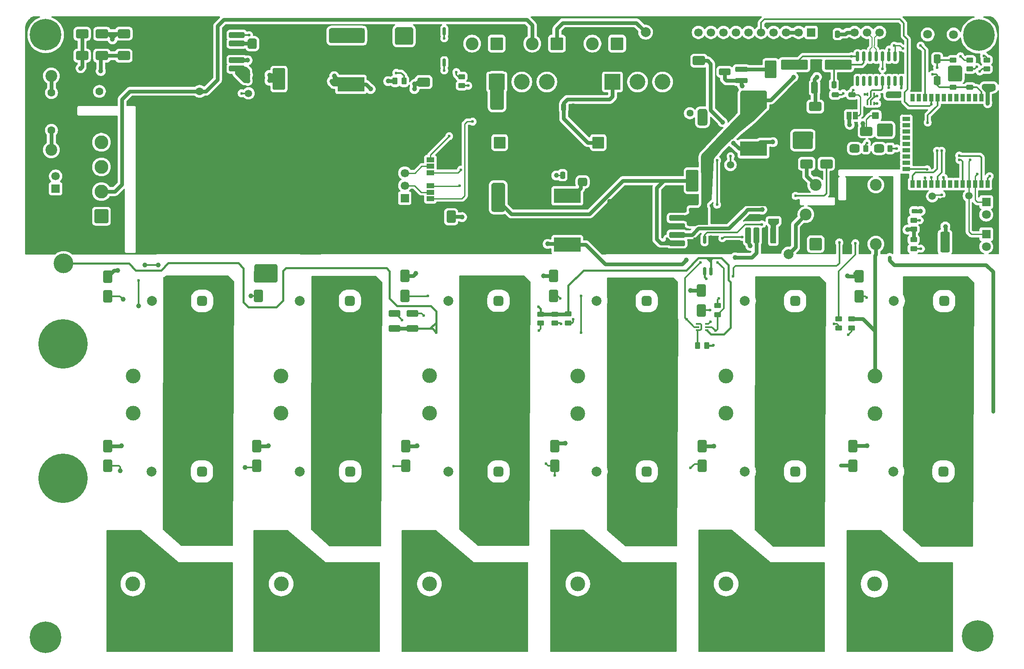
<source format=gbr>
%TF.GenerationSoftware,KiCad,Pcbnew,9.0.5*%
%TF.CreationDate,2025-10-18T22:02:24+01:00*%
%TF.ProjectId,Smart Home Energy Management System,536d6172-7420-4486-9f6d-6520456e6572,rev?*%
%TF.SameCoordinates,Original*%
%TF.FileFunction,Copper,L1,Top*%
%TF.FilePolarity,Positive*%
%FSLAX46Y46*%
G04 Gerber Fmt 4.6, Leading zero omitted, Abs format (unit mm)*
G04 Created by KiCad (PCBNEW 9.0.5) date 2025-10-18 22:02:24*
%MOMM*%
%LPD*%
G01*
G04 APERTURE LIST*
G04 Aperture macros list*
%AMRoundRect*
0 Rectangle with rounded corners*
0 $1 Rounding radius*
0 $2 $3 $4 $5 $6 $7 $8 $9 X,Y pos of 4 corners*
0 Add a 4 corners polygon primitive as box body*
4,1,4,$2,$3,$4,$5,$6,$7,$8,$9,$2,$3,0*
0 Add four circle primitives for the rounded corners*
1,1,$1+$1,$2,$3*
1,1,$1+$1,$4,$5*
1,1,$1+$1,$6,$7*
1,1,$1+$1,$8,$9*
0 Add four rect primitives between the rounded corners*
20,1,$1+$1,$2,$3,$4,$5,0*
20,1,$1+$1,$4,$5,$6,$7,0*
20,1,$1+$1,$6,$7,$8,$9,0*
20,1,$1+$1,$8,$9,$2,$3,0*%
G04 Aperture macros list end*
%TA.AperFunction,ComponentPad*%
%ADD10C,3.000000*%
%TD*%
%TA.AperFunction,ComponentPad*%
%ADD11RoundRect,0.500000X0.500000X-0.500000X0.500000X0.500000X-0.500000X0.500000X-0.500000X-0.500000X0*%
%TD*%
%TA.AperFunction,ComponentPad*%
%ADD12C,2.000000*%
%TD*%
%TA.AperFunction,SMDPad,CuDef*%
%ADD13RoundRect,0.150000X-0.150000X0.825000X-0.150000X-0.825000X0.150000X-0.825000X0.150000X0.825000X0*%
%TD*%
%TA.AperFunction,SMDPad,CuDef*%
%ADD14RoundRect,0.250000X1.000000X-1.950000X1.000000X1.950000X-1.000000X1.950000X-1.000000X-1.950000X0*%
%TD*%
%TA.AperFunction,SMDPad,CuDef*%
%ADD15RoundRect,0.250000X1.350000X0.325000X-1.350000X0.325000X-1.350000X-0.325000X1.350000X-0.325000X0*%
%TD*%
%TA.AperFunction,ComponentPad*%
%ADD16C,0.500000*%
%TD*%
%TA.AperFunction,SMDPad,CuDef*%
%ADD17RoundRect,0.250000X-3.800000X5.250000X-3.800000X-5.250000X3.800000X-5.250000X3.800000X5.250000X0*%
%TD*%
%TA.AperFunction,SMDPad,CuDef*%
%ADD18RoundRect,0.248780X-0.451220X0.261220X-0.451220X-0.261220X0.451220X-0.261220X0.451220X0.261220X0*%
%TD*%
%TA.AperFunction,ComponentPad*%
%ADD19R,1.800000X1.800000*%
%TD*%
%TA.AperFunction,ComponentPad*%
%ADD20C,1.800000*%
%TD*%
%TA.AperFunction,SMDPad,CuDef*%
%ADD21RoundRect,0.248780X0.451220X-0.261220X0.451220X0.261220X-0.451220X0.261220X-0.451220X-0.261220X0*%
%TD*%
%TA.AperFunction,SMDPad,CuDef*%
%ADD22RoundRect,0.250000X-0.475000X0.250000X-0.475000X-0.250000X0.475000X-0.250000X0.475000X0.250000X0*%
%TD*%
%TA.AperFunction,SMDPad,CuDef*%
%ADD23RoundRect,0.250000X-0.250000X-0.475000X0.250000X-0.475000X0.250000X0.475000X-0.250000X0.475000X0*%
%TD*%
%TA.AperFunction,SMDPad,CuDef*%
%ADD24RoundRect,0.250000X0.700000X-1.825000X0.700000X1.825000X-0.700000X1.825000X-0.700000X-1.825000X0*%
%TD*%
%TA.AperFunction,SMDPad,CuDef*%
%ADD25RoundRect,0.249056X0.925944X-0.410944X0.925944X0.410944X-0.925944X0.410944X-0.925944X-0.410944X0*%
%TD*%
%TA.AperFunction,SMDPad,CuDef*%
%ADD26RoundRect,0.250000X0.250000X0.475000X-0.250000X0.475000X-0.250000X-0.475000X0.250000X-0.475000X0*%
%TD*%
%TA.AperFunction,SMDPad,CuDef*%
%ADD27RoundRect,0.100000X-0.100000X0.225000X-0.100000X-0.225000X0.100000X-0.225000X0.100000X0.225000X0*%
%TD*%
%TA.AperFunction,ComponentPad*%
%ADD28R,1.700000X1.700000*%
%TD*%
%TA.AperFunction,ComponentPad*%
%ADD29C,1.700000*%
%TD*%
%TA.AperFunction,SMDPad,CuDef*%
%ADD30RoundRect,0.250000X-0.457500X-0.445000X0.457500X-0.445000X0.457500X0.445000X-0.457500X0.445000X0*%
%TD*%
%TA.AperFunction,ComponentPad*%
%ADD31C,6.400000*%
%TD*%
%TA.AperFunction,SMDPad,CuDef*%
%ADD32RoundRect,0.250000X-1.000000X-0.650000X1.000000X-0.650000X1.000000X0.650000X-1.000000X0.650000X0*%
%TD*%
%TA.AperFunction,ComponentPad*%
%ADD33C,2.400000*%
%TD*%
%TA.AperFunction,SMDPad,CuDef*%
%ADD34C,1.500000*%
%TD*%
%TA.AperFunction,SMDPad,CuDef*%
%ADD35RoundRect,0.249056X-0.925944X0.410944X-0.925944X-0.410944X0.925944X-0.410944X0.925944X0.410944X0*%
%TD*%
%TA.AperFunction,SMDPad,CuDef*%
%ADD36RoundRect,0.150000X0.150000X-0.662500X0.150000X0.662500X-0.150000X0.662500X-0.150000X-0.662500X0*%
%TD*%
%TA.AperFunction,SMDPad,CuDef*%
%ADD37RoundRect,0.150000X-0.150000X0.662500X-0.150000X-0.662500X0.150000X-0.662500X0.150000X0.662500X0*%
%TD*%
%TA.AperFunction,SMDPad,CuDef*%
%ADD38RoundRect,0.250000X-0.650000X1.000000X-0.650000X-1.000000X0.650000X-1.000000X0.650000X1.000000X0*%
%TD*%
%TA.AperFunction,SMDPad,CuDef*%
%ADD39RoundRect,0.250000X1.000000X0.650000X-1.000000X0.650000X-1.000000X-0.650000X1.000000X-0.650000X0*%
%TD*%
%TA.AperFunction,ComponentPad*%
%ADD40C,10.000000*%
%TD*%
%TA.AperFunction,ComponentPad*%
%ADD41C,1.600000*%
%TD*%
%TA.AperFunction,ComponentPad*%
%ADD42RoundRect,0.250000X1.050000X1.050000X-1.050000X1.050000X-1.050000X-1.050000X1.050000X-1.050000X0*%
%TD*%
%TA.AperFunction,ComponentPad*%
%ADD43C,2.600000*%
%TD*%
%TA.AperFunction,SMDPad,CuDef*%
%ADD44R,5.400000X2.900000*%
%TD*%
%TA.AperFunction,SMDPad,CuDef*%
%ADD45RoundRect,0.250000X0.475000X-0.250000X0.475000X0.250000X-0.475000X0.250000X-0.475000X-0.250000X0*%
%TD*%
%TA.AperFunction,SMDPad,CuDef*%
%ADD46RoundRect,0.250000X-1.500000X-0.550000X1.500000X-0.550000X1.500000X0.550000X-1.500000X0.550000X0*%
%TD*%
%TA.AperFunction,ComponentPad*%
%ADD47R,3.200000X3.200000*%
%TD*%
%TA.AperFunction,ComponentPad*%
%ADD48C,3.200000*%
%TD*%
%TA.AperFunction,ComponentPad*%
%ADD49RoundRect,0.250001X-0.949999X-0.949999X0.949999X-0.949999X0.949999X0.949999X-0.949999X0.949999X0*%
%TD*%
%TA.AperFunction,ComponentPad*%
%ADD50RoundRect,0.250001X1.149999X-1.149999X1.149999X1.149999X-1.149999X1.149999X-1.149999X-1.149999X0*%
%TD*%
%TA.AperFunction,ComponentPad*%
%ADD51C,2.800000*%
%TD*%
%TA.AperFunction,ComponentPad*%
%ADD52C,8.000000*%
%TD*%
%TA.AperFunction,SMDPad,CuDef*%
%ADD53RoundRect,0.248780X-0.261220X-0.451220X0.261220X-0.451220X0.261220X0.451220X-0.261220X0.451220X0*%
%TD*%
%TA.AperFunction,SMDPad,CuDef*%
%ADD54RoundRect,0.250000X-1.000000X1.950000X-1.000000X-1.950000X1.000000X-1.950000X1.000000X1.950000X0*%
%TD*%
%TA.AperFunction,SMDPad,CuDef*%
%ADD55RoundRect,0.250000X-0.425000X-0.650000X0.425000X-0.650000X0.425000X0.650000X-0.425000X0.650000X0*%
%TD*%
%TA.AperFunction,SMDPad,CuDef*%
%ADD56R,1.000000X1.500000*%
%TD*%
%TA.AperFunction,ComponentPad*%
%ADD57C,1.440000*%
%TD*%
%TA.AperFunction,SMDPad,CuDef*%
%ADD58R,1.500000X1.000000*%
%TD*%
%TA.AperFunction,SMDPad,CuDef*%
%ADD59RoundRect,0.248780X0.261220X0.451220X-0.261220X0.451220X-0.261220X-0.451220X0.261220X-0.451220X0*%
%TD*%
%TA.AperFunction,ComponentPad*%
%ADD60C,4.000000*%
%TD*%
%TA.AperFunction,SMDPad,CuDef*%
%ADD61RoundRect,0.100000X-0.225000X-0.100000X0.225000X-0.100000X0.225000X0.100000X-0.225000X0.100000X0*%
%TD*%
%TA.AperFunction,SMDPad,CuDef*%
%ADD62RoundRect,0.250000X-0.550000X1.500000X-0.550000X-1.500000X0.550000X-1.500000X0.550000X1.500000X0*%
%TD*%
%TA.AperFunction,SMDPad,CuDef*%
%ADD63RoundRect,0.225000X0.375000X-0.225000X0.375000X0.225000X-0.375000X0.225000X-0.375000X-0.225000X0*%
%TD*%
%TA.AperFunction,SMDPad,CuDef*%
%ADD64RoundRect,0.249056X0.410944X0.925944X-0.410944X0.925944X-0.410944X-0.925944X0.410944X-0.925944X0*%
%TD*%
%TA.AperFunction,ComponentPad*%
%ADD65RoundRect,0.250000X1.000000X-1.000000X1.000000X1.000000X-1.000000X1.000000X-1.000000X-1.000000X0*%
%TD*%
%TA.AperFunction,SMDPad,CuDef*%
%ADD66RoundRect,0.250000X0.325000X-1.350000X0.325000X1.350000X-0.325000X1.350000X-0.325000X-1.350000X0*%
%TD*%
%TA.AperFunction,SMDPad,CuDef*%
%ADD67RoundRect,0.250000X5.250000X3.800000X-5.250000X3.800000X-5.250000X-3.800000X5.250000X-3.800000X0*%
%TD*%
%TA.AperFunction,SMDPad,CuDef*%
%ADD68RoundRect,0.250000X1.000000X0.300000X-1.000000X0.300000X-1.000000X-0.300000X1.000000X-0.300000X0*%
%TD*%
%TA.AperFunction,SMDPad,CuDef*%
%ADD69RoundRect,0.250000X0.920000X1.550000X-0.920000X1.550000X-0.920000X-1.550000X0.920000X-1.550000X0*%
%TD*%
%TA.AperFunction,SMDPad,CuDef*%
%ADD70RoundRect,0.250000X-2.500000X-0.750000X2.500000X-0.750000X2.500000X0.750000X-2.500000X0.750000X0*%
%TD*%
%TA.AperFunction,SMDPad,CuDef*%
%ADD71R,0.900000X1.500000*%
%TD*%
%TA.AperFunction,SMDPad,CuDef*%
%ADD72R,1.500000X0.900000*%
%TD*%
%TA.AperFunction,HeatsinkPad*%
%ADD73R,0.900000X0.900000*%
%TD*%
%TA.AperFunction,HeatsinkPad*%
%ADD74C,0.600000*%
%TD*%
%TA.AperFunction,ViaPad*%
%ADD75C,1.000000*%
%TD*%
%TA.AperFunction,ViaPad*%
%ADD76C,0.600000*%
%TD*%
%TA.AperFunction,ViaPad*%
%ADD77C,2.000000*%
%TD*%
%TA.AperFunction,Conductor*%
%ADD78C,0.800000*%
%TD*%
%TA.AperFunction,Conductor*%
%ADD79C,0.400000*%
%TD*%
%TA.AperFunction,Conductor*%
%ADD80C,0.254000*%
%TD*%
%TA.AperFunction,Conductor*%
%ADD81C,0.300000*%
%TD*%
%TA.AperFunction,Conductor*%
%ADD82C,0.250000*%
%TD*%
%TA.AperFunction,Conductor*%
%ADD83C,0.200000*%
%TD*%
G04 APERTURE END LIST*
D10*
%TO.P,K8,11A*%
%TO.N,/SELECT6*%
X232194000Y-114187000D03*
%TO.P,K8,11B*%
X241094000Y-129387000D03*
%TO.P,K8,12*%
%TO.N,unconnected-(K8-Pad12)*%
X223294000Y-139527000D03*
%TO.P,K8,14*%
%TO.N,/LOAD6*%
X223294000Y-131927000D03*
D11*
%TO.P,K8,A1*%
%TO.N,/RD1C1*%
X237294000Y-116727000D03*
D12*
%TO.P,K8,A2*%
%TO.N,+12V*%
X227094000Y-116727000D03*
%TD*%
D13*
%TO.P,U7,1,GND*%
%TO.N,GND*%
X228755000Y-32540000D03*
%TO.P,U7,2,TXD*%
%TO.N,/GPIO3{slash}RX*%
X227475000Y-32540000D03*
%TO.P,U7,3,RXD*%
%TO.N,/GPIO1{slash}TX*%
X226215000Y-32540000D03*
%TO.P,U7,4,V3*%
%TO.N,Net-(JP3-A)*%
X224945000Y-32540000D03*
%TO.P,U7,5,UD+*%
%TO.N,/D+*%
X223665000Y-32540000D03*
%TO.P,U7,6,UD-*%
%TO.N,/D-*%
X222395000Y-32540000D03*
%TO.P,U7,7,Xi*%
%TO.N,Net-(U7-Xi)*%
X221135000Y-32540000D03*
%TO.P,U7,8,Xo*%
%TO.N,Net-(U7-Xo)*%
X219855000Y-32540000D03*
%TO.P,U7,9,~{CTS}*%
%TO.N,unconnected-(U7-~{CTS}-Pad9)*%
X219855000Y-37500000D03*
%TO.P,U7,10,~{DSR}*%
%TO.N,unconnected-(U7-~{DSR}-Pad10)*%
X221135000Y-37500000D03*
%TO.P,U7,11,~{RI}*%
%TO.N,unconnected-(U7-~{RI}-Pad11)*%
X222395000Y-37500000D03*
%TO.P,U7,12,~{DCD}*%
%TO.N,unconnected-(U7-~{DCD}-Pad12)*%
X223665000Y-37500000D03*
%TO.P,U7,13,~{DTR}*%
%TO.N,/DTR*%
X224945000Y-37500000D03*
%TO.P,U7,14,~{RTS}*%
%TO.N,/RTS*%
X226215000Y-37500000D03*
%TO.P,U7,15,R232*%
%TO.N,unconnected-(U7-R232-Pad15)*%
X227475000Y-37500000D03*
%TO.P,U7,16,VCC*%
%TO.N,+3.3V*%
X228755000Y-37500000D03*
%TD*%
D14*
%TO.P,C1,1*%
%TO.N,VCC2*%
X102520000Y-37110000D03*
%TO.P,C1,2*%
%TO.N,GND*%
X102520000Y-28710000D03*
%TD*%
D15*
%TO.P,U2,1,VIN*%
%TO.N,VCC2*%
X93980000Y-34990000D03*
%TO.P,U2,2,OUT*%
%TO.N,Net-(D3-K)*%
X93980000Y-33290000D03*
%TO.P,U2,3,GND*%
%TO.N,GND*%
X93980000Y-31590000D03*
%TO.P,U2,4,FB*%
%TO.N,+12V*%
X93980000Y-29890000D03*
%TO.P,U2,5,~{ON}/OFF*%
%TO.N,Net-(U2-~{ON}{slash}OFF)*%
X93980000Y-28190000D03*
D16*
%TO.P,U2,6,GND*%
%TO.N,GND*%
X86470000Y-34090000D03*
X86470000Y-31590000D03*
X86470000Y-29090000D03*
X83970000Y-34090000D03*
X83970000Y-31590000D03*
X83970000Y-29090000D03*
D17*
X83960000Y-31590000D03*
%TD*%
D18*
%TO.P,R5,1*%
%TO.N,/N*%
X161200000Y-84780000D03*
%TO.P,R5,2*%
%TO.N,/NEPA_SENSE*%
X161200000Y-86600000D03*
%TD*%
D19*
%TO.P,D17,1,K*%
%TO.N,/GPIO3{slash}RX*%
X245980000Y-68580000D03*
D20*
%TO.P,D17,2,A*%
%TO.N,Net-(D17-A)*%
X245980000Y-71120000D03*
%TD*%
D21*
%TO.P,R19,1*%
%TO.N,+3.3V*%
X231240000Y-67570000D03*
%TO.P,R19,2*%
%TO.N,Net-(D16-A)*%
X231240000Y-65750000D03*
%TD*%
D22*
%TO.P,C21,1*%
%TO.N,Net-(U7-Xo)*%
X215330000Y-40290000D03*
%TO.P,C21,2*%
%TO.N,GND*%
X215330000Y-42190000D03*
%TD*%
D19*
%TO.P,D4,1,K*%
%TO.N,GND*%
X236816000Y-28065000D03*
D20*
%TO.P,D4,2,A*%
%TO.N,Net-(D4-A)*%
X239356000Y-28065000D03*
%TD*%
D10*
%TO.P,K4,11A*%
%TO.N,/SELECT4*%
X172024331Y-79599062D03*
%TO.P,K4,11B*%
X180924331Y-94799062D03*
%TO.P,K4,12*%
%TO.N,/INVERTER*%
X163124331Y-104939062D03*
%TO.P,K4,14*%
%TO.N,/NEPA*%
X163124331Y-97339062D03*
D11*
%TO.P,K4,A1*%
%TO.N,+12V*%
X177124331Y-82139062D03*
D12*
%TO.P,K4,A2*%
%TO.N,/RD1C6*%
X166924331Y-82139062D03*
%TD*%
D23*
%TO.P,C20,1*%
%TO.N,Net-(U7-Xi)*%
X215070000Y-38220000D03*
%TO.P,C20,2*%
%TO.N,GND*%
X216970000Y-38220000D03*
%TD*%
D24*
%TO.P,C14,1*%
%TO.N,VCC3*%
X237590000Y-70200000D03*
%TO.P,C14,2*%
%TO.N,GND*%
X237590000Y-63250000D03*
%TD*%
D10*
%TO.P,K11,11A*%
%TO.N,/SELECT3*%
X141955200Y-114187000D03*
%TO.P,K11,11B*%
X150855200Y-129387000D03*
%TO.P,K11,12*%
%TO.N,unconnected-(K11-Pad12)*%
X133055200Y-139527000D03*
%TO.P,K11,14*%
%TO.N,/LOAD3*%
X133055200Y-131927000D03*
D11*
%TO.P,K11,A1*%
%TO.N,/RD1C7*%
X147055200Y-116727000D03*
D12*
%TO.P,K11,A2*%
%TO.N,+12V*%
X136855200Y-116727000D03*
%TD*%
D25*
%TO.P,C15,1*%
%TO.N,Net-(D13-K)*%
X192900000Y-35640000D03*
%TO.P,C15,2*%
%TO.N,GND*%
X192900000Y-32560000D03*
%TD*%
D22*
%TO.P,C4,1*%
%TO.N,GND*%
X246094000Y-36870000D03*
%TO.P,C4,2*%
%TO.N,+3.3V*%
X246094000Y-38770000D03*
%TD*%
D26*
%TO.P,C13,1*%
%TO.N,GND*%
X162179000Y-42799000D03*
%TO.P,C13,2*%
%TO.N,VCC2*%
X160279000Y-42799000D03*
%TD*%
D21*
%TO.P,R1,1*%
%TO.N,/NEPA_SENSE*%
X216000000Y-87620000D03*
%TO.P,R1,2*%
%TO.N,Net-(D15-K)*%
X216000000Y-85800000D03*
%TD*%
D27*
%TO.P,Q2,1,E1*%
%TO.N,/RTS*%
X223215000Y-40195000D03*
%TO.P,Q2,2,B1*%
%TO.N,/DTR*%
X222565000Y-40195000D03*
%TO.P,Q2,3,C2*%
%TO.N,/GPIO0*%
X221915000Y-40195000D03*
%TO.P,Q2,4,E2*%
%TO.N,/DTR*%
X221915000Y-42095000D03*
%TO.P,Q2,5,B2*%
%TO.N,/RTS*%
X222565000Y-42095000D03*
%TO.P,Q2,6,C1*%
%TO.N,/EN*%
X223215000Y-42095000D03*
%TD*%
D28*
%TO.P,J19,1,Pin_1*%
%TO.N,+3.3V*%
X210463000Y-27642500D03*
D29*
%TO.P,J19,2,Pin_2*%
%TO.N,+5V*%
X207923000Y-27642500D03*
%TO.P,J19,3,Pin_3*%
X205383000Y-27642500D03*
%TO.P,J19,4,Pin_4*%
%TO.N,/GPIO27*%
X202843000Y-27642500D03*
%TO.P,J19,5,Pin_5*%
%TO.N,/GPIO26*%
X200303000Y-27642500D03*
%TO.P,J19,6,Pin_6*%
%TO.N,/GPIO25*%
X197763000Y-27642500D03*
%TO.P,J19,7,Pin_7*%
%TO.N,/CONST*%
X195223000Y-27642500D03*
%TO.P,J19,8,Pin_8*%
%TO.N,/GPIO5{slash}CS*%
X192683000Y-27642500D03*
%TO.P,J19,9,Pin_9*%
%TO.N,/GPIO23{slash}MOSI*%
X190143000Y-27642500D03*
%TO.P,J19,10,Pin_10*%
%TO.N,/GPIO18{slash}SCK*%
X187603000Y-27642500D03*
%TO.P,J19,11,Pin_11*%
%TO.N,GND*%
X185063000Y-27642500D03*
%TO.P,J19,12,Pin_12*%
X182523000Y-27642500D03*
%TD*%
D30*
%TO.P,C19,1*%
%TO.N,Net-(D14-A)*%
X223515000Y-44520000D03*
%TO.P,C19,2*%
%TO.N,GND*%
X226220000Y-44520000D03*
%TD*%
D10*
%TO.P,K5,11A*%
%TO.N,/SELECT3*%
X141942550Y-79559705D03*
%TO.P,K5,11B*%
X150842550Y-94759705D03*
%TO.P,K5,12*%
%TO.N,/INVERTER*%
X133042550Y-104899705D03*
%TO.P,K5,14*%
%TO.N,/NEPA*%
X133042550Y-97299705D03*
D11*
%TO.P,K5,A1*%
%TO.N,+12V*%
X147042550Y-82099705D03*
D12*
%TO.P,K5,A2*%
%TO.N,/RD1C8*%
X136842550Y-82099705D03*
%TD*%
D31*
%TO.P,REF\u002A\u002A,1*%
%TO.N,N/C*%
X244490000Y-28220000D03*
%TD*%
D32*
%TO.P,D6,1,K*%
%TO.N,Net-(D10-A)*%
X71060000Y-32360000D03*
%TO.P,D6,2,A*%
%TO.N,GND*%
X75060000Y-32360000D03*
%TD*%
D33*
%TO.P,C8,1*%
%TO.N,Net-(D10-A)*%
X56350000Y-36475000D03*
%TO.P,C8,2*%
%TO.N,/NEPA*%
X56350000Y-51475000D03*
%TD*%
D31*
%TO.P,REF\u002A\u002A,1*%
%TO.N,N/C*%
X55210000Y-28140000D03*
%TD*%
D10*
%TO.P,K10,11A*%
%TO.N,/SELECT4*%
X172034800Y-114187000D03*
%TO.P,K10,11B*%
X180934800Y-129387000D03*
%TO.P,K10,12*%
%TO.N,unconnected-(K10-Pad12)*%
X163134800Y-139527000D03*
%TO.P,K10,14*%
%TO.N,/LOAD4*%
X163134800Y-131927000D03*
D11*
%TO.P,K10,A1*%
%TO.N,/RD1C5*%
X177134800Y-116727000D03*
D12*
%TO.P,K10,A2*%
%TO.N,+12V*%
X166934800Y-116727000D03*
%TD*%
D34*
%TO.P,TP14,1,1*%
%TO.N,/GPIO22{slash}SCL*%
X194100000Y-54525000D03*
%TD*%
D35*
%TO.P,C27,1*%
%TO.N,/INVERTER_SENSE*%
X125933200Y-84667600D03*
%TO.P,C27,2*%
%TO.N,/N*%
X125933200Y-87747600D03*
%TD*%
D36*
%TO.P,OC2,1*%
%TO.N,Net-(OC2-Pad1)*%
X188835000Y-76067500D03*
%TO.P,OC2,2*%
%TO.N,/N*%
X190105000Y-76067500D03*
%TO.P,OC2,3*%
%TO.N,GND*%
X190105000Y-69692500D03*
%TO.P,OC2,4*%
%TO.N,Net-(D5-A)*%
X188835000Y-69692500D03*
%TD*%
D37*
%TO.P,OC1,1*%
%TO.N,/12V_EN*%
X136055000Y-27432500D03*
%TO.P,OC1,2*%
%TO.N,GND*%
X134785000Y-27432500D03*
%TO.P,OC1,3*%
X134785000Y-33807500D03*
%TO.P,OC1,4*%
%TO.N,Net-(U2-~{ON}{slash}OFF)*%
X136055000Y-33807500D03*
%TD*%
D18*
%TO.P,R18,1*%
%TO.N,/12V_EN*%
X139570000Y-36620000D03*
%TO.P,R18,2*%
%TO.N,Net-(U6-IO1_5)*%
X139570000Y-38440000D03*
%TD*%
D38*
%TO.P,D20,1,K*%
%TO.N,+12V*%
X158175000Y-77075000D03*
%TO.P,D20,2,A*%
%TO.N,/RD1C6*%
X158175000Y-81075000D03*
%TD*%
D39*
%TO.P,D2,1,K*%
%TO.N,Net-(D2-K)*%
X187710000Y-33390000D03*
%TO.P,D2,2,A*%
%TO.N,GND*%
X183710000Y-33390000D03*
%TD*%
D40*
%TO.P,J2,1,Pin_1*%
%TO.N,/INVERTER*%
X58725000Y-118125000D03*
%TD*%
D18*
%TO.P,R20,1*%
%TO.N,+3.3V*%
X231240000Y-69700000D03*
%TO.P,R20,2*%
%TO.N,Net-(D17-A)*%
X231240000Y-71520000D03*
%TD*%
D34*
%TO.P,TP4,1,1*%
%TO.N,Net-(U2-~{ON}{slash}OFF)*%
X96350000Y-40000000D03*
%TD*%
D41*
%TO.P,R14,1*%
%TO.N,/N*%
X86430000Y-39600000D03*
%TO.P,R14,2*%
%TO.N,Net-(D11-A)*%
X66110000Y-39600000D03*
%TD*%
D39*
%TO.P,D14,1,K*%
%TO.N,+3.3V*%
X225667500Y-47720000D03*
%TO.P,D14,2,A*%
%TO.N,Net-(D14-A)*%
X221667500Y-47720000D03*
%TD*%
D38*
%TO.P,D29,1,K*%
%TO.N,+12V*%
X67800000Y-111550000D03*
%TO.P,D29,2,A*%
%TO.N,/RD2C3*%
X67800000Y-115550000D03*
%TD*%
D22*
%TO.P,C3,1*%
%TO.N,GND*%
X242665000Y-36870000D03*
%TO.P,C3,2*%
%TO.N,/EN*%
X242665000Y-38770000D03*
%TD*%
D35*
%TO.P,C26,1*%
%TO.N,/NEPA_SENSE*%
X129590800Y-84667600D03*
%TO.P,C26,2*%
%TO.N,/N*%
X129590800Y-87747600D03*
%TD*%
D34*
%TO.P,TP7,1,1*%
%TO.N,/GPIO1{slash}TX*%
X235025000Y-60875000D03*
%TD*%
D32*
%TO.P,D10,1,K*%
%TO.N,VCC3*%
X62610000Y-32350000D03*
%TO.P,D10,2,A*%
%TO.N,Net-(D10-A)*%
X66610000Y-32350000D03*
%TD*%
D38*
%TO.P,D23,1,K*%
%TO.N,+12V*%
X67800000Y-77175000D03*
%TO.P,D23,2,A*%
%TO.N,/RD2C4*%
X67800000Y-81175000D03*
%TD*%
D21*
%TO.P,R11,1*%
%TO.N,/GPIO2*%
X246065000Y-35070000D03*
%TO.P,R11,2*%
%TO.N,Net-(D4-A)*%
X246065000Y-33250000D03*
%TD*%
D38*
%TO.P,D18,1,K*%
%TO.N,+12V*%
X220167200Y-77146400D03*
%TO.P,D18,2,A*%
%TO.N,/RD1C2*%
X220167200Y-81146400D03*
%TD*%
%TO.P,D21,1,K*%
%TO.N,+12V*%
X128075000Y-77075000D03*
%TO.P,D21,2,A*%
%TO.N,/RD1C8*%
X128075000Y-81075000D03*
%TD*%
D19*
%TO.P,D1,1,K*%
%TO.N,GND*%
X231546000Y-28050000D03*
D20*
%TO.P,D1,2,A*%
%TO.N,Net-(D1-A)*%
X234086000Y-28050000D03*
%TD*%
D38*
%TO.P,D26,1,K*%
%TO.N,+12V*%
X158425000Y-111550000D03*
%TO.P,D26,2,A*%
%TO.N,/RD1C5*%
X158425000Y-115550000D03*
%TD*%
D42*
%TO.P,XFORMER_OUT1,1*%
%TO.N,/2TR 1*%
X171107000Y-29922500D03*
D43*
%TO.P,XFORMER_OUT1,2*%
%TO.N,/2TR 2*%
X166107000Y-29922500D03*
%TD*%
D44*
%TO.P,L2,1*%
%TO.N,Net-(D3-K)*%
X117120000Y-38190000D03*
%TO.P,L2,2*%
%TO.N,+12V*%
X117120000Y-28290000D03*
%TD*%
D45*
%TO.P,C25,1*%
%TO.N,GND*%
X226390000Y-42195000D03*
%TO.P,C25,2*%
%TO.N,+3.3V*%
X226390000Y-40295000D03*
%TD*%
D44*
%TO.P,L3,1*%
%TO.N,Net-(D12-K)*%
X161000000Y-70700000D03*
%TO.P,L3,2*%
%TO.N,+5V*%
X161000000Y-60800000D03*
%TD*%
D38*
%TO.P,D24,1,K*%
%TO.N,+12V*%
X218950000Y-111550000D03*
%TO.P,D24,2,A*%
%TO.N,/RD1C1*%
X218950000Y-115550000D03*
%TD*%
D46*
%TO.P,C11,1*%
%TO.N,+5V*%
X209080000Y-48620000D03*
%TO.P,C11,2*%
%TO.N,GND*%
X214480000Y-48620000D03*
%TD*%
D47*
%TO.P,D9,1,+*%
%TO.N,VCC2*%
X170175000Y-37695000D03*
D48*
%TO.P,D9,2*%
%TO.N,/2TR 2*%
X175255000Y-37695000D03*
%TO.P,D9,3*%
%TO.N,/2TR 1*%
X180335000Y-37695000D03*
%TO.P,D9,4,-*%
%TO.N,GND*%
X185415000Y-37695000D03*
%TD*%
D49*
%TO.P,C9,1*%
%TO.N,VCC1*%
X147272220Y-50000000D03*
D33*
%TO.P,C9,2*%
%TO.N,GND*%
X154772220Y-50000000D03*
%TD*%
D38*
%TO.P,D19,1,K*%
%TO.N,+12V*%
X188225000Y-80025000D03*
%TO.P,D19,2,A*%
%TO.N,/RD1C4*%
X188225000Y-84025000D03*
%TD*%
D50*
%TO.P,J6,1,Pin_1*%
%TO.N,/NEPA*%
X66516098Y-64936807D03*
D51*
%TO.P,J6,2,Pin_2*%
%TO.N,/N*%
X66516098Y-59936807D03*
%TO.P,J6,3,Pin_3*%
%TO.N,/CT -*%
X66516098Y-54936807D03*
%TO.P,J6,4,Pin_4*%
%TO.N,/CT +*%
X66516098Y-49936807D03*
%TD*%
D10*
%TO.P,K3,11A*%
%TO.N,/SELECT5*%
X202106422Y-79589474D03*
%TO.P,K3,11B*%
X211006422Y-94789474D03*
%TO.P,K3,12*%
%TO.N,/INVERTER*%
X193206422Y-104929474D03*
%TO.P,K3,14*%
%TO.N,/NEPA*%
X193206422Y-97329474D03*
D11*
%TO.P,K3,A1*%
%TO.N,+12V*%
X207206422Y-82129474D03*
D12*
%TO.P,K3,A2*%
%TO.N,/RD1C4*%
X197006422Y-82129474D03*
%TD*%
D31*
%TO.P,REF\u002A\u002A,1*%
%TO.N,N/C*%
X244210000Y-150090000D03*
%TD*%
D32*
%TO.P,D11,1,K*%
%TO.N,VCC3*%
X62620000Y-27930000D03*
%TO.P,D11,2,A*%
%TO.N,Net-(D11-A)*%
X66620000Y-27930000D03*
%TD*%
D38*
%TO.P,D12,1,K*%
%TO.N,Net-(D12-K)*%
X137450000Y-65050000D03*
%TO.P,D12,2,A*%
%TO.N,GND*%
X137450000Y-69050000D03*
%TD*%
%TO.P,D28,1,K*%
%TO.N,+12V*%
X98025000Y-111550000D03*
%TO.P,D28,2,A*%
%TO.N,/RD2C1*%
X98025000Y-115550000D03*
%TD*%
D18*
%TO.P,R4,1*%
%TO.N,/N*%
X155600000Y-84800000D03*
%TO.P,R4,2*%
%TO.N,/INVERTER_SENSE*%
X155600000Y-86620000D03*
%TD*%
D38*
%TO.P,D25,1,K*%
%TO.N,+12V*%
X188325000Y-111550000D03*
%TO.P,D25,2,A*%
%TO.N,/RD1C3*%
X188325000Y-115550000D03*
%TD*%
D18*
%TO.P,R8,1*%
%TO.N,/N*%
X158440000Y-84800000D03*
%TO.P,R8,2*%
%TO.N,Net-(Q1A-C1)*%
X158440000Y-86620000D03*
%TD*%
D10*
%TO.P,K7,11A*%
%TO.N,/SELECT1*%
X81843890Y-79576737D03*
%TO.P,K7,11B*%
X90743890Y-94776737D03*
%TO.P,K7,12*%
%TO.N,/INVERTER*%
X72943890Y-104916737D03*
%TO.P,K7,14*%
%TO.N,/NEPA*%
X72943890Y-97316737D03*
D11*
%TO.P,K7,A1*%
%TO.N,+12V*%
X86943890Y-82116737D03*
D12*
%TO.P,K7,A2*%
%TO.N,/RD2C4*%
X76743890Y-82116737D03*
%TD*%
D38*
%TO.P,D22,1,K*%
%TO.N,+12V*%
X98375000Y-77125000D03*
%TO.P,D22,2,A*%
%TO.N,/RD2C2*%
X98375000Y-81125000D03*
%TD*%
D52*
%TO.P,J22,1,Pin_1*%
%TO.N,/LOAD4*%
X173120000Y-148000000D03*
%TD*%
D53*
%TO.P,R9,1*%
%TO.N,Net-(Q1A-E1)*%
X187440000Y-91150000D03*
%TO.P,R9,2*%
%TO.N,Net-(OC2-Pad1)*%
X189260000Y-91150000D03*
%TD*%
D45*
%TO.P,C22,1*%
%TO.N,GND*%
X218790000Y-42195000D03*
%TO.P,C22,2*%
%TO.N,Net-(JP3-A)*%
X218790000Y-40295000D03*
%TD*%
D54*
%TO.P,C7,1*%
%TO.N,VCC1*%
X147000000Y-61800000D03*
%TO.P,C7,2*%
%TO.N,GND*%
X147000000Y-70200000D03*
%TD*%
D52*
%TO.P,J20,1,Pin_1*%
%TO.N,/LOAD6*%
X232800000Y-148000000D03*
%TD*%
D10*
%TO.P,K6,11A*%
%TO.N,/SELECT2*%
X111817862Y-79576737D03*
%TO.P,K6,11B*%
X120717862Y-94776737D03*
%TO.P,K6,12*%
%TO.N,/INVERTER*%
X102917862Y-104916737D03*
%TO.P,K6,14*%
%TO.N,/NEPA*%
X102917862Y-97316737D03*
D11*
%TO.P,K6,A1*%
%TO.N,+12V*%
X116917862Y-82116737D03*
D12*
%TO.P,K6,A2*%
%TO.N,/RD2C2*%
X106717862Y-82116737D03*
%TD*%
D55*
%TO.P,SW2,1*%
%TO.N,GND*%
X231870000Y-33050000D03*
%TO.P,SW2,2*%
%TO.N,/GPIO0*%
X236020000Y-33050000D03*
%TD*%
D56*
%TO.P,JP3,1,A*%
%TO.N,Net-(JP3-A)*%
X219450000Y-44540000D03*
%TO.P,JP3,2,B*%
%TO.N,+3.3V*%
X218150000Y-44540000D03*
%TD*%
D14*
%TO.P,C2,1*%
%TO.N,VCC1*%
X186359800Y-57726800D03*
%TO.P,C2,2*%
%TO.N,GND*%
X186359800Y-49326800D03*
%TD*%
D57*
%TO.P,RV1,1,1*%
%TO.N,GND*%
X183340000Y-44030000D03*
%TO.P,RV1,2,2*%
%TO.N,/CONST*%
X185880000Y-44030000D03*
%TO.P,RV1,3,3*%
%TO.N,+5V*%
X188420000Y-44030000D03*
%TD*%
D21*
%TO.P,R7,1*%
%TO.N,Net-(Q1A-C1)*%
X218670000Y-87610000D03*
%TO.P,R7,2*%
%TO.N,/NEPA*%
X218670000Y-85790000D03*
%TD*%
%TO.P,R10,1*%
%TO.N,/EN*%
X239236000Y-38775000D03*
%TO.P,R10,2*%
%TO.N,+3.3V*%
X239236000Y-36955000D03*
%TD*%
D28*
%TO.P,J3,1*%
%TO.N,/CT -*%
X57225000Y-59350000D03*
D29*
%TO.P,J3,2*%
%TO.N,/CT +*%
X57225000Y-56810000D03*
%TD*%
D15*
%TO.P,U1,1,VIN*%
%TO.N,VCC1*%
X183260000Y-70400000D03*
%TO.P,U1,2,OUT*%
%TO.N,Net-(D2-K)*%
X183260000Y-68700000D03*
%TO.P,U1,3,GND*%
%TO.N,GND*%
X183260000Y-67000000D03*
%TO.P,U1,4,FB*%
%TO.N,+3.3V*%
X183260000Y-65300000D03*
%TO.P,U1,5,~{ON}/OFF*%
%TO.N,GND*%
X183260000Y-63600000D03*
D16*
%TO.P,U1,6,GND*%
X175750000Y-69500000D03*
X175750000Y-67000000D03*
X175750000Y-64500000D03*
X173250000Y-69500000D03*
X173250000Y-67000000D03*
X173250000Y-64500000D03*
D17*
X173240000Y-67000000D03*
%TD*%
D58*
%TO.P,JP2,1,A*%
%TO.N,/GPIO16*%
X133225000Y-53500000D03*
%TO.P,JP2,2,B*%
%TO.N,Net-(J11-Pin_3)*%
X133225000Y-54800000D03*
%TO.P,JP2,3,C*%
%TO.N,/GPIO3{slash}RX*%
X133225000Y-56100000D03*
%TD*%
D59*
%TO.P,R21,1*%
%TO.N,/GPIO26*%
X226450000Y-51190000D03*
%TO.P,R21,2*%
%TO.N,+3.3V*%
X224630000Y-51190000D03*
%TD*%
D52*
%TO.P,J23,1,Pin_1*%
%TO.N,/LOAD3*%
X143280000Y-148000000D03*
%TD*%
D55*
%TO.P,SW1,1*%
%TO.N,GND*%
X231870000Y-37450000D03*
%TO.P,SW1,2*%
%TO.N,/EN*%
X236020000Y-37450000D03*
%TD*%
D26*
%TO.P,C12,1*%
%TO.N,GND*%
X161935200Y-56616600D03*
%TO.P,C12,2*%
%TO.N,VCC1*%
X160035200Y-56616600D03*
%TD*%
D18*
%TO.P,R12,1*%
%TO.N,/GPIO0*%
X239265000Y-33250000D03*
%TO.P,R12,2*%
%TO.N,+3.3V*%
X239265000Y-35070000D03*
%TD*%
D46*
%TO.P,C5,1*%
%TO.N,+3.3V*%
X187792400Y-64058800D03*
%TO.P,C5,2*%
%TO.N,GND*%
X193192400Y-64058800D03*
%TD*%
D58*
%TO.P,JP1,1,A*%
%TO.N,/GPIO1{slash}TX*%
X133225000Y-58775000D03*
%TO.P,JP1,2,B*%
%TO.N,Net-(J11-Pin_2)*%
X133225000Y-60075000D03*
%TO.P,JP1,3,C*%
%TO.N,/GPIO17*%
X133225000Y-61375000D03*
%TD*%
D44*
%TO.P,L1,1*%
%TO.N,Net-(D2-K)*%
X198780400Y-51254200D03*
%TO.P,L1,2*%
%TO.N,+3.3V*%
X198780400Y-41354200D03*
%TD*%
D60*
%TO.P,J10,1,Pin_1*%
%TO.N,/N*%
X58850000Y-74525000D03*
%TD*%
D52*
%TO.P,J25,1,Pin_1*%
%TO.N,/LOAD1*%
X83600000Y-148000000D03*
%TD*%
D31*
%TO.P,REF\u002A\u002A,1*%
%TO.N,N/C*%
X55170000Y-150360000D03*
%TD*%
D47*
%TO.P,D8,1,+*%
%TO.N,VCC1*%
X146695000Y-37695000D03*
D48*
%TO.P,D8,2*%
%TO.N,/1TR 2*%
X151775000Y-37695000D03*
%TO.P,D8,3*%
%TO.N,/1TR 1*%
X156855000Y-37695000D03*
%TO.P,D8,4,-*%
%TO.N,GND*%
X161935000Y-37695000D03*
%TD*%
D23*
%TO.P,C18,1*%
%TO.N,GND*%
X213925000Y-28000000D03*
%TO.P,C18,2*%
%TO.N,Net-(D13-K)*%
X215825000Y-28000000D03*
%TD*%
D39*
%TO.P,D13,1,K*%
%TO.N,Net-(D13-K)*%
X211300000Y-42670000D03*
%TO.P,D13,2,A*%
%TO.N,GND*%
X207300000Y-42670000D03*
%TD*%
D59*
%TO.P,R3,1*%
%TO.N,Net-(U2-~{ON}{slash}OFF)*%
X127900000Y-37530000D03*
%TO.P,R3,2*%
%TO.N,VCC2*%
X126080000Y-37530000D03*
%TD*%
D38*
%TO.P,D27,1,K*%
%TO.N,+12V*%
X128250000Y-111550000D03*
%TO.P,D27,2,A*%
%TO.N,/RD1C7*%
X128250000Y-115550000D03*
%TD*%
D40*
%TO.P,J1,1,Pin_1*%
%TO.N,/NEPA*%
X58725000Y-90850000D03*
%TD*%
D10*
%TO.P,K12,11A*%
%TO.N,/SELECT2*%
X111875600Y-114187000D03*
%TO.P,K12,11B*%
X120775600Y-129387000D03*
%TO.P,K12,12*%
%TO.N,unconnected-(K12-Pad12)*%
X102975600Y-139527000D03*
%TO.P,K12,14*%
%TO.N,/LOAD2*%
X102975600Y-131927000D03*
D11*
%TO.P,K12,A1*%
%TO.N,/RD2C1*%
X116975600Y-116727000D03*
D12*
%TO.P,K12,A2*%
%TO.N,+12V*%
X106775600Y-116727000D03*
%TD*%
D61*
%TO.P,Q1,1,E1*%
%TO.N,Net-(Q1A-E1)*%
X187400000Y-86762500D03*
%TO.P,Q1,2,B1*%
%TO.N,/NEPA_SENSE*%
X187400000Y-87412500D03*
%TO.P,Q1,3,C2*%
%TO.N,Net-(Q1A-E1)*%
X187400000Y-88062500D03*
%TO.P,Q1,4,E2*%
%TO.N,/N*%
X189300000Y-88062500D03*
%TO.P,Q1,5,B2*%
%TO.N,/INVERTER_SENSE*%
X189300000Y-87412500D03*
%TO.P,Q1,6,C1*%
%TO.N,Net-(Q1A-C1)*%
X189300000Y-86762500D03*
%TD*%
D62*
%TO.P,C6,1*%
%TO.N,+12V*%
X128870000Y-28370000D03*
%TO.P,C6,2*%
%TO.N,GND*%
X128870000Y-33770000D03*
%TD*%
D21*
%TO.P,R2,1*%
%TO.N,/INVERTER_SENSE*%
X191516000Y-84886800D03*
%TO.P,R2,2*%
%TO.N,Net-(D30-K)*%
X191516000Y-83066800D03*
%TD*%
D19*
%TO.P,D16,1,K*%
%TO.N,/GPIO1{slash}TX*%
X245980000Y-62070000D03*
D20*
%TO.P,D16,2,A*%
%TO.N,Net-(D16-A)*%
X245980000Y-64610000D03*
%TD*%
D63*
%TO.P,DZ1,1,K*%
%TO.N,VCC3*%
X231450000Y-63880000D03*
%TO.P,DZ1,2,A*%
%TO.N,GND*%
X231450000Y-60580000D03*
%TD*%
D32*
%TO.P,D5,1,K*%
%TO.N,VCC3*%
X209550000Y-54310000D03*
%TO.P,D5,2,A*%
%TO.N,Net-(D5-A)*%
X213550000Y-54310000D03*
%TD*%
D42*
%TO.P,XFORMER_IN,1*%
%TO.N,/TRANS-IN*%
X158900000Y-29922500D03*
D43*
%TO.P,XFORMER_IN,2*%
%TO.N,/N*%
X153900000Y-29922500D03*
%TD*%
D32*
%TO.P,D3,1,K*%
%TO.N,Net-(D3-K)*%
X131880000Y-37730000D03*
%TO.P,D3,2,A*%
%TO.N,GND*%
X135880000Y-37730000D03*
%TD*%
D64*
%TO.P,C16,1*%
%TO.N,Net-(D13-K)*%
X211166200Y-38862000D03*
%TO.P,C16,2*%
%TO.N,GND*%
X208086200Y-38862000D03*
%TD*%
D33*
%TO.P,K1,11*%
%TO.N,/TRANS-IN*%
X209380000Y-64590000D03*
%TO.P,K1,12*%
%TO.N,/INVERTER*%
X223580000Y-58590000D03*
%TO.P,K1,14*%
%TO.N,/NEPA*%
X223580000Y-70590000D03*
D65*
%TO.P,K1,A1*%
%TO.N,Net-(D5-A)*%
X211380000Y-70590000D03*
D33*
%TO.P,K1,A2*%
%TO.N,VCC3*%
X211380000Y-58590000D03*
%TD*%
D28*
%TO.P,J14,1,Pin_1*%
%TO.N,GND*%
X226870000Y-27650000D03*
D29*
%TO.P,J14,2,Pin_2*%
%TO.N,/D+*%
X224330000Y-27650000D03*
%TO.P,J14,3,Pin_3*%
%TO.N,/D-*%
X221790000Y-27650000D03*
%TO.P,J14,4,Pin_4*%
%TO.N,Net-(D13-K)*%
X219250000Y-27650000D03*
%TD*%
D34*
%TO.P,TP8,1,1*%
%TO.N,/GPIO3{slash}RX*%
X242450000Y-60800000D03*
%TD*%
D66*
%TO.P,U4,1,VIN*%
%TO.N,VCC1*%
X197690000Y-68860000D03*
%TO.P,U4,2,OUT*%
%TO.N,Net-(D12-K)*%
X199390000Y-68860000D03*
%TO.P,U4,3,GND*%
%TO.N,GND*%
X201090000Y-68860000D03*
%TO.P,U4,4,FB*%
%TO.N,+5V*%
X202790000Y-68860000D03*
%TO.P,U4,5,~{ON}/OFF*%
%TO.N,GND*%
X204490000Y-68860000D03*
D16*
%TO.P,U4,6,GND*%
X198590000Y-61350000D03*
X201090000Y-61350000D03*
X203590000Y-61350000D03*
X198590000Y-58850000D03*
X201090000Y-58850000D03*
X203590000Y-58850000D03*
D67*
X201090000Y-58840000D03*
%TD*%
D68*
%TO.P,U5,1,GND*%
%TO.N,GND*%
X196290000Y-32850000D03*
%TO.P,U5,2,VO*%
%TO.N,Net-(D14-A)*%
X196290000Y-35150000D03*
%TO.P,U5,3,VI*%
%TO.N,Net-(D13-K)*%
X196290000Y-37450000D03*
D16*
%TO.P,U5,4,VO*%
%TO.N,Net-(D14-A)*%
X202260000Y-36150000D03*
X202260000Y-35150000D03*
D69*
X202260000Y-35150000D03*
D16*
X202260000Y-34150000D03*
%TD*%
D42*
%TO.P,XFORMER_OUT2,1*%
%TO.N,/1TR 1*%
X146693000Y-29922500D03*
D43*
%TO.P,XFORMER_OUT2,2*%
%TO.N,/1TR 2*%
X141693000Y-29922500D03*
%TD*%
D52*
%TO.P,J21,1,Pin_1*%
%TO.N,/LOAD5*%
X202960000Y-148000000D03*
%TD*%
D70*
%TO.P,Y1,1*%
%TO.N,Net-(U7-Xo)*%
X207040000Y-34210000D03*
%TO.P,Y1,2*%
%TO.N,Net-(U7-Xi)*%
X215940000Y-34210000D03*
%TD*%
D52*
%TO.P,J24,1,Pin_1*%
%TO.N,/LOAD2*%
X113440000Y-148000000D03*
%TD*%
D49*
%TO.P,C10,1*%
%TO.N,VCC2*%
X167272220Y-50000000D03*
D33*
%TO.P,C10,2*%
%TO.N,GND*%
X174772220Y-50000000D03*
%TD*%
D32*
%TO.P,D7,1,K*%
%TO.N,Net-(D11-A)*%
X71080000Y-27890000D03*
%TO.P,D7,2,A*%
%TO.N,GND*%
X75080000Y-27890000D03*
%TD*%
D10*
%TO.P,K2,11A*%
%TO.N,/SELECT6*%
X232326329Y-79595347D03*
%TO.P,K2,11B*%
X241226329Y-94795347D03*
%TO.P,K2,12*%
%TO.N,/INVERTER*%
X223426329Y-104935347D03*
%TO.P,K2,14*%
%TO.N,/NEPA*%
X223426329Y-97335347D03*
D11*
%TO.P,K2,A1*%
%TO.N,+12V*%
X237426329Y-82135347D03*
D12*
%TO.P,K2,A2*%
%TO.N,/RD1C2*%
X227226329Y-82135347D03*
%TD*%
D21*
%TO.P,R6,1*%
%TO.N,/IND_LED*%
X242665000Y-35070000D03*
%TO.P,R6,2*%
%TO.N,Net-(D1-A)*%
X242665000Y-33250000D03*
%TD*%
D53*
%TO.P,R22,1*%
%TO.N,+3.3V*%
X219700000Y-51180000D03*
%TO.P,R22,2*%
%TO.N,/GPIO25*%
X221520000Y-51180000D03*
%TD*%
D10*
%TO.P,K9,11A*%
%TO.N,/SELECT5*%
X202114400Y-114187000D03*
%TO.P,K9,11B*%
X211014400Y-129387000D03*
%TO.P,K9,12*%
%TO.N,unconnected-(K9-Pad12)*%
X193214400Y-139527000D03*
%TO.P,K9,14*%
%TO.N,/LOAD5*%
X193214400Y-131927000D03*
D11*
%TO.P,K9,A1*%
%TO.N,/RD1C3*%
X207214400Y-116727000D03*
D12*
%TO.P,K9,A2*%
%TO.N,+12V*%
X197014400Y-116727000D03*
%TD*%
D41*
%TO.P,R13,1*%
%TO.N,Net-(D10-A)*%
X56388000Y-39878000D03*
%TO.P,R13,2*%
%TO.N,/NEPA*%
X56388000Y-47498000D03*
%TD*%
D10*
%TO.P,K13,11A*%
%TO.N,/SELECT1*%
X81796000Y-114187000D03*
%TO.P,K13,11B*%
X90696000Y-129387000D03*
%TO.P,K13,12*%
%TO.N,unconnected-(K13-Pad12)*%
X72896000Y-139527000D03*
%TO.P,K13,14*%
%TO.N,/LOAD1*%
X72896000Y-131927000D03*
D11*
%TO.P,K13,A1*%
%TO.N,/RD2C3*%
X86896000Y-116727000D03*
D12*
%TO.P,K13,A2*%
%TO.N,+12V*%
X76696000Y-116727000D03*
%TD*%
D71*
%TO.P,U3,1,GND*%
%TO.N,GND*%
X247525000Y-40920000D03*
%TO.P,U3,2,VDD*%
%TO.N,+3.3V*%
X246255000Y-40920000D03*
%TO.P,U3,3,EN*%
%TO.N,/EN*%
X244985000Y-40920000D03*
%TO.P,U3,4,IA36*%
%TO.N,/GPIO36*%
X243715000Y-40920000D03*
%TO.P,U3,5,IA39*%
%TO.N,/GPIO39*%
X242445000Y-40920000D03*
%TO.P,U3,6,IA34*%
%TO.N,/GPIO34*%
X241175000Y-40920000D03*
%TO.P,U3,7,IA35*%
%TO.N,/GPIO35*%
X239905000Y-40920000D03*
%TO.P,U3,8,IOA32*%
%TO.N,/GPIO32*%
X238635000Y-40920000D03*
%TO.P,U3,9,IOA33*%
%TO.N,/GPIO33*%
X237365000Y-40920000D03*
%TO.P,U3,10,IOA25*%
%TO.N,/GPIO25*%
X236095000Y-40920000D03*
%TO.P,U3,11,IOA26*%
%TO.N,/GPIO26*%
X234825000Y-40920000D03*
%TO.P,U3,12,IOA27*%
%TO.N,/GPIO27*%
X233555000Y-40920000D03*
%TO.P,U3,13,IOA14*%
%TO.N,/GPIO14*%
X232285000Y-40920000D03*
%TO.P,U3,14,IOA12*%
%TO.N,/GPIO12*%
X231015000Y-40920000D03*
D72*
%TO.P,U3,15,GND*%
%TO.N,GND*%
X229765000Y-43955000D03*
%TO.P,U3,16,IOA13*%
%TO.N,/GPIO13*%
X229765000Y-45225000D03*
%TO.P,U3,17,NC*%
%TO.N,unconnected-(U3-NC-Pad17)*%
X229765000Y-46495000D03*
%TO.P,U3,18,NC*%
%TO.N,unconnected-(U3-NC-Pad18)*%
X229765000Y-47765000D03*
%TO.P,U3,19,NC*%
%TO.N,unconnected-(U3-NC-Pad19)*%
X229765000Y-49035000D03*
%TO.P,U3,20,NC*%
%TO.N,unconnected-(U3-NC-Pad20)*%
X229765000Y-50305000D03*
%TO.P,U3,21,NC*%
%TO.N,unconnected-(U3-NC-Pad21)*%
X229765000Y-51575000D03*
%TO.P,U3,22,NC*%
%TO.N,unconnected-(U3-NC-Pad22)*%
X229765000Y-52845000D03*
%TO.P,U3,23,IOA15*%
%TO.N,/GPIO15*%
X229765000Y-54115000D03*
%TO.P,U3,24,IOA2*%
%TO.N,/GPIO2*%
X229765000Y-55385000D03*
D71*
%TO.P,U3,25,IOA0*%
%TO.N,/GPIO0*%
X231015000Y-58420000D03*
%TO.P,U3,26,IOA4*%
%TO.N,/GPIO4*%
X232285000Y-58420000D03*
%TO.P,U3,27,IO16*%
%TO.N,/GPIO16*%
X233555000Y-58420000D03*
%TO.P,U3,28,IO17*%
%TO.N,/GPIO17*%
X234825000Y-58420000D03*
%TO.P,U3,29,IO5*%
%TO.N,/GPIO5{slash}CS*%
X236095000Y-58420000D03*
%TO.P,U3,30,IO18*%
%TO.N,/GPIO18{slash}SCK*%
X237365000Y-58420000D03*
%TO.P,U3,31,IO19*%
%TO.N,/GPIO19{slash}MISO*%
X238635000Y-58420000D03*
%TO.P,U3,32,NC*%
%TO.N,unconnected-(U3-NC-Pad32)*%
X239905000Y-58420000D03*
%TO.P,U3,33,IO21*%
%TO.N,/GPIO21{slash}SDA*%
X241175000Y-58420000D03*
%TO.P,U3,34,RXD0/IO3*%
%TO.N,/GPIO3{slash}RX*%
X242445000Y-58420000D03*
%TO.P,U3,35,TXD0/IO1*%
%TO.N,/GPIO1{slash}TX*%
X243715000Y-58420000D03*
%TO.P,U3,36,IO22*%
%TO.N,/GPIO22{slash}SCL*%
X244985000Y-58420000D03*
%TO.P,U3,37,IO23*%
%TO.N,/GPIO23{slash}MOSI*%
X246255000Y-58420000D03*
%TO.P,U3,38,GND*%
%TO.N,GND*%
X247525000Y-58420000D03*
D73*
%TO.P,U3,39,GND*%
X241205000Y-46770000D03*
D74*
X240505000Y-46770000D03*
D73*
X239805000Y-46770000D03*
D74*
X239105000Y-46770000D03*
D73*
X238405000Y-46770000D03*
D74*
X241205000Y-47470000D03*
X239805000Y-47470000D03*
X238405000Y-47470000D03*
D73*
X241205000Y-48170000D03*
D74*
X240505000Y-48170000D03*
D73*
X239805000Y-48170000D03*
D74*
X239105000Y-48170000D03*
D73*
X238405000Y-48170000D03*
D74*
X241205000Y-48870000D03*
X239805000Y-48870000D03*
X238405000Y-48870000D03*
D73*
X241205000Y-49570000D03*
D74*
X240505000Y-49570000D03*
D73*
X239805000Y-49570000D03*
D74*
X239105000Y-49570000D03*
D73*
X238405000Y-49570000D03*
%TD*%
D28*
%TO.P,J11,1,Pin_1*%
%TO.N,+5V*%
X128031200Y-61258200D03*
D29*
%TO.P,J11,2,Pin_2*%
%TO.N,Net-(J11-Pin_2)*%
X128031200Y-58718200D03*
%TO.P,J11,3,Pin_3*%
%TO.N,Net-(J11-Pin_3)*%
X128031200Y-56178200D03*
%TO.P,J11,4,Pin_4*%
%TO.N,GND*%
X128031200Y-53638200D03*
%TD*%
D75*
%TO.N,+5V*%
X203400000Y-66025000D03*
D76*
X208000000Y-50900000D03*
X207200000Y-50100000D03*
X187975000Y-45307775D03*
D75*
X202325000Y-65975000D03*
D76*
X207200000Y-50900000D03*
X188775000Y-46107775D03*
X208000000Y-50100000D03*
X163700000Y-58400000D03*
X188775000Y-45307775D03*
X164500000Y-58400000D03*
X163700000Y-57600000D03*
X187975000Y-46107775D03*
X164500000Y-57600000D03*
%TO.N,GND*%
X221361000Y-35306000D03*
X230820997Y-25273000D03*
X186850000Y-69485000D03*
X231521000Y-25273000D03*
X240792000Y-63754000D03*
X231267000Y-34417000D03*
X151257000Y-70485000D03*
X152146000Y-70485000D03*
X228092000Y-34290000D03*
X240030000Y-63754000D03*
X153035000Y-70485000D03*
X223139000Y-34671000D03*
X232283000Y-34417000D03*
X239268000Y-63754000D03*
D75*
X247479000Y-36851211D03*
D76*
X239268000Y-64516000D03*
X184825000Y-62725000D03*
X228854000Y-34290000D03*
X240030000Y-64516000D03*
X240792000Y-64516000D03*
D75*
%TO.N,VCC2*%
X100600000Y-36275000D03*
X100600000Y-37450000D03*
X124675000Y-37525000D03*
X96200000Y-37475000D03*
X96225000Y-36250000D03*
%TO.N,VCC1*%
X158775000Y-56675000D03*
X147350000Y-42800000D03*
X198125000Y-70950000D03*
X147550000Y-58700000D03*
D76*
X181251223Y-69479033D03*
D75*
X146450000Y-58700000D03*
X146250000Y-42800000D03*
D76*
%TO.N,/EN*%
X223850000Y-42095000D03*
X235100000Y-36150000D03*
D75*
%TO.N,+3.3V*%
X230000000Y-67650000D03*
D76*
X228750000Y-38950000D03*
X224300000Y-46400000D03*
X240650000Y-35900000D03*
X186500000Y-65675000D03*
X225171000Y-46400000D03*
X247500000Y-38425000D03*
X228473000Y-39878000D03*
X185575000Y-65675000D03*
X228473000Y-40640000D03*
X240650000Y-36625000D03*
X187375000Y-65675000D03*
X227711000Y-39878000D03*
X223575000Y-51475000D03*
X186500000Y-66500000D03*
X218575000Y-51450000D03*
X246250000Y-42150000D03*
X218575000Y-50800000D03*
X185575000Y-66500000D03*
D75*
X206875000Y-36700000D03*
D76*
X187375000Y-66500000D03*
X223575000Y-50825000D03*
X240650000Y-35175000D03*
D75*
X218275000Y-46375000D03*
D76*
X247500000Y-39125000D03*
X227711000Y-40640000D03*
D75*
%TO.N,+12V*%
X190749999Y-111550001D03*
X101500000Y-77725000D03*
D76*
X113075000Y-27600000D03*
X96800000Y-29900000D03*
D75*
X130300000Y-76500000D03*
D76*
X126400000Y-29000000D03*
D75*
X186000000Y-80000000D03*
X100400000Y-77725000D03*
X70600000Y-111500000D03*
D76*
X113875000Y-28300000D03*
X97600000Y-29900000D03*
X127200000Y-29000000D03*
X127200000Y-27600000D03*
X126400000Y-28300000D03*
X113075000Y-28300000D03*
X113075000Y-29000000D03*
X126400000Y-27600000D03*
X96800000Y-30600000D03*
X113875000Y-29000000D03*
D75*
X69800000Y-75900000D03*
D76*
X97600000Y-29200000D03*
D75*
X100375000Y-75275000D03*
X130550000Y-111525000D03*
X100400000Y-111500000D03*
D76*
X113875000Y-27600000D03*
D75*
X101500000Y-76500000D03*
X101500000Y-75275000D03*
D76*
X97600000Y-30600000D03*
D75*
X100400000Y-76500000D03*
D76*
X96800000Y-29200000D03*
D75*
X217830400Y-77000000D03*
X221800000Y-111500000D03*
X156150000Y-77000000D03*
X160625000Y-110975000D03*
D76*
X127200000Y-28300000D03*
D75*
%TO.N,Net-(D10-A)*%
X66375000Y-35475000D03*
%TO.N,VCC3*%
X232650000Y-63875000D03*
X237675000Y-67025000D03*
X62300000Y-34925000D03*
%TO.N,Net-(D13-K)*%
X211625000Y-36700000D03*
X196500000Y-38475000D03*
%TO.N,Net-(D14-A)*%
X220945000Y-46120000D03*
D76*
%TO.N,Net-(U7-Xo)*%
X217000000Y-40000000D03*
X218650000Y-32475000D03*
%TO.N,Net-(JP3-A)*%
X219025000Y-39325000D03*
X224925000Y-35075000D03*
%TO.N,Net-(D1-A)*%
X240737222Y-32469646D03*
D75*
%TO.N,Net-(D2-K)*%
X192500000Y-45850000D03*
X200540491Y-63590000D03*
X202700000Y-49900000D03*
X194700000Y-50100000D03*
%TO.N,Net-(D3-K)*%
X121125000Y-39125000D03*
X130048000Y-38100000D03*
X130000000Y-39125000D03*
X96150000Y-33300000D03*
X113737500Y-36512500D03*
X113250000Y-37550000D03*
D76*
%TO.N,Net-(D4-A)*%
X245525000Y-32400000D03*
%TO.N,Net-(D5-A)*%
X200475000Y-66600000D03*
X207300000Y-60797500D03*
D75*
%TO.N,Net-(D11-A)*%
X68750000Y-29050000D03*
%TO.N,Net-(D12-K)*%
X195072000Y-73279000D03*
X139650000Y-65125000D03*
X185101132Y-73849132D03*
X157025000Y-70550000D03*
D76*
%TO.N,Net-(D16-A)*%
X232475000Y-65775000D03*
%TO.N,/GPIO1{slash}TX*%
X236925000Y-60575000D03*
X226300000Y-31125000D03*
X244125000Y-56375000D03*
X139200000Y-58725000D03*
%TO.N,Net-(D17-A)*%
X232725000Y-71525000D03*
%TO.N,/GPIO3{slash}RX*%
X229043993Y-30906007D03*
X242725000Y-53475000D03*
X227300000Y-30300000D03*
X139428071Y-55495000D03*
%TO.N,/RD1C2*%
X221700000Y-81425000D03*
%TO.N,/RD1C4*%
X189992000Y-84000000D03*
%TO.N,/RD1C6*%
X159600000Y-81600000D03*
%TO.N,/RD1C8*%
X132689600Y-81127600D03*
D75*
%TO.N,/RD2C2*%
X78050000Y-74850000D03*
X96850000Y-81125000D03*
X75300000Y-74825000D03*
%TO.N,/RD2C4*%
X70900000Y-81800000D03*
D76*
%TO.N,/RD1C1*%
X216500000Y-115500000D03*
%TO.N,/RD1C3*%
X186000000Y-116000000D03*
%TO.N,/RD1C5*%
X163775000Y-81100000D03*
X158425000Y-117500000D03*
X163800000Y-88525000D03*
X156700000Y-115100000D03*
%TO.N,/RD1C7*%
X125800000Y-115625000D03*
D75*
%TO.N,/RD2C1*%
X95650000Y-115925000D03*
D76*
X74075000Y-77975000D03*
D75*
X74075000Y-83150000D03*
%TO.N,/RD2C3*%
X70350000Y-116575000D03*
D76*
%TO.N,/N*%
X134416800Y-88544400D03*
X155145002Y-83285000D03*
%TO.N,/INVERTER*%
X226350000Y-73300000D03*
X247325000Y-104550000D03*
%TO.N,/GPIO26*%
X227775000Y-51175000D03*
X234825000Y-42275000D03*
%TO.N,/GPIO18{slash}SCK*%
X237330000Y-57050000D03*
%TO.N,/GPIO23{slash}MOSI*%
X246650000Y-56800000D03*
%TO.N,/GPIO27*%
X232677298Y-30322702D03*
%TO.N,/GPIO5{slash}CS*%
X236945000Y-51650000D03*
%TO.N,/GPIO25*%
X221775000Y-50100000D03*
X234100000Y-45925000D03*
D77*
%TO.N,/TRANS-IN*%
X205900000Y-72600000D03*
X176900000Y-27600000D03*
D76*
%TO.N,/GPIO17*%
X234815000Y-57095000D03*
X141800000Y-45750000D03*
%TO.N,/GPIO16*%
X233575000Y-57115000D03*
X137049998Y-48700000D03*
%TO.N,Net-(U2-~{ON}{slash}OFF)*%
X96450000Y-28200000D03*
X94950000Y-40000000D03*
X136050000Y-35375000D03*
X126325000Y-35850000D03*
%TO.N,/12V_EN*%
X138500000Y-35700000D03*
X136049999Y-28849999D03*
%TO.N,Net-(OC2-Pad1)*%
X189220000Y-77655000D03*
X190630000Y-91110000D03*
%TO.N,/NEPA_SENSE*%
X131865000Y-85080000D03*
X215117174Y-86733516D03*
X185200000Y-85875000D03*
X162225000Y-85850000D03*
X188020000Y-74295000D03*
%TO.N,Net-(Q1A-C1)*%
X190042800Y-86360000D03*
X159725000Y-86800000D03*
X218000000Y-89000000D03*
%TO.N,/INVERTER_SENSE*%
X155244800Y-88138000D03*
X191025000Y-88150000D03*
X191516000Y-74295000D03*
X127508000Y-86004400D03*
%TO.N,/RTS*%
X226225000Y-38850000D03*
X223825000Y-40550000D03*
%TO.N,/GPIO0*%
X236000000Y-51650000D03*
X221400000Y-40200000D03*
X236000000Y-34825000D03*
%TO.N,/IND_LED*%
X196475000Y-69125000D03*
X192443417Y-69399999D03*
X244050000Y-34625000D03*
%TO.N,/GPIO2*%
X233975000Y-55425000D03*
X244650000Y-35575000D03*
%TO.N,Net-(U6-IO1_5)*%
X140900000Y-38465000D03*
%TO.N,Net-(D15-K)*%
X219418400Y-70400000D03*
%TO.N,Net-(D30-K)*%
X216175000Y-70250000D03*
X191750000Y-81625000D03*
X194650000Y-77140000D03*
%TO.N,/GPIO21{slash}SDA*%
X240550000Y-53525000D03*
%TO.N,/GPIO22{slash}SCL*%
X240497976Y-52626502D03*
X191375000Y-53625000D03*
X194125000Y-52750000D03*
X191375000Y-62600000D03*
%TD*%
D78*
%TO.N,+5V*%
X163700000Y-59250000D02*
X163700000Y-57600000D01*
D79*
X202790000Y-68860000D02*
X202790000Y-66635000D01*
D78*
X205383000Y-27642500D02*
X207923000Y-27642500D01*
D79*
X202790000Y-66440000D02*
X202325000Y-65975000D01*
X202790000Y-66635000D02*
X203400000Y-66025000D01*
D78*
X162150000Y-60800000D02*
X163700000Y-59250000D01*
X161000000Y-60800000D02*
X162150000Y-60800000D01*
D79*
X202790000Y-68860000D02*
X202790000Y-66440000D01*
D78*
%TO.N,GND*%
X246094000Y-36870000D02*
X247460211Y-36870000D01*
X242665000Y-36870000D02*
X246094000Y-36870000D01*
X247460211Y-36870000D02*
X247479000Y-36851211D01*
%TO.N,VCC2*%
X167272220Y-50000000D02*
X165175000Y-50000000D01*
X100600000Y-36950000D02*
X101050000Y-36950000D01*
X96200000Y-36875000D02*
X96200000Y-36275000D01*
X96225000Y-35450000D02*
X96225000Y-36250000D01*
X95765000Y-34990000D02*
X96225000Y-35450000D01*
X95865000Y-36875000D02*
X95240000Y-36250000D01*
X124680000Y-37530000D02*
X124675000Y-37525000D01*
X95750000Y-35925000D02*
X95425000Y-36250000D01*
X96225000Y-35450000D02*
X95750000Y-35925000D01*
X161000000Y-41250000D02*
X169550000Y-41250000D01*
X100600000Y-36950000D02*
X100600000Y-36275000D01*
X165175000Y-50000000D02*
X160450000Y-45275000D01*
X96200000Y-37475000D02*
X96200000Y-36875000D01*
X94915000Y-35925000D02*
X93980000Y-34990000D01*
X93980000Y-34990000D02*
X95765000Y-34990000D01*
X95750000Y-35005000D02*
X95765000Y-34990000D01*
X95425000Y-36250000D02*
X95240000Y-36250000D01*
X95750000Y-35925000D02*
X95750000Y-35005000D01*
X101685000Y-36275000D02*
X102520000Y-37110000D01*
X160275000Y-43225000D02*
X160275000Y-45100000D01*
X100600000Y-37450000D02*
X100600000Y-36950000D01*
X101050000Y-36950000D02*
X101210000Y-37110000D01*
X170175000Y-40625000D02*
X170175000Y-37695000D01*
X93980000Y-35880000D02*
X93980000Y-34990000D01*
X100600000Y-36275000D02*
X101685000Y-36275000D01*
X96200000Y-37475000D02*
X95575000Y-37475000D01*
X95750000Y-35925000D02*
X94915000Y-35925000D01*
X102180000Y-37450000D02*
X102520000Y-37110000D01*
X160275000Y-41975000D02*
X161000000Y-41250000D01*
X169550000Y-41250000D02*
X170175000Y-40625000D01*
X126080000Y-37530000D02*
X124680000Y-37530000D01*
X96225000Y-36250000D02*
X95240000Y-36250000D01*
X95575000Y-37475000D02*
X93980000Y-35880000D01*
X96200000Y-36275000D02*
X96225000Y-36250000D01*
X95240000Y-36250000D02*
X93980000Y-34990000D01*
X96200000Y-36875000D02*
X95865000Y-36875000D01*
X160275000Y-45100000D02*
X160450000Y-45275000D01*
X160275000Y-43225000D02*
X160275000Y-41975000D01*
X100600000Y-37450000D02*
X102180000Y-37450000D01*
X101210000Y-37110000D02*
X102520000Y-37110000D01*
D79*
%TO.N,VCC1*%
X198125000Y-70950000D02*
X198075000Y-70900000D01*
X197690000Y-70515000D02*
X198125000Y-70950000D01*
D78*
X147000000Y-61800000D02*
X149675000Y-64475000D01*
D79*
X181372190Y-69600000D02*
X181251223Y-69479033D01*
X183260000Y-70400000D02*
X182175000Y-70400000D01*
D78*
X180575000Y-70400000D02*
X179975000Y-70400000D01*
X183260000Y-70400000D02*
X180900000Y-70400000D01*
X180598200Y-57726800D02*
X186359800Y-57726800D01*
D79*
X181375000Y-69925000D02*
X181375000Y-69602810D01*
X181372190Y-69600000D02*
X181251223Y-69479033D01*
D80*
X158833400Y-56616600D02*
X158775000Y-56675000D01*
D78*
X179150000Y-59175000D02*
X180598200Y-57726800D01*
D79*
X180575000Y-70400000D02*
X181375000Y-69600000D01*
X180900000Y-70400000D02*
X181375000Y-69925000D01*
X181375000Y-69602810D02*
X181251223Y-69479033D01*
X182175000Y-70400000D02*
X181375000Y-69600000D01*
D78*
X180900000Y-70400000D02*
X180575000Y-70400000D01*
X149675000Y-64475000D02*
X165504576Y-64475000D01*
D80*
X160035200Y-56616600D02*
X158833400Y-56616600D01*
D79*
X197690000Y-68860000D02*
X197690000Y-70515000D01*
D78*
X165504576Y-64475000D02*
X172252776Y-57726800D01*
D79*
X181375000Y-69600000D02*
X181372190Y-69600000D01*
D78*
X172252776Y-57726800D02*
X180598200Y-57726800D01*
D79*
X198075000Y-70900000D02*
X198075000Y-70525000D01*
D78*
X179150000Y-69575000D02*
X179150000Y-59175000D01*
X179975000Y-70400000D02*
X179150000Y-69575000D01*
D79*
X181375000Y-69600000D02*
X181372190Y-69600000D01*
D81*
%TO.N,/EN*%
X242660000Y-38775000D02*
X242665000Y-38770000D01*
X235100000Y-36150000D02*
X235825000Y-36150000D01*
X239236000Y-38775000D02*
X242660000Y-38775000D01*
X236020000Y-36345000D02*
X236020000Y-37450000D01*
X223215000Y-42095000D02*
X223850000Y-42095000D01*
X236450000Y-38775000D02*
X236020000Y-38345000D01*
X236020000Y-38345000D02*
X236020000Y-37450000D01*
X244985000Y-39685000D02*
X244070000Y-38770000D01*
X235825000Y-36150000D02*
X236020000Y-36345000D01*
X244985000Y-40920000D02*
X244985000Y-39685000D01*
X239236000Y-38775000D02*
X236450000Y-38775000D01*
X244070000Y-38770000D02*
X242665000Y-38770000D01*
D78*
%TO.N,+3.3V*%
X239265000Y-36926000D02*
X239236000Y-36955000D01*
X239265000Y-35070000D02*
X239265000Y-36926000D01*
X231240000Y-69700000D02*
X231240000Y-67570000D01*
X198780400Y-41354200D02*
X202220800Y-41354200D01*
D79*
X228755000Y-37500000D02*
X228755000Y-38945000D01*
D78*
X202220800Y-41354200D02*
X206875000Y-36700000D01*
X218150000Y-44540000D02*
X218150000Y-46250000D01*
D79*
X228755000Y-38945000D02*
X228750000Y-38950000D01*
D78*
X218150000Y-46250000D02*
X218275000Y-46375000D01*
X231240000Y-67570000D02*
X230080000Y-67570000D01*
X230080000Y-67570000D02*
X230000000Y-67650000D01*
%TO.N,+12V*%
X158175000Y-77075000D02*
X158175000Y-76400000D01*
X76700000Y-116723000D02*
X76696000Y-116727000D01*
X96790000Y-29890000D02*
X96800000Y-29900000D01*
X128075000Y-77075000D02*
X129725000Y-77075000D01*
X158175000Y-77075000D02*
X156225000Y-77075000D01*
X219000000Y-111500000D02*
X218950000Y-111550000D01*
X98025000Y-111550000D02*
X100350000Y-111550000D01*
X219946400Y-77146400D02*
X220167200Y-77146400D01*
X128075000Y-77075000D02*
X128500000Y-76650000D01*
X100400000Y-76500000D02*
X99000000Y-76500000D01*
X100350000Y-111550000D02*
X100400000Y-111500000D01*
X217976800Y-77146400D02*
X217830400Y-77000000D01*
X188200000Y-80000000D02*
X188225000Y-80025000D01*
X69800000Y-75900000D02*
X69075000Y-75900000D01*
X99000000Y-76500000D02*
X98375000Y-77125000D01*
X128250000Y-111550000D02*
X130525000Y-111550000D01*
X70550000Y-111550000D02*
X70600000Y-111500000D01*
X156225000Y-77075000D02*
X156150000Y-77000000D01*
X69075000Y-75900000D02*
X67800000Y-77175000D01*
X130575000Y-111500000D02*
X130550000Y-111525000D01*
X220167200Y-77146400D02*
X217976800Y-77146400D01*
X186000000Y-80000000D02*
X188200000Y-80000000D01*
X188325000Y-111550000D02*
X190749999Y-111550001D01*
X67800000Y-111550000D02*
X70550000Y-111550000D01*
X159000000Y-110975000D02*
X158425000Y-111550000D01*
X129725000Y-77075000D02*
X130300000Y-76500000D01*
X130525000Y-111550000D02*
X130550000Y-111525000D01*
X160625000Y-110975000D02*
X159000000Y-110975000D01*
X219325000Y-76525000D02*
X219946400Y-77146400D01*
X93980000Y-29890000D02*
X96790000Y-29890000D01*
X221800000Y-111500000D02*
X219000000Y-111500000D01*
%TO.N,Net-(D10-A)*%
X71050000Y-32350000D02*
X71060000Y-32360000D01*
X66375000Y-32585000D02*
X66610000Y-32350000D01*
X66375000Y-35475000D02*
X66375000Y-32585000D01*
X56388000Y-36513000D02*
X56350000Y-36475000D01*
X56388000Y-39878000D02*
X56388000Y-36513000D01*
X66610000Y-32350000D02*
X71050000Y-32350000D01*
%TO.N,/NEPA*%
X56350000Y-47536000D02*
X56388000Y-47498000D01*
X223426329Y-88226329D02*
X223426329Y-72875000D01*
X223580000Y-72721329D02*
X223580000Y-70590000D01*
X223426329Y-72875000D02*
X223580000Y-72721329D01*
X220990000Y-85790000D02*
X223426329Y-88226329D01*
X218670000Y-85790000D02*
X220990000Y-85790000D01*
X56350000Y-51475000D02*
X56350000Y-47536000D01*
X218660000Y-85800000D02*
X218670000Y-85790000D01*
X223426329Y-88226329D02*
X223426329Y-97335347D01*
%TO.N,VCC3*%
X209550000Y-54310000D02*
X209550000Y-56760000D01*
X237675000Y-67025000D02*
X237675000Y-69935000D01*
X237675000Y-69935000D02*
X237590000Y-70020000D01*
X62610000Y-27940000D02*
X62620000Y-27930000D01*
X232645000Y-63880000D02*
X232650000Y-63875000D01*
X62610000Y-32350000D02*
X62610000Y-27940000D01*
X231450000Y-63880000D02*
X232645000Y-63880000D01*
X237590000Y-70020000D02*
X237590000Y-70200000D01*
X62610000Y-32350000D02*
X62610000Y-34615000D01*
X62610000Y-34615000D02*
X62300000Y-34925000D01*
X209550000Y-56760000D02*
X211380000Y-58590000D01*
%TO.N,Net-(D13-K)*%
X211166200Y-38862000D02*
X211166200Y-37158800D01*
X211300000Y-38995800D02*
X211166200Y-38862000D01*
X192900000Y-37050000D02*
X192900000Y-35640000D01*
X211166200Y-37158800D02*
X211625000Y-36700000D01*
X193300000Y-37450000D02*
X192900000Y-37050000D01*
X196290000Y-37450000D02*
X196290000Y-38265000D01*
X217725000Y-27650000D02*
X219250000Y-27650000D01*
X215825000Y-28000000D02*
X217375000Y-28000000D01*
X211300000Y-42670000D02*
X211300000Y-38995800D01*
X196290000Y-38265000D02*
X196500000Y-38475000D01*
X196290000Y-37450000D02*
X193300000Y-37450000D01*
X217375000Y-28000000D02*
X217725000Y-27650000D01*
D80*
%TO.N,Net-(D14-A)*%
X221667500Y-45257500D02*
X222405000Y-44520000D01*
D78*
X196290000Y-35150000D02*
X202260000Y-35150000D01*
X220945000Y-46997500D02*
X221667500Y-47720000D01*
X220945000Y-46120000D02*
X220945000Y-46997500D01*
D80*
X222405000Y-44520000D02*
X223515000Y-44520000D01*
X221667500Y-47720000D02*
X221667500Y-45257500D01*
D81*
%TO.N,Net-(U7-Xi)*%
X215070000Y-35080000D02*
X215940000Y-34210000D01*
X220740000Y-34210000D02*
X221135000Y-33815000D01*
X221135000Y-33815000D02*
X221135000Y-32540000D01*
X215070000Y-38220000D02*
X215070000Y-35080000D01*
X215940000Y-34210000D02*
X220740000Y-34210000D01*
%TO.N,Net-(U7-Xo)*%
X215330000Y-40290000D02*
X216710000Y-40290000D01*
X208775000Y-32475000D02*
X218650000Y-32475000D01*
X218650000Y-32475000D02*
X219790000Y-32475000D01*
X216710000Y-40290000D02*
X217000000Y-40000000D01*
X207040000Y-34210000D02*
X208775000Y-32475000D01*
X219790000Y-32475000D02*
X219855000Y-32540000D01*
D80*
%TO.N,Net-(JP3-A)*%
X219450000Y-44540000D02*
X220135000Y-44540000D01*
X218790000Y-39560000D02*
X219025000Y-39325000D01*
X224945000Y-32540000D02*
X224945000Y-35055000D01*
X220045000Y-40295000D02*
X218790000Y-40295000D01*
X220450000Y-40700000D02*
X220045000Y-40295000D01*
X224945000Y-35055000D02*
X224925000Y-35075000D01*
X218790000Y-40295000D02*
X218790000Y-39560000D01*
X220135000Y-44540000D02*
X220450000Y-44225000D01*
X220450000Y-44225000D02*
X220450000Y-40700000D01*
%TO.N,Net-(D1-A)*%
X242665000Y-33250000D02*
X241517576Y-33250000D01*
X241517576Y-33250000D02*
X240737222Y-32469646D01*
D78*
%TO.N,Net-(D2-K)*%
X186302480Y-68700000D02*
X187602480Y-67400000D01*
X198780400Y-50655400D02*
X198780400Y-51254200D01*
X196900000Y-64300000D02*
X197610000Y-63590000D01*
X190050000Y-34000000D02*
X190050000Y-43400000D01*
X187602480Y-67400000D02*
X190900000Y-67400000D01*
X187710000Y-33390000D02*
X189440000Y-33390000D01*
X190050000Y-43400000D02*
X192500000Y-45850000D01*
X198780400Y-51254200D02*
X200134600Y-49900000D01*
X198780400Y-51254200D02*
X195854200Y-51254200D01*
X195854200Y-51254200D02*
X194700000Y-50100000D01*
X193800000Y-67400000D02*
X196900000Y-64300000D01*
X189440000Y-33390000D02*
X190050000Y-34000000D01*
X200134600Y-49900000D02*
X202700000Y-49900000D01*
X197610000Y-63590000D02*
X200540491Y-63590000D01*
X190900000Y-67400000D02*
X193800000Y-67400000D01*
X183260000Y-68700000D02*
X186302480Y-68700000D01*
%TO.N,Net-(D3-K)*%
X115340000Y-38190000D02*
X113737500Y-36587500D01*
X117120000Y-38190000D02*
X113620000Y-38190000D01*
X130048000Y-38100000D02*
X131510000Y-38100000D01*
X130630000Y-37730000D02*
X130000000Y-38360000D01*
X113737500Y-36587500D02*
X113737500Y-36512500D01*
X120190000Y-38190000D02*
X121125000Y-39125000D01*
X131880000Y-37730000D02*
X130630000Y-37730000D01*
X113737500Y-37512500D02*
X113737500Y-36512500D01*
X93980000Y-33290000D02*
X96140000Y-33290000D01*
X114415000Y-38190000D02*
X113737500Y-37512500D01*
X117120000Y-38190000D02*
X120190000Y-38190000D01*
X113250000Y-37820000D02*
X113250000Y-37550000D01*
X113620000Y-38190000D02*
X113250000Y-37820000D01*
X117120000Y-38190000D02*
X114415000Y-38190000D01*
X96140000Y-33290000D02*
X96150000Y-33300000D01*
X117120000Y-38190000D02*
X115340000Y-38190000D01*
X131510000Y-38100000D02*
X131880000Y-37730000D01*
X130000000Y-38360000D02*
X130000000Y-39125000D01*
D80*
%TO.N,Net-(D4-A)*%
X246065000Y-33250000D02*
X246065000Y-32740000D01*
X246065000Y-32740000D02*
X245725000Y-32400000D01*
X245725000Y-32400000D02*
X245525000Y-32400000D01*
D81*
%TO.N,Net-(D5-A)*%
X207302500Y-60800000D02*
X213100000Y-60800000D01*
X213550000Y-60350000D02*
X213550000Y-54310000D01*
X207300000Y-60797500D02*
X207302500Y-60800000D01*
X188835000Y-69692500D02*
X188835000Y-68765000D01*
X213100000Y-60800000D02*
X213550000Y-60350000D01*
X196875000Y-66800000D02*
X197075000Y-66600000D01*
X193325000Y-68225000D02*
X195450000Y-68225000D01*
X189375000Y-68225000D02*
X193325000Y-68225000D01*
X195450000Y-68225000D02*
X196875000Y-66800000D01*
X188835000Y-68765000D02*
X189250000Y-68350000D01*
X197075000Y-66600000D02*
X200475000Y-66600000D01*
X189250000Y-68350000D02*
X189375000Y-68225000D01*
D78*
%TO.N,Net-(D11-A)*%
X68750000Y-29050000D02*
X68750000Y-27930000D01*
X68750000Y-29050000D02*
X68750000Y-28730000D01*
X66620000Y-27930000D02*
X67975000Y-27930000D01*
X67975000Y-27930000D02*
X68750000Y-27930000D01*
X68750000Y-29050000D02*
X68750000Y-28705000D01*
X69550000Y-27930000D02*
X71040000Y-27930000D01*
X68750000Y-28730000D02*
X69550000Y-27930000D01*
X68750000Y-28705000D02*
X67975000Y-27930000D01*
X68750000Y-27930000D02*
X69550000Y-27930000D01*
X71040000Y-27930000D02*
X71080000Y-27890000D01*
%TO.N,Net-(D12-K)*%
X137450000Y-65050000D02*
X139575000Y-65050000D01*
X157025000Y-70550000D02*
X160850000Y-70550000D01*
X160850000Y-70550000D02*
X161000000Y-70700000D01*
X198471000Y-73279000D02*
X195072000Y-73279000D01*
X139575000Y-65050000D02*
X139650000Y-65125000D01*
X161000000Y-70700000D02*
X164749736Y-70700000D01*
X184319264Y-74631000D02*
X185101132Y-73849132D01*
X168680736Y-74631000D02*
X184319264Y-74631000D01*
X199390000Y-68860000D02*
X199390000Y-72360000D01*
X164749736Y-70700000D02*
X168680736Y-74631000D01*
X199390000Y-72360000D02*
X198471000Y-73279000D01*
D81*
%TO.N,Net-(D16-A)*%
X232450000Y-65750000D02*
X232475000Y-65775000D01*
X231240000Y-65750000D02*
X232450000Y-65750000D01*
D82*
%TO.N,/GPIO1{slash}TX*%
X244120000Y-62070000D02*
X245980000Y-62070000D01*
X235325000Y-60575000D02*
X235025000Y-60875000D01*
X243715000Y-58420000D02*
X243715000Y-56785000D01*
X139050000Y-58875000D02*
X139200000Y-58725000D01*
X236925000Y-60575000D02*
X235325000Y-60575000D01*
X243715000Y-58420000D02*
X243715000Y-61665000D01*
X243715000Y-61665000D02*
X244120000Y-62070000D01*
X243715000Y-56785000D02*
X244125000Y-56375000D01*
X226215000Y-31210000D02*
X226300000Y-31125000D01*
X133225000Y-58775000D02*
X133325000Y-58875000D01*
X226215000Y-32540000D02*
X226215000Y-31210000D01*
X133325000Y-58875000D02*
X139050000Y-58875000D01*
D81*
%TO.N,Net-(D17-A)*%
X231240000Y-71520000D02*
X232720000Y-71520000D01*
X232720000Y-71520000D02*
X232725000Y-71525000D01*
D82*
%TO.N,/GPIO3{slash}RX*%
X227475000Y-32540000D02*
X227475000Y-30475000D01*
D80*
X242445000Y-68095000D02*
X242445000Y-66820000D01*
D82*
X133225000Y-56100000D02*
X138823071Y-56100000D01*
X242725000Y-53475000D02*
X242445000Y-53755000D01*
X242445000Y-58420000D02*
X242445000Y-66820000D01*
X227300000Y-30300000D02*
X228437987Y-30300000D01*
X227475000Y-30475000D02*
X227300000Y-30300000D01*
X242445000Y-53755000D02*
X242445000Y-58420000D01*
D80*
X242930000Y-68580000D02*
X242445000Y-68095000D01*
X245980000Y-68580000D02*
X242930000Y-68580000D01*
D82*
X228437987Y-30300000D02*
X229043993Y-30906007D01*
X138823071Y-56100000D02*
X139428071Y-55495000D01*
X227475000Y-32540000D02*
X227475000Y-31565001D01*
D81*
%TO.N,/RD1C2*%
X221421400Y-81146400D02*
X221700000Y-81425000D01*
X220167200Y-81146400D02*
X221421400Y-81146400D01*
%TO.N,/RD1C4*%
X189992000Y-84000000D02*
X188250000Y-84000000D01*
X188250000Y-84000000D02*
X188225000Y-84025000D01*
%TO.N,/RD1C6*%
X158175000Y-81075000D02*
X159075000Y-81075000D01*
X159075000Y-81075000D02*
X159600000Y-81600000D01*
%TO.N,/RD1C8*%
X128200000Y-81200000D02*
X128075000Y-81075000D01*
X132617200Y-81200000D02*
X128200000Y-81200000D01*
X132689600Y-81127600D02*
X132617200Y-81200000D01*
%TO.N,/RD2C2*%
X75325000Y-74850000D02*
X78050000Y-74850000D01*
X98375000Y-81125000D02*
X96850000Y-81125000D01*
X75300000Y-74825000D02*
X75325000Y-74850000D01*
%TO.N,/RD2C4*%
X70275000Y-81175000D02*
X70900000Y-81800000D01*
X67800000Y-81175000D02*
X70275000Y-81175000D01*
D78*
%TO.N,/RD1C1*%
X218900000Y-115500000D02*
X218950000Y-115550000D01*
X216500000Y-115500000D02*
X218900000Y-115500000D01*
D81*
%TO.N,/RD1C3*%
X186800000Y-115200000D02*
X187975000Y-115200000D01*
X186000000Y-116000000D02*
X186800000Y-115200000D01*
X187975000Y-115200000D02*
X188325000Y-115550000D01*
%TO.N,/RD1C5*%
X158425000Y-115550000D02*
X158425000Y-117500000D01*
X163800000Y-81125000D02*
X163800000Y-88525000D01*
X163775000Y-81100000D02*
X163800000Y-81125000D01*
X157150000Y-115550000D02*
X156700000Y-115100000D01*
X158425000Y-115550000D02*
X157150000Y-115550000D01*
%TO.N,/RD1C7*%
X125800000Y-115625000D02*
X128175000Y-115625000D01*
X128175000Y-115625000D02*
X128250000Y-115550000D01*
%TO.N,/RD2C1*%
X97650000Y-115925000D02*
X98025000Y-115550000D01*
X74075000Y-83150000D02*
X74075000Y-77975000D01*
X95650000Y-115925000D02*
X97650000Y-115925000D01*
%TO.N,/RD2C3*%
X67800000Y-115550000D02*
X70050000Y-115550000D01*
X70050000Y-115550000D02*
X70350000Y-115850000D01*
X70350000Y-115850000D02*
X70350000Y-116575000D01*
D79*
%TO.N,/N*%
X194110000Y-78330000D02*
X193660000Y-77880000D01*
X161200000Y-84780000D02*
X161200000Y-84100000D01*
X194110000Y-87540000D02*
X194110000Y-78330000D01*
D78*
X69238193Y-59936807D02*
X70700000Y-58475000D01*
D79*
X190440000Y-73430000D02*
X189790000Y-73430000D01*
X94275000Y-74455000D02*
X95335000Y-75515000D01*
X161200000Y-84100000D02*
X161210000Y-84090000D01*
X134416800Y-84236800D02*
X134416800Y-86503200D01*
D78*
X90075000Y-26350000D02*
X91350000Y-25075000D01*
D79*
X96295000Y-83365000D02*
X102025000Y-83365000D01*
X193660000Y-74800000D02*
X192290000Y-73430000D01*
X189790000Y-73430000D02*
X188950000Y-73430000D01*
X190105000Y-73745000D02*
X189790000Y-73430000D01*
X103380000Y-82010000D02*
X103380000Y-75985000D01*
X73485000Y-75925000D02*
X78590000Y-75925000D01*
X124975000Y-81640000D02*
X126485000Y-83150000D01*
X129590800Y-87747600D02*
X133172400Y-87747600D01*
X72085000Y-74525000D02*
X73485000Y-75925000D01*
X155600000Y-83740000D02*
X155145002Y-83285000D01*
X133330000Y-83150000D02*
X134416800Y-84236800D01*
X192780000Y-88870000D02*
X194110000Y-87540000D01*
X185100000Y-75910000D02*
X187580000Y-73430000D01*
X103380000Y-75985000D02*
X103910000Y-75455000D01*
X164280000Y-75910000D02*
X185100000Y-75910000D01*
D78*
X155600000Y-84800000D02*
X158440000Y-84800000D01*
D79*
X95335000Y-82405000D02*
X96295000Y-83365000D01*
X190105000Y-73765000D02*
X190440000Y-73430000D01*
X161210000Y-78980000D02*
X164280000Y-75910000D01*
X189290000Y-73430000D02*
X190105000Y-74245000D01*
X193660000Y-77880000D02*
X193660000Y-74800000D01*
X190105000Y-73765000D02*
X190105000Y-73745000D01*
X80060000Y-74455000D02*
X94275000Y-74455000D01*
D78*
X72300000Y-39600000D02*
X86430000Y-39600000D01*
X125933200Y-87747600D02*
X129590800Y-87747600D01*
D79*
X103910000Y-75455000D02*
X124315000Y-75455000D01*
X124315000Y-75455000D02*
X124975000Y-76115000D01*
X189300000Y-88062500D02*
X190107500Y-88870000D01*
X129590800Y-87747600D02*
X133620000Y-87747600D01*
D78*
X86430000Y-39600000D02*
X87700000Y-39600000D01*
X153900000Y-26175000D02*
X153900000Y-29922500D01*
D79*
X58850000Y-74525000D02*
X72085000Y-74525000D01*
X190107500Y-88870000D02*
X192780000Y-88870000D01*
X133620000Y-87747600D02*
X134416800Y-88544400D01*
D78*
X87700000Y-39600000D02*
X90075000Y-37225000D01*
D79*
X190105000Y-74450000D02*
X190105000Y-73765000D01*
D78*
X161180000Y-84800000D02*
X161200000Y-84780000D01*
D79*
X134416800Y-86503200D02*
X134416800Y-88544400D01*
D78*
X90075000Y-37225000D02*
X90075000Y-26350000D01*
D79*
X192290000Y-73430000D02*
X190440000Y-73430000D01*
X155600000Y-84800000D02*
X155600000Y-83740000D01*
D78*
X91350000Y-25075000D02*
X152800000Y-25075000D01*
D79*
X102025000Y-83365000D02*
X103380000Y-82010000D01*
D78*
X158440000Y-84800000D02*
X161180000Y-84800000D01*
X70700000Y-58475000D02*
X70700000Y-41200000D01*
D79*
X133172400Y-87747600D02*
X134416800Y-86503200D01*
X190105000Y-74450000D02*
X190105000Y-76067500D01*
D78*
X152800000Y-25075000D02*
X153900000Y-26175000D01*
D79*
X126485000Y-83150000D02*
X133330000Y-83150000D01*
D78*
X66516098Y-59936807D02*
X69238193Y-59936807D01*
D79*
X190105000Y-74245000D02*
X190105000Y-74450000D01*
X161210000Y-84090000D02*
X161210000Y-78980000D01*
X95335000Y-75515000D02*
X95335000Y-82405000D01*
X187580000Y-73430000D02*
X189290000Y-73430000D01*
X124975000Y-76115000D02*
X124975000Y-81640000D01*
X78590000Y-75925000D02*
X80060000Y-74455000D01*
D78*
X70700000Y-41200000D02*
X72300000Y-39600000D01*
D82*
%TO.N,Net-(J11-Pin_2)*%
X130018200Y-58718200D02*
X128031200Y-58718200D01*
X131375000Y-60075000D02*
X130018200Y-58718200D01*
X133225000Y-60075000D02*
X131375000Y-60075000D01*
%TO.N,Net-(J11-Pin_3)*%
X128031200Y-56178200D02*
X130121800Y-56178200D01*
X131500000Y-54800000D02*
X133225000Y-54800000D01*
X130121800Y-56178200D02*
X131500000Y-54800000D01*
D78*
%TO.N,/INVERTER*%
X239525000Y-74825000D02*
X245950000Y-74825000D01*
X247325000Y-76200000D02*
X247325000Y-104550000D01*
X245950000Y-74825000D02*
X247325000Y-76200000D01*
X227308336Y-74825000D02*
X239525000Y-74825000D01*
X226350000Y-73300000D02*
X226350000Y-73866664D01*
X226350000Y-73866664D02*
X227308336Y-74825000D01*
D81*
%TO.N,/GPIO26*%
X226450000Y-51190000D02*
X227760000Y-51190000D01*
X230315000Y-42615000D02*
X234485000Y-42615000D01*
X229285000Y-28335000D02*
X229995000Y-29045000D01*
X227760000Y-51190000D02*
X227775000Y-51175000D01*
X229285000Y-25810000D02*
X229285000Y-28335000D01*
X200975000Y-24990000D02*
X228465000Y-24990000D01*
X234825000Y-42275000D02*
X234825000Y-40920000D01*
X229415000Y-41715000D02*
X230315000Y-42615000D01*
X234485000Y-42615000D02*
X234825000Y-42275000D01*
X200303000Y-25662000D02*
X200975000Y-24990000D01*
X228465000Y-24990000D02*
X229285000Y-25810000D01*
X200303000Y-27642500D02*
X200303000Y-25662000D01*
X229415000Y-39745000D02*
X229415000Y-41715000D01*
X229995000Y-29045000D02*
X229995000Y-39165000D01*
X229995000Y-39165000D02*
X229415000Y-39745000D01*
%TO.N,/GPIO18{slash}SCK*%
X237365000Y-58420000D02*
X237365000Y-57085000D01*
X237365000Y-57085000D02*
X237330000Y-57050000D01*
%TO.N,/GPIO23{slash}MOSI*%
X246255000Y-57195000D02*
X246650000Y-56800000D01*
X246255000Y-58420000D02*
X246255000Y-57195000D01*
%TO.N,/GPIO27*%
X233555000Y-40920000D02*
X233555000Y-31200404D01*
X233555000Y-31200404D02*
X232677298Y-30322702D01*
%TO.N,/GPIO5{slash}CS*%
X236930000Y-56050000D02*
X236945000Y-56035000D01*
X236095000Y-58420000D02*
X236095000Y-56885000D01*
X236095000Y-56885000D02*
X236930000Y-56050000D01*
X236945000Y-56035000D02*
X236945000Y-51650000D01*
%TO.N,/GPIO25*%
X234100000Y-44450000D02*
X234100000Y-45925000D01*
X236095000Y-40920000D02*
X236095000Y-42455000D01*
X221520000Y-51180000D02*
X221520000Y-50355000D01*
X221520000Y-50355000D02*
X221775000Y-50100000D01*
X236095000Y-42455000D02*
X234100000Y-44450000D01*
D78*
%TO.N,/TRANS-IN*%
X207300000Y-71200000D02*
X207300000Y-66670000D01*
X207300000Y-66670000D02*
X209380000Y-64590000D01*
X175000000Y-25700000D02*
X176900000Y-27600000D01*
X205900000Y-72600000D02*
X207300000Y-71200000D01*
X158900000Y-29922500D02*
X158900000Y-26900000D01*
X158900000Y-26900000D02*
X160100000Y-25700000D01*
X160100000Y-25700000D02*
X175000000Y-25700000D01*
D82*
%TO.N,/GPIO17*%
X139600000Y-61375000D02*
X140200000Y-60775000D01*
X140200000Y-60775000D02*
X140200000Y-46200000D01*
X234825000Y-57105000D02*
X234815000Y-57095000D01*
X140200000Y-46200000D02*
X140650000Y-45750000D01*
X140650000Y-45750000D02*
X141800000Y-45750000D01*
X234825000Y-58420000D02*
X234825000Y-57105000D01*
X133225000Y-61375000D02*
X139600000Y-61375000D01*
%TO.N,/GPIO16*%
X233555000Y-57135000D02*
X233575000Y-57115000D01*
X133225000Y-53500000D02*
X133225000Y-52525000D01*
X133225000Y-52525000D02*
X137049998Y-48700000D01*
X233555000Y-58420000D02*
X233555000Y-57135000D01*
D81*
%TO.N,Net-(U2-~{ON}{slash}OFF)*%
X127350000Y-35850000D02*
X127900000Y-36400000D01*
X126325000Y-35850000D02*
X127350000Y-35850000D01*
X127900000Y-36400000D02*
X127900000Y-37530000D01*
X93980000Y-28190000D02*
X96440000Y-28190000D01*
X136055000Y-33807500D02*
X136055000Y-35370000D01*
X136055000Y-35370000D02*
X136050000Y-35375000D01*
X96350000Y-40000000D02*
X94950000Y-40000000D01*
X96440000Y-28190000D02*
X96450000Y-28200000D01*
%TO.N,/12V_EN*%
X136055000Y-27432500D02*
X136055000Y-28844998D01*
X138500000Y-36250000D02*
X138500000Y-35700000D01*
X136055000Y-28844998D02*
X136049999Y-28849999D01*
X139570000Y-36620000D02*
X138870000Y-36620000D01*
X138870000Y-36620000D02*
X138500000Y-36250000D01*
D79*
%TO.N,Net-(OC2-Pad1)*%
X190590000Y-91150000D02*
X190630000Y-91110000D01*
X188835000Y-76067500D02*
X188835000Y-77270000D01*
X189260000Y-91150000D02*
X190590000Y-91150000D01*
X188835000Y-77270000D02*
X189220000Y-77655000D01*
D81*
%TO.N,/NEPA_SENSE*%
X184875000Y-77440000D02*
X188020000Y-74295000D01*
X215975000Y-87595000D02*
X215975000Y-87000000D01*
X187400000Y-87412500D02*
X186737500Y-87412500D01*
X129590800Y-84667600D02*
X131452600Y-84667600D01*
X185200000Y-85875000D02*
X184875000Y-85550000D01*
X184875000Y-85550000D02*
X184875000Y-77440000D01*
X186737500Y-87412500D02*
X185200000Y-85875000D01*
X162015200Y-86600000D02*
X162225000Y-86390200D01*
X215975000Y-87000000D02*
X215708516Y-86733516D01*
X131452600Y-84667600D02*
X131865000Y-85080000D01*
X216000000Y-87620000D02*
X215975000Y-87595000D01*
X162225000Y-86390200D02*
X162225000Y-85850000D01*
X215708516Y-86733516D02*
X215117174Y-86733516D01*
X161200000Y-86600000D02*
X162015200Y-86600000D01*
%TO.N,Net-(Q1A-C1)*%
X159545000Y-86620000D02*
X159725000Y-86800000D01*
X218670000Y-87610000D02*
X218670000Y-88330000D01*
X158440000Y-86620000D02*
X159545000Y-86620000D01*
X218670000Y-88330000D02*
X218000000Y-89000000D01*
X189640300Y-86762500D02*
X190042800Y-86360000D01*
X189300000Y-86762500D02*
X189640300Y-86762500D01*
%TO.N,Net-(Q1A-E1)*%
X187987500Y-86762500D02*
X188174000Y-86949000D01*
X187400000Y-86762500D02*
X187987500Y-86762500D01*
X187961500Y-88062500D02*
X187400000Y-88062500D01*
X187440000Y-88102500D02*
X187400000Y-88062500D01*
X188174000Y-87850000D02*
X187961500Y-88062500D01*
X187440000Y-91150000D02*
X187440000Y-88102500D01*
X188174000Y-86949000D02*
X188174000Y-87850000D01*
%TO.N,/INVERTER_SENSE*%
X155600000Y-86620000D02*
X155600000Y-87782800D01*
X191516000Y-87909000D02*
X191516000Y-84886800D01*
X125933200Y-84667600D02*
X126171200Y-84667600D01*
X191025000Y-88150000D02*
X191275000Y-88150000D01*
X191025000Y-88150000D02*
X190287500Y-87412500D01*
X191275000Y-88150000D02*
X191516000Y-87909000D01*
X126171200Y-84667600D02*
X127508000Y-86004400D01*
X192750000Y-75529000D02*
X191516000Y-74295000D01*
X155600000Y-87782800D02*
X155244800Y-88138000D01*
X190287500Y-87412500D02*
X189300000Y-87412500D01*
X191516000Y-84886800D02*
X192750000Y-83652800D01*
X192750000Y-83652800D02*
X192750000Y-75529000D01*
%TO.N,/DTR*%
X224950000Y-37505000D02*
X224945000Y-37500000D01*
X222825000Y-39325000D02*
X224650000Y-39325000D01*
X222565000Y-40727894D02*
X222565000Y-40195000D01*
X222565000Y-40195000D02*
X222565000Y-39585000D01*
X224950000Y-39025000D02*
X224950000Y-37505000D01*
X221915000Y-41377894D02*
X222565000Y-40727894D01*
X224650000Y-39325000D02*
X224950000Y-39025000D01*
X222565000Y-39585000D02*
X222825000Y-39325000D01*
X221915000Y-42095000D02*
X221915000Y-41377894D01*
%TO.N,/RTS*%
X223215000Y-40785000D02*
X223215000Y-40195000D01*
X222565000Y-42095000D02*
X222565000Y-41435000D01*
X222565000Y-41435000D02*
X223215000Y-40785000D01*
D80*
X226215000Y-37500000D02*
X226215000Y-38840000D01*
X226215000Y-38840000D02*
X226225000Y-38850000D01*
X223215000Y-40785000D02*
X223450000Y-40550000D01*
X223450000Y-40550000D02*
X223825000Y-40550000D01*
D81*
%TO.N,/GPIO0*%
X231625000Y-56075000D02*
X235300000Y-56075000D01*
X221405000Y-40195000D02*
X221400000Y-40200000D01*
X236220000Y-33250000D02*
X236020000Y-33050000D01*
X239265000Y-33250000D02*
X236220000Y-33250000D01*
X236000000Y-33070000D02*
X236020000Y-33050000D01*
X231015000Y-56685000D02*
X231625000Y-56075000D01*
X235300000Y-56075000D02*
X236000000Y-55375000D01*
X236000000Y-55375000D02*
X236000000Y-51650000D01*
X236000000Y-34825000D02*
X236000000Y-33070000D01*
X231015000Y-58420000D02*
X231015000Y-56685000D01*
X221915000Y-40195000D02*
X221405000Y-40195000D01*
%TO.N,/IND_LED*%
X242665000Y-35070000D02*
X243605000Y-35070000D01*
X196475000Y-69125000D02*
X192800000Y-69125000D01*
X192525001Y-69399999D02*
X192443417Y-69399999D01*
X192800000Y-69125000D02*
X192525001Y-69399999D01*
X243605000Y-35070000D02*
X244050000Y-34625000D01*
%TO.N,/GPIO2*%
X245155000Y-35070000D02*
X244650000Y-35575000D01*
X246065000Y-35070000D02*
X245155000Y-35070000D01*
X229765000Y-55385000D02*
X233935000Y-55385000D01*
X233935000Y-55385000D02*
X233975000Y-55425000D01*
%TO.N,Net-(U6-IO1_5)*%
X140900000Y-38465000D02*
X139595000Y-38465000D01*
X139595000Y-38465000D02*
X139570000Y-38440000D01*
D83*
%TO.N,/D+*%
X223285000Y-30197206D02*
X223285000Y-28695000D01*
X223255000Y-30667499D02*
X223255000Y-30227206D01*
X223255000Y-30227206D02*
X223285000Y-30197206D01*
X223665000Y-31077499D02*
X223255000Y-30667499D01*
X223665000Y-32540000D02*
X223665000Y-31077499D01*
X223285000Y-28695000D02*
X224330000Y-27650000D01*
%TO.N,/D-*%
X222395000Y-31077499D02*
X222805000Y-30667499D01*
X221790000Y-27650000D02*
X222835000Y-28695000D01*
X222835000Y-28695000D02*
X222835000Y-30025000D01*
X222805000Y-30667499D02*
X222805000Y-30055000D01*
X222395000Y-32540000D02*
X222395000Y-31077499D01*
X222805000Y-30055000D02*
X222835000Y-30025000D01*
D81*
%TO.N,Net-(D15-K)*%
X219418400Y-72706600D02*
X219418400Y-70400000D01*
X216000000Y-85800000D02*
X216000000Y-76125000D01*
X216000000Y-76125000D02*
X219418400Y-72706600D01*
D78*
X216000000Y-85800000D02*
X215950800Y-85750800D01*
D81*
%TO.N,Net-(D30-K)*%
X216175000Y-74475000D02*
X216175000Y-70250000D01*
X191516000Y-83066800D02*
X191516000Y-81859000D01*
X191516000Y-81859000D02*
X191750000Y-81625000D01*
X194670000Y-75470000D02*
X195115000Y-75025000D01*
X195115000Y-75025000D02*
X215625000Y-75025000D01*
X215625000Y-75025000D02*
X216175000Y-74475000D01*
X194650000Y-77140000D02*
X194670000Y-77120000D01*
X194670000Y-77120000D02*
X194670000Y-75470000D01*
%TO.N,/GPIO21{slash}SDA*%
X240875000Y-53525000D02*
X240550000Y-53525000D01*
X241175000Y-53825000D02*
X240875000Y-53525000D01*
X241175000Y-58420000D02*
X241175000Y-53825000D01*
%TO.N,/GPIO22{slash}SCL*%
X194100000Y-52775000D02*
X194125000Y-52750000D01*
X194100000Y-54525000D02*
X194100000Y-52775000D01*
X240497976Y-52626502D02*
X240568521Y-52697047D01*
X240568521Y-52697047D02*
X244697047Y-52697047D01*
X244697047Y-52697047D02*
X244985000Y-52985000D01*
X244985000Y-58420000D02*
X244985000Y-53710000D01*
X191375000Y-62600000D02*
X191375000Y-53625000D01*
X244985000Y-52985000D02*
X244985000Y-53710000D01*
%TD*%
%TA.AperFunction,Conductor*%
%TO.N,+12V*%
G36*
X119429211Y-26776061D02*
G01*
X119534375Y-26789906D01*
X119565643Y-26798284D01*
X119656070Y-26835740D01*
X119684104Y-26851925D01*
X119761754Y-26911509D01*
X119784643Y-26934398D01*
X119844226Y-27012048D01*
X119860411Y-27040081D01*
X119897867Y-27130508D01*
X119906245Y-27161775D01*
X119920091Y-27266939D01*
X119921152Y-27283125D01*
X119921152Y-29316874D01*
X119920091Y-29333059D01*
X119920091Y-29333060D01*
X119906245Y-29438224D01*
X119897867Y-29469491D01*
X119860411Y-29559918D01*
X119844226Y-29587951D01*
X119784643Y-29665601D01*
X119761753Y-29688491D01*
X119684103Y-29748074D01*
X119656070Y-29764259D01*
X119565643Y-29801715D01*
X119534376Y-29810093D01*
X119440550Y-29822446D01*
X119429210Y-29823939D01*
X119413026Y-29825000D01*
X113154278Y-29825000D01*
X113138093Y-29823939D01*
X113125069Y-29822224D01*
X113032927Y-29810093D01*
X113001660Y-29801715D01*
X112911233Y-29764259D01*
X112883200Y-29748074D01*
X112805550Y-29688491D01*
X112782660Y-29665601D01*
X112723077Y-29587951D01*
X112706892Y-29559918D01*
X112669436Y-29469491D01*
X112661058Y-29438223D01*
X112647213Y-29333059D01*
X112646152Y-29316874D01*
X112646152Y-27283125D01*
X112647213Y-27266940D01*
X112661058Y-27161776D01*
X112661058Y-27161775D01*
X112669436Y-27130508D01*
X112706892Y-27040081D01*
X112723075Y-27012050D01*
X112782665Y-26934392D01*
X112805544Y-26911513D01*
X112883202Y-26851923D01*
X112911231Y-26835740D01*
X113001661Y-26798283D01*
X113032927Y-26789906D01*
X113138093Y-26776061D01*
X113154278Y-26775000D01*
X119413026Y-26775000D01*
X119429211Y-26776061D01*
G37*
%TD.AperFunction*%
%TD*%
%TA.AperFunction,Conductor*%
%TO.N,+12V*%
G36*
X97552354Y-28876061D02*
G01*
X97657518Y-28889906D01*
X97688786Y-28898284D01*
X97779213Y-28935740D01*
X97807247Y-28951925D01*
X97884897Y-29011509D01*
X97907786Y-29034398D01*
X97967369Y-29112048D01*
X97983554Y-29140081D01*
X98021010Y-29230508D01*
X98029388Y-29261775D01*
X98043234Y-29366939D01*
X98044295Y-29383125D01*
X98044295Y-30491874D01*
X98043234Y-30508059D01*
X98043234Y-30508060D01*
X98029388Y-30613224D01*
X98021010Y-30644491D01*
X97983554Y-30734918D01*
X97967369Y-30762951D01*
X97907786Y-30840601D01*
X97884896Y-30863491D01*
X97807246Y-30923074D01*
X97779213Y-30939259D01*
X97688786Y-30976715D01*
X97657519Y-30985093D01*
X97563693Y-30997446D01*
X97552353Y-30998939D01*
X97536169Y-31000000D01*
X96677421Y-31000000D01*
X96661236Y-30998939D01*
X96648212Y-30997224D01*
X96556070Y-30985093D01*
X96524803Y-30976715D01*
X96434376Y-30939259D01*
X96406343Y-30923074D01*
X96328693Y-30863491D01*
X96305803Y-30840601D01*
X96246220Y-30762951D01*
X96230035Y-30734918D01*
X96192579Y-30644491D01*
X96184201Y-30613223D01*
X96170356Y-30508059D01*
X96169295Y-30491874D01*
X96169295Y-29383125D01*
X96170356Y-29366940D01*
X96184201Y-29261776D01*
X96184201Y-29261775D01*
X96192579Y-29230508D01*
X96230035Y-29140081D01*
X96246218Y-29112050D01*
X96305808Y-29034392D01*
X96328687Y-29011513D01*
X96406345Y-28951923D01*
X96434374Y-28935740D01*
X96524804Y-28898283D01*
X96556070Y-28889906D01*
X96661236Y-28876061D01*
X96677421Y-28875000D01*
X97536169Y-28875000D01*
X97552354Y-28876061D01*
G37*
%TD.AperFunction*%
%TD*%
%TA.AperFunction,Conductor*%
%TO.N,+5V*%
G36*
X202990000Y-66772783D02*
G01*
X202590000Y-66772783D01*
X202047215Y-66390735D01*
X202325000Y-65974000D01*
X202815393Y-65877455D01*
X202990000Y-66772783D01*
G37*
%TD.AperFunction*%
%TD*%
%TA.AperFunction,Conductor*%
%TO.N,VCC1*%
G36*
X147907637Y-58151067D02*
G01*
X147983854Y-58161129D01*
X148012463Y-58164906D01*
X148013085Y-58164988D01*
X148044431Y-58173411D01*
X148135071Y-58211072D01*
X148163152Y-58227338D01*
X148240911Y-58287230D01*
X148263809Y-58310228D01*
X148323362Y-58388248D01*
X148339511Y-58416408D01*
X148376771Y-58507203D01*
X148385058Y-58538587D01*
X148398519Y-58644097D01*
X148399515Y-58660331D01*
X148378190Y-63544077D01*
X148377064Y-63560213D01*
X148362837Y-63665034D01*
X148354369Y-63696184D01*
X148316722Y-63786238D01*
X148300500Y-63814148D01*
X148240883Y-63891433D01*
X148218007Y-63914209D01*
X148140460Y-63973489D01*
X148112482Y-63989588D01*
X148022264Y-64026843D01*
X147991076Y-64035176D01*
X147930623Y-64043112D01*
X147886195Y-64048945D01*
X147870056Y-64050000D01*
X146108126Y-64050000D01*
X146091941Y-64048939D01*
X146078917Y-64047224D01*
X145986775Y-64035093D01*
X145955508Y-64026715D01*
X145865081Y-63989259D01*
X145837048Y-63973074D01*
X145759398Y-63913491D01*
X145736508Y-63890601D01*
X145676925Y-63812951D01*
X145660740Y-63784918D01*
X145623284Y-63694491D01*
X145614906Y-63663223D01*
X145601061Y-63558059D01*
X145600000Y-63541874D01*
X145600000Y-58658125D01*
X145601061Y-58641940D01*
X145614906Y-58536776D01*
X145623284Y-58505508D01*
X145660740Y-58415079D01*
X145676923Y-58387050D01*
X145736513Y-58309392D01*
X145759392Y-58286513D01*
X145837050Y-58226923D01*
X145865079Y-58210740D01*
X145955509Y-58173283D01*
X145986775Y-58164906D01*
X146091941Y-58151061D01*
X146108126Y-58150000D01*
X147891408Y-58150000D01*
X147907637Y-58151067D01*
G37*
%TD.AperFunction*%
%TD*%
%TA.AperFunction,Conductor*%
%TO.N,/SELECT6*%
G36*
X242249592Y-77126711D02*
G01*
X242270557Y-77143553D01*
X243486335Y-78359331D01*
X243519820Y-78420654D01*
X243522653Y-78447597D01*
X243270677Y-131866478D01*
X243250676Y-131933424D01*
X243197657Y-131978929D01*
X243146678Y-131989893D01*
X232865203Y-131989893D01*
X232798164Y-131970208D01*
X232783548Y-131959213D01*
X229087283Y-128724981D01*
X229049793Y-128666021D01*
X229044938Y-128631570D01*
X229052849Y-117868304D01*
X229069460Y-117806402D01*
X229116743Y-117724507D01*
X229229639Y-117451952D01*
X229305993Y-117166993D01*
X229344500Y-116874506D01*
X229344500Y-116579494D01*
X229305993Y-116287007D01*
X229266498Y-116139610D01*
X235043500Y-116139610D01*
X235043500Y-117314389D01*
X235049630Y-117423541D01*
X235049631Y-117423554D01*
X235098403Y-117681322D01*
X235098404Y-117681327D01*
X235098405Y-117681332D01*
X235098406Y-117681333D01*
X235185059Y-117928974D01*
X235307654Y-118160933D01*
X235463450Y-118372031D01*
X235648969Y-118557550D01*
X235860067Y-118713346D01*
X236092026Y-118835941D01*
X236339667Y-118922594D01*
X236339671Y-118922594D01*
X236339672Y-118922595D01*
X236339677Y-118922596D01*
X236597445Y-118971368D01*
X236597447Y-118971368D01*
X236597457Y-118971370D01*
X236706608Y-118977500D01*
X236706625Y-118977500D01*
X237881375Y-118977500D01*
X237881392Y-118977500D01*
X237990543Y-118971370D01*
X238248333Y-118922594D01*
X238495974Y-118835941D01*
X238727933Y-118713346D01*
X238939031Y-118557550D01*
X239124550Y-118372031D01*
X239280346Y-118160933D01*
X239402941Y-117928974D01*
X239489594Y-117681333D01*
X239538370Y-117423543D01*
X239544500Y-117314392D01*
X239544500Y-116139608D01*
X239538370Y-116030457D01*
X239489594Y-115772667D01*
X239402941Y-115525026D01*
X239280346Y-115293067D01*
X239124550Y-115081969D01*
X238939031Y-114896450D01*
X238727933Y-114740654D01*
X238727929Y-114740652D01*
X238727928Y-114740651D01*
X238495978Y-114618061D01*
X238495977Y-114618060D01*
X238495974Y-114618059D01*
X238248333Y-114531406D01*
X238248332Y-114531405D01*
X238248327Y-114531404D01*
X238248322Y-114531403D01*
X237990554Y-114482631D01*
X237990544Y-114482630D01*
X237990543Y-114482630D01*
X237881392Y-114476500D01*
X236706608Y-114476500D01*
X236597457Y-114482630D01*
X236597456Y-114482630D01*
X236597445Y-114482631D01*
X236339677Y-114531403D01*
X236339672Y-114531404D01*
X236215846Y-114574732D01*
X236092026Y-114618059D01*
X236092024Y-114618059D01*
X236092021Y-114618061D01*
X235860071Y-114740651D01*
X235648968Y-114896450D01*
X235463450Y-115081968D01*
X235307651Y-115293071D01*
X235185061Y-115525021D01*
X235098404Y-115772672D01*
X235098403Y-115772677D01*
X235049631Y-116030445D01*
X235049630Y-116030458D01*
X235043500Y-116139610D01*
X229266498Y-116139610D01*
X229229639Y-116002048D01*
X229116743Y-115729493D01*
X229071136Y-115650499D01*
X229054524Y-115588413D01*
X229078138Y-83460873D01*
X229097871Y-83393852D01*
X229099350Y-83391750D01*
X229099308Y-83391722D01*
X229101559Y-83388351D01*
X229101567Y-83388341D01*
X229249072Y-83132854D01*
X229361968Y-82860299D01*
X229438322Y-82575340D01*
X229476829Y-82282853D01*
X229476829Y-81987841D01*
X229438322Y-81695354D01*
X229398827Y-81547957D01*
X235175829Y-81547957D01*
X235175829Y-82722736D01*
X235181959Y-82831888D01*
X235181960Y-82831901D01*
X235230732Y-83089669D01*
X235230733Y-83089674D01*
X235230734Y-83089679D01*
X235230735Y-83089680D01*
X235317388Y-83337321D01*
X235317389Y-83337324D01*
X235317390Y-83337325D01*
X235382687Y-83460873D01*
X235439983Y-83569280D01*
X235595779Y-83780378D01*
X235781298Y-83965897D01*
X235992396Y-84121693D01*
X236224355Y-84244288D01*
X236471996Y-84330941D01*
X236472000Y-84330941D01*
X236472001Y-84330942D01*
X236472006Y-84330943D01*
X236729774Y-84379715D01*
X236729776Y-84379715D01*
X236729786Y-84379717D01*
X236838937Y-84385847D01*
X236838954Y-84385847D01*
X238013704Y-84385847D01*
X238013721Y-84385847D01*
X238122872Y-84379717D01*
X238380662Y-84330941D01*
X238628303Y-84244288D01*
X238860262Y-84121693D01*
X239071360Y-83965897D01*
X239256879Y-83780378D01*
X239412675Y-83569280D01*
X239535270Y-83337321D01*
X239621923Y-83089680D01*
X239670699Y-82831890D01*
X239676829Y-82722739D01*
X239676829Y-81547955D01*
X239670699Y-81438804D01*
X239621923Y-81181014D01*
X239535270Y-80933373D01*
X239412675Y-80701414D01*
X239256879Y-80490316D01*
X239071360Y-80304797D01*
X238860262Y-80149001D01*
X238860258Y-80148999D01*
X238860257Y-80148998D01*
X238628307Y-80026408D01*
X238628306Y-80026407D01*
X238628303Y-80026406D01*
X238380662Y-79939753D01*
X238380661Y-79939752D01*
X238380656Y-79939751D01*
X238380651Y-79939750D01*
X238122883Y-79890978D01*
X238122873Y-79890977D01*
X238122872Y-79890977D01*
X238013721Y-79884847D01*
X236838937Y-79884847D01*
X236729786Y-79890977D01*
X236729785Y-79890977D01*
X236729774Y-79890978D01*
X236472006Y-79939750D01*
X236472001Y-79939751D01*
X236348175Y-79983079D01*
X236224355Y-80026406D01*
X236224353Y-80026406D01*
X236224350Y-80026408D01*
X235992400Y-80148998D01*
X235781297Y-80304797D01*
X235595779Y-80490315D01*
X235439980Y-80701418D01*
X235317390Y-80933368D01*
X235230733Y-81181019D01*
X235230732Y-81181024D01*
X235181960Y-81438792D01*
X235181959Y-81438805D01*
X235175829Y-81547957D01*
X229398827Y-81547957D01*
X229361968Y-81410395D01*
X229249072Y-81137840D01*
X229131020Y-80933368D01*
X229101570Y-80882358D01*
X229100987Y-80881486D01*
X229100892Y-80881185D01*
X229099537Y-80878837D01*
X229100062Y-80878533D01*
X229080103Y-80814811D01*
X229080084Y-80812657D01*
X229082687Y-77271332D01*
X229102421Y-77204308D01*
X229155258Y-77158592D01*
X229206301Y-77147425D01*
X242182494Y-77107235D01*
X242249592Y-77126711D01*
G37*
%TD.AperFunction*%
%TD*%
%TA.AperFunction,Conductor*%
%TO.N,+3.3V*%
G36*
X196075000Y-45725000D02*
G01*
X198624694Y-45725000D01*
X198622674Y-45726777D01*
X198622675Y-45726778D01*
X198362557Y-45955666D01*
X198361817Y-45956311D01*
X198357187Y-45960314D01*
X198356422Y-45960976D01*
X198354800Y-45962353D01*
X198349297Y-45966947D01*
X198348456Y-45967643D01*
X195733446Y-48111898D01*
X195733419Y-48111920D01*
X195729713Y-48114958D01*
X195719429Y-48123391D01*
X195719423Y-48123397D01*
X194449951Y-49328200D01*
X194412045Y-49352819D01*
X194320821Y-49390606D01*
X194320814Y-49390609D01*
X194189711Y-49478210D01*
X194189707Y-49478213D01*
X194078213Y-49589707D01*
X194078207Y-49589715D01*
X193990607Y-49720818D01*
X193990605Y-49720822D01*
X193971116Y-49767869D01*
X193941917Y-49810354D01*
X192425009Y-51249990D01*
X192424991Y-51250009D01*
X191461064Y-52418408D01*
X191456314Y-52424165D01*
X191286322Y-52630216D01*
X191170243Y-52770918D01*
X190775000Y-53249999D01*
X190774999Y-53250001D01*
X190765941Y-53415814D01*
X190765940Y-53415844D01*
X190333827Y-61326107D01*
X190331771Y-61342809D01*
X190310952Y-61450836D01*
X190300193Y-61482642D01*
X190254948Y-61573506D01*
X190236048Y-61601262D01*
X190162381Y-61682978D01*
X190150292Y-61694682D01*
X189521867Y-62225450D01*
X189521864Y-62225453D01*
X189373480Y-62452321D01*
X189370943Y-63074999D01*
X189370944Y-63075000D01*
X189451905Y-63156486D01*
X189467198Y-63175229D01*
X189513144Y-63244355D01*
X189531511Y-63288899D01*
X189547637Y-63370309D01*
X189550000Y-63394403D01*
X189550000Y-66416874D01*
X189548939Y-66433060D01*
X189535093Y-66538224D01*
X189526716Y-66569488D01*
X189504573Y-66622950D01*
X189460734Y-66677354D01*
X189394440Y-66699421D01*
X189390011Y-66699500D01*
X187533484Y-66699500D01*
X187398157Y-66726418D01*
X187398147Y-66726421D01*
X187270672Y-66779222D01*
X187155934Y-66855887D01*
X187155933Y-66855888D01*
X187123143Y-66888680D01*
X187061821Y-66922166D01*
X187035461Y-66925000D01*
X185664814Y-66925000D01*
X185647266Y-66923752D01*
X185612481Y-66918779D01*
X185565344Y-66912040D01*
X185531654Y-66902206D01*
X185464414Y-66871694D01*
X185434827Y-66852813D01*
X185380643Y-66806241D01*
X185355058Y-66775863D01*
X185291362Y-66669388D01*
X185275771Y-66627892D01*
X185274873Y-66622950D01*
X185251997Y-66497020D01*
X185250000Y-66474857D01*
X185250000Y-66139806D01*
X184921616Y-65979551D01*
X184809427Y-65924802D01*
X184809418Y-65924798D01*
X184709610Y-65876090D01*
X184709606Y-65876089D01*
X183928802Y-65875139D01*
X183896742Y-65870882D01*
X183892835Y-65869831D01*
X183833210Y-65833408D01*
X183805261Y-65782143D01*
X183804213Y-65778230D01*
X183803372Y-65771829D01*
X183802743Y-65770531D01*
X183802962Y-65768711D01*
X183800000Y-65746179D01*
X183800000Y-65197256D01*
X183801527Y-65177859D01*
X183819563Y-65063980D01*
X183820292Y-65061736D01*
X183820167Y-65060489D01*
X183831549Y-65027086D01*
X183879416Y-64933142D01*
X183902215Y-64901763D01*
X183976763Y-64827215D01*
X184008142Y-64804416D01*
X184102085Y-64756549D01*
X184138977Y-64744563D01*
X184214513Y-64732600D01*
X184252860Y-64726527D01*
X184272257Y-64725000D01*
X184725395Y-64725000D01*
X184725399Y-64725000D01*
X184754885Y-64720971D01*
X184754929Y-64720967D01*
X184759073Y-64720401D01*
X184759074Y-64720401D01*
X185075553Y-64677176D01*
X185075553Y-64677175D01*
X185121613Y-64670885D01*
X185121618Y-64670883D01*
X185178459Y-64663121D01*
X185687834Y-64354064D01*
X185685140Y-63504321D01*
X185685144Y-63500418D01*
X185685150Y-63499435D01*
X185685183Y-63496058D01*
X185685189Y-63495521D01*
X185686661Y-63391165D01*
X185691258Y-63359431D01*
X185695454Y-63344477D01*
X185732517Y-63285252D01*
X185783032Y-63258131D01*
X185787430Y-63256963D01*
X185798037Y-63254149D01*
X185829845Y-63250000D01*
X187625000Y-63250000D01*
X187950000Y-62974119D01*
X188081954Y-62699978D01*
X188225000Y-62402796D01*
X188199280Y-59512437D01*
X188139362Y-52778811D01*
X188140223Y-52763079D01*
X188152384Y-52660721D01*
X188160022Y-52630225D01*
X188194649Y-52541628D01*
X188209714Y-52514035D01*
X188270189Y-52430549D01*
X188280214Y-52418415D01*
X195476319Y-44756596D01*
X195477012Y-44755866D01*
X195481890Y-44750762D01*
X195483333Y-44749276D01*
X195488475Y-44744080D01*
X195488924Y-44743630D01*
X195690195Y-44543681D01*
X196080790Y-44155653D01*
X196075000Y-45725000D01*
G37*
%TD.AperFunction*%
%TD*%
%TA.AperFunction,Conductor*%
%TO.N,+12V*%
G36*
X129258059Y-26573420D02*
G01*
X129363223Y-26587265D01*
X129394491Y-26595643D01*
X129484918Y-26633099D01*
X129512952Y-26649284D01*
X129590602Y-26708868D01*
X129613491Y-26731757D01*
X129673074Y-26809407D01*
X129689259Y-26837440D01*
X129726715Y-26927867D01*
X129735093Y-26959134D01*
X129748939Y-27064298D01*
X129750000Y-27080484D01*
X129750000Y-29664233D01*
X129748939Y-29680418D01*
X129748939Y-29680419D01*
X129735093Y-29785583D01*
X129726715Y-29816850D01*
X129689259Y-29907277D01*
X129673074Y-29935310D01*
X129613491Y-30012960D01*
X129590601Y-30035850D01*
X129512951Y-30095433D01*
X129484918Y-30111618D01*
X129394491Y-30149074D01*
X129363224Y-30157452D01*
X129269398Y-30169805D01*
X129258058Y-30171298D01*
X129241874Y-30172359D01*
X126558126Y-30172359D01*
X126541941Y-30171298D01*
X126528917Y-30169583D01*
X126436775Y-30157452D01*
X126405508Y-30149074D01*
X126315081Y-30111618D01*
X126287048Y-30095433D01*
X126209398Y-30035850D01*
X126186508Y-30012960D01*
X126126925Y-29935310D01*
X126110740Y-29907277D01*
X126073284Y-29816850D01*
X126064906Y-29785582D01*
X126051061Y-29680418D01*
X126050000Y-29664233D01*
X126050000Y-27080484D01*
X126051061Y-27064299D01*
X126064906Y-26959135D01*
X126064906Y-26959134D01*
X126073284Y-26927867D01*
X126110740Y-26837440D01*
X126126923Y-26809409D01*
X126186513Y-26731751D01*
X126209392Y-26708872D01*
X126287050Y-26649282D01*
X126315079Y-26633099D01*
X126405509Y-26595642D01*
X126436775Y-26587265D01*
X126541941Y-26573420D01*
X126558126Y-26572359D01*
X129241874Y-26572359D01*
X129258059Y-26573420D01*
G37*
%TD.AperFunction*%
%TD*%
%TA.AperFunction,Conductor*%
%TO.N,/SELECT3*%
G36*
X152248146Y-76933223D02*
G01*
X152269111Y-76950065D01*
X153484889Y-78165843D01*
X153518374Y-78227166D01*
X153521207Y-78254109D01*
X153269231Y-131672990D01*
X153249230Y-131739936D01*
X153196211Y-131785441D01*
X153145232Y-131796405D01*
X142863757Y-131796405D01*
X142796718Y-131776720D01*
X142782102Y-131765725D01*
X139085837Y-128531493D01*
X139048347Y-128472533D01*
X139043492Y-128438082D01*
X139051722Y-117240965D01*
X139055947Y-117208964D01*
X139056081Y-117208460D01*
X139067193Y-117166993D01*
X139105700Y-116874506D01*
X139105700Y-116579494D01*
X139067193Y-116287007D01*
X139056699Y-116247845D01*
X139052475Y-116215667D01*
X139052531Y-116139610D01*
X144804700Y-116139610D01*
X144804700Y-117314389D01*
X144810830Y-117423541D01*
X144810831Y-117423554D01*
X144859603Y-117681322D01*
X144859604Y-117681327D01*
X144859605Y-117681332D01*
X144859606Y-117681333D01*
X144946259Y-117928974D01*
X145068854Y-118160933D01*
X145224650Y-118372031D01*
X145410169Y-118557550D01*
X145621267Y-118713346D01*
X145853226Y-118835941D01*
X146100867Y-118922594D01*
X146100871Y-118922594D01*
X146100872Y-118922595D01*
X146100877Y-118922596D01*
X146358645Y-118971368D01*
X146358647Y-118971368D01*
X146358657Y-118971370D01*
X146467808Y-118977500D01*
X146467825Y-118977500D01*
X147642575Y-118977500D01*
X147642592Y-118977500D01*
X147751743Y-118971370D01*
X148009533Y-118922594D01*
X148257174Y-118835941D01*
X148489133Y-118713346D01*
X148700231Y-118557550D01*
X148885750Y-118372031D01*
X149041546Y-118160933D01*
X149164141Y-117928974D01*
X149250794Y-117681333D01*
X149299570Y-117423543D01*
X149305700Y-117314392D01*
X149305700Y-116139608D01*
X149299570Y-116030457D01*
X149250794Y-115772667D01*
X149164141Y-115525026D01*
X149041546Y-115293067D01*
X148885750Y-115081969D01*
X148700231Y-114896450D01*
X148489133Y-114740654D01*
X148489129Y-114740652D01*
X148489128Y-114740651D01*
X148257178Y-114618061D01*
X148257177Y-114618060D01*
X148257174Y-114618059D01*
X148009533Y-114531406D01*
X148009532Y-114531405D01*
X148009527Y-114531404D01*
X148009522Y-114531403D01*
X147751754Y-114482631D01*
X147751744Y-114482630D01*
X147751743Y-114482630D01*
X147642592Y-114476500D01*
X146467808Y-114476500D01*
X146358657Y-114482630D01*
X146358656Y-114482630D01*
X146358645Y-114482631D01*
X146100877Y-114531403D01*
X146100872Y-114531404D01*
X145977046Y-114574732D01*
X145853226Y-114618059D01*
X145853224Y-114618059D01*
X145853221Y-114618061D01*
X145621271Y-114740651D01*
X145410168Y-114896450D01*
X145224650Y-115081968D01*
X145068851Y-115293071D01*
X144946261Y-115525021D01*
X144859604Y-115772672D01*
X144859603Y-115772677D01*
X144810831Y-116030445D01*
X144810830Y-116030458D01*
X144804700Y-116139610D01*
X139052531Y-116139610D01*
X139077348Y-82374508D01*
X139078409Y-82358417D01*
X139093049Y-82247218D01*
X139093050Y-82247211D01*
X139093050Y-81952199D01*
X139078810Y-81844043D01*
X139077750Y-81827768D01*
X139077982Y-81512315D01*
X144792050Y-81512315D01*
X144792050Y-82687094D01*
X144798180Y-82796246D01*
X144798181Y-82796259D01*
X144846953Y-83054027D01*
X144846954Y-83054032D01*
X144846955Y-83054037D01*
X144846956Y-83054038D01*
X144933609Y-83301679D01*
X145056204Y-83533638D01*
X145212000Y-83744736D01*
X145397519Y-83930255D01*
X145608617Y-84086051D01*
X145840576Y-84208646D01*
X146088217Y-84295299D01*
X146088221Y-84295299D01*
X146088222Y-84295300D01*
X146088227Y-84295301D01*
X146345995Y-84344073D01*
X146345997Y-84344073D01*
X146346007Y-84344075D01*
X146455158Y-84350205D01*
X146455175Y-84350205D01*
X147629925Y-84350205D01*
X147629942Y-84350205D01*
X147739093Y-84344075D01*
X147996883Y-84295299D01*
X148244524Y-84208646D01*
X148476483Y-84086051D01*
X148687581Y-83930255D01*
X148873100Y-83744736D01*
X149028896Y-83533638D01*
X149151491Y-83301679D01*
X149238144Y-83054038D01*
X149286920Y-82796248D01*
X149293050Y-82687097D01*
X149293050Y-81512313D01*
X149286920Y-81403162D01*
X149238144Y-81145372D01*
X149151491Y-80897731D01*
X149028896Y-80665772D01*
X148873100Y-80454674D01*
X148687581Y-80269155D01*
X148476483Y-80113359D01*
X148476479Y-80113357D01*
X148476478Y-80113356D01*
X148244528Y-79990766D01*
X148244527Y-79990765D01*
X148244524Y-79990764D01*
X147996883Y-79904111D01*
X147996882Y-79904110D01*
X147996877Y-79904109D01*
X147996872Y-79904108D01*
X147739104Y-79855336D01*
X147739094Y-79855335D01*
X147739093Y-79855335D01*
X147629942Y-79849205D01*
X146455158Y-79849205D01*
X146346007Y-79855335D01*
X146346006Y-79855335D01*
X146345995Y-79855336D01*
X146088227Y-79904108D01*
X146088222Y-79904109D01*
X145964396Y-79947437D01*
X145840576Y-79990764D01*
X145840574Y-79990764D01*
X145840571Y-79990766D01*
X145608621Y-80113356D01*
X145397518Y-80269155D01*
X145212000Y-80454673D01*
X145056201Y-80665776D01*
X144933611Y-80897726D01*
X144846954Y-81145377D01*
X144846953Y-81145382D01*
X144798181Y-81403150D01*
X144798180Y-81403163D01*
X144792050Y-81512315D01*
X139077982Y-81512315D01*
X139077983Y-81510483D01*
X139078252Y-81145382D01*
X139081241Y-77077844D01*
X139100975Y-77010820D01*
X139153812Y-76965104D01*
X139204855Y-76953937D01*
X152181048Y-76913747D01*
X152248146Y-76933223D01*
G37*
%TD.AperFunction*%
%TD*%
%TA.AperFunction,Conductor*%
%TO.N,+5V*%
G36*
X203893039Y-65444685D02*
G01*
X203938794Y-65497489D01*
X203950000Y-65549000D01*
X203950000Y-66243731D01*
X203930315Y-66310770D01*
X203907655Y-66337050D01*
X203350000Y-66824999D01*
X203350000Y-70326000D01*
X203330315Y-70393039D01*
X203277511Y-70438794D01*
X203226000Y-70450000D01*
X202348346Y-70450000D01*
X202281307Y-70430315D01*
X202235552Y-70377511D01*
X202224346Y-70326000D01*
X202224346Y-66830852D01*
X201781536Y-66335292D01*
X201751545Y-66272186D01*
X201750000Y-66252670D01*
X201750000Y-65549000D01*
X201769685Y-65481961D01*
X201822489Y-65436206D01*
X201874000Y-65425000D01*
X203826000Y-65425000D01*
X203893039Y-65444685D01*
G37*
%TD.AperFunction*%
%TD*%
%TA.AperFunction,Conductor*%
%TO.N,/SELECT5*%
G36*
X212249593Y-77126404D02*
G01*
X212270558Y-77143246D01*
X213486336Y-78359024D01*
X213519821Y-78420347D01*
X213522654Y-78447290D01*
X213270678Y-131866171D01*
X213250677Y-131933117D01*
X213197658Y-131978622D01*
X213146679Y-131989586D01*
X202865204Y-131989586D01*
X202798165Y-131969901D01*
X202783549Y-131958906D01*
X199087284Y-128724674D01*
X199049794Y-128665714D01*
X199044939Y-128631263D01*
X199052965Y-117710873D01*
X199062401Y-117663527D01*
X199150039Y-117451952D01*
X199226393Y-117166993D01*
X199264900Y-116874506D01*
X199264900Y-116579494D01*
X199226393Y-116287007D01*
X199186898Y-116139610D01*
X204963900Y-116139610D01*
X204963900Y-117314389D01*
X204970030Y-117423541D01*
X204970031Y-117423554D01*
X205018803Y-117681322D01*
X205018804Y-117681327D01*
X205018805Y-117681332D01*
X205018806Y-117681333D01*
X205105459Y-117928974D01*
X205228054Y-118160933D01*
X205383850Y-118372031D01*
X205569369Y-118557550D01*
X205780467Y-118713346D01*
X206012426Y-118835941D01*
X206260067Y-118922594D01*
X206260071Y-118922594D01*
X206260072Y-118922595D01*
X206260077Y-118922596D01*
X206517845Y-118971368D01*
X206517847Y-118971368D01*
X206517857Y-118971370D01*
X206627008Y-118977500D01*
X206627025Y-118977500D01*
X207801775Y-118977500D01*
X207801792Y-118977500D01*
X207910943Y-118971370D01*
X208168733Y-118922594D01*
X208416374Y-118835941D01*
X208648333Y-118713346D01*
X208859431Y-118557550D01*
X209044950Y-118372031D01*
X209200746Y-118160933D01*
X209323341Y-117928974D01*
X209409994Y-117681333D01*
X209458770Y-117423543D01*
X209464900Y-117314392D01*
X209464900Y-116139608D01*
X209458770Y-116030457D01*
X209409994Y-115772667D01*
X209323341Y-115525026D01*
X209200746Y-115293067D01*
X209044950Y-115081969D01*
X208859431Y-114896450D01*
X208648333Y-114740654D01*
X208648329Y-114740652D01*
X208648328Y-114740651D01*
X208416378Y-114618061D01*
X208416377Y-114618060D01*
X208416374Y-114618059D01*
X208168733Y-114531406D01*
X208168732Y-114531405D01*
X208168727Y-114531404D01*
X208168722Y-114531403D01*
X207910954Y-114482631D01*
X207910944Y-114482630D01*
X207910943Y-114482630D01*
X207801792Y-114476500D01*
X206627008Y-114476500D01*
X206517857Y-114482630D01*
X206517856Y-114482630D01*
X206517845Y-114482631D01*
X206260077Y-114531403D01*
X206260072Y-114531404D01*
X206136246Y-114574732D01*
X206012426Y-114618059D01*
X206012424Y-114618059D01*
X206012421Y-114618061D01*
X205780471Y-114740651D01*
X205569368Y-114896450D01*
X205383850Y-115081968D01*
X205228051Y-115293071D01*
X205105461Y-115525021D01*
X205018804Y-115772672D01*
X205018803Y-115772677D01*
X204970031Y-116030445D01*
X204970030Y-116030458D01*
X204963900Y-116139610D01*
X199186898Y-116139610D01*
X199150039Y-116002048D01*
X199063847Y-115793964D01*
X199054409Y-115746423D01*
X199078453Y-83032553D01*
X199087889Y-82985208D01*
X199142061Y-82854426D01*
X199218415Y-82569467D01*
X199256922Y-82276980D01*
X199256922Y-81981968D01*
X199218415Y-81689481D01*
X199178920Y-81542084D01*
X204955922Y-81542084D01*
X204955922Y-82716863D01*
X204962052Y-82826015D01*
X204962053Y-82826028D01*
X205010825Y-83083796D01*
X205010826Y-83083801D01*
X205010827Y-83083806D01*
X205010828Y-83083807D01*
X205097481Y-83331448D01*
X205220076Y-83563407D01*
X205375872Y-83774505D01*
X205561391Y-83960024D01*
X205772489Y-84115820D01*
X206004448Y-84238415D01*
X206252089Y-84325068D01*
X206252093Y-84325068D01*
X206252094Y-84325069D01*
X206252099Y-84325070D01*
X206509867Y-84373842D01*
X206509869Y-84373842D01*
X206509879Y-84373844D01*
X206619030Y-84379974D01*
X206619047Y-84379974D01*
X207793797Y-84379974D01*
X207793814Y-84379974D01*
X207902965Y-84373844D01*
X208160755Y-84325068D01*
X208408396Y-84238415D01*
X208640355Y-84115820D01*
X208851453Y-83960024D01*
X209036972Y-83774505D01*
X209192768Y-83563407D01*
X209315363Y-83331448D01*
X209402016Y-83083807D01*
X209450792Y-82826017D01*
X209456922Y-82716866D01*
X209456922Y-81542082D01*
X209450792Y-81432931D01*
X209445415Y-81404514D01*
X209402018Y-81175151D01*
X209402017Y-81175146D01*
X209402016Y-81175145D01*
X209402016Y-81175141D01*
X209315363Y-80927500D01*
X209192768Y-80695541D01*
X209036972Y-80484443D01*
X208851453Y-80298924D01*
X208640355Y-80143128D01*
X208640351Y-80143126D01*
X208640350Y-80143125D01*
X208408400Y-80020535D01*
X208408399Y-80020534D01*
X208408396Y-80020533D01*
X208160755Y-79933880D01*
X208160754Y-79933879D01*
X208160749Y-79933878D01*
X208160744Y-79933877D01*
X207902976Y-79885105D01*
X207902966Y-79885104D01*
X207902965Y-79885104D01*
X207793814Y-79878974D01*
X206619030Y-79878974D01*
X206509879Y-79885104D01*
X206509878Y-79885104D01*
X206509867Y-79885105D01*
X206252099Y-79933877D01*
X206252094Y-79933878D01*
X206128268Y-79977206D01*
X206004448Y-80020533D01*
X206004446Y-80020533D01*
X206004443Y-80020535D01*
X205772493Y-80143125D01*
X205561390Y-80298924D01*
X205375872Y-80484442D01*
X205220073Y-80695545D01*
X205097483Y-80927495D01*
X205010826Y-81175146D01*
X205010825Y-81175151D01*
X204962053Y-81432919D01*
X204962052Y-81432932D01*
X204955922Y-81542084D01*
X199178920Y-81542084D01*
X199142061Y-81404522D01*
X199089216Y-81276944D01*
X199079778Y-81229406D01*
X199082688Y-77271025D01*
X199102422Y-77204001D01*
X199155259Y-77158285D01*
X199206302Y-77147118D01*
X212182495Y-77106928D01*
X212249593Y-77126404D01*
G37*
%TD.AperFunction*%
%TD*%
%TA.AperFunction,Conductor*%
%TO.N,/SELECT2*%
G36*
X122247668Y-77034490D02*
G01*
X122268633Y-77051332D01*
X123484411Y-78267110D01*
X123517896Y-78328433D01*
X123520729Y-78355376D01*
X123268753Y-131774257D01*
X123248752Y-131841203D01*
X123195733Y-131886708D01*
X123144754Y-131897672D01*
X112863279Y-131897672D01*
X112796240Y-131877987D01*
X112781624Y-131866992D01*
X109085359Y-128632760D01*
X109047869Y-128573800D01*
X109043014Y-128539349D01*
X109050047Y-118971369D01*
X109052128Y-116139610D01*
X114725100Y-116139610D01*
X114725100Y-117314389D01*
X114731230Y-117423541D01*
X114731231Y-117423554D01*
X114780003Y-117681322D01*
X114780004Y-117681327D01*
X114780005Y-117681332D01*
X114780006Y-117681333D01*
X114866659Y-117928974D01*
X114989254Y-118160933D01*
X115145050Y-118372031D01*
X115330569Y-118557550D01*
X115541667Y-118713346D01*
X115773626Y-118835941D01*
X116021267Y-118922594D01*
X116021271Y-118922594D01*
X116021272Y-118922595D01*
X116021277Y-118922596D01*
X116279045Y-118971368D01*
X116279047Y-118971368D01*
X116279057Y-118971370D01*
X116388208Y-118977500D01*
X116388225Y-118977500D01*
X117562975Y-118977500D01*
X117562992Y-118977500D01*
X117672143Y-118971370D01*
X117929933Y-118922594D01*
X118177574Y-118835941D01*
X118409533Y-118713346D01*
X118620631Y-118557550D01*
X118806150Y-118372031D01*
X118961946Y-118160933D01*
X119084541Y-117928974D01*
X119171194Y-117681333D01*
X119219970Y-117423543D01*
X119226100Y-117314392D01*
X119226100Y-116139608D01*
X119219970Y-116030457D01*
X119171194Y-115772667D01*
X119084541Y-115525026D01*
X118961946Y-115293067D01*
X118806150Y-115081969D01*
X118620631Y-114896450D01*
X118409533Y-114740654D01*
X118409529Y-114740652D01*
X118409528Y-114740651D01*
X118177578Y-114618061D01*
X118177577Y-114618060D01*
X118177574Y-114618059D01*
X117929933Y-114531406D01*
X117929932Y-114531405D01*
X117929927Y-114531404D01*
X117929922Y-114531403D01*
X117672154Y-114482631D01*
X117672144Y-114482630D01*
X117672143Y-114482630D01*
X117562992Y-114476500D01*
X116388208Y-114476500D01*
X116279057Y-114482630D01*
X116279056Y-114482630D01*
X116279045Y-114482631D01*
X116021277Y-114531403D01*
X116021272Y-114531404D01*
X115897446Y-114574732D01*
X115773626Y-114618059D01*
X115773624Y-114618059D01*
X115773621Y-114618061D01*
X115541671Y-114740651D01*
X115330568Y-114896450D01*
X115145050Y-115081968D01*
X114989251Y-115293071D01*
X114866661Y-115525021D01*
X114780004Y-115772672D01*
X114780003Y-115772677D01*
X114731231Y-116030445D01*
X114731230Y-116030458D01*
X114725100Y-116139610D01*
X109052128Y-116139610D01*
X109077566Y-81529347D01*
X114667362Y-81529347D01*
X114667362Y-82704126D01*
X114673492Y-82813278D01*
X114673493Y-82813291D01*
X114722265Y-83071059D01*
X114722266Y-83071064D01*
X114722267Y-83071069D01*
X114722268Y-83071070D01*
X114808921Y-83318711D01*
X114931516Y-83550670D01*
X115087312Y-83761768D01*
X115272831Y-83947287D01*
X115483929Y-84103083D01*
X115715888Y-84225678D01*
X115963529Y-84312331D01*
X115963533Y-84312331D01*
X115963534Y-84312332D01*
X115963539Y-84312333D01*
X116221307Y-84361105D01*
X116221309Y-84361105D01*
X116221319Y-84361107D01*
X116330470Y-84367237D01*
X116330487Y-84367237D01*
X117505237Y-84367237D01*
X117505254Y-84367237D01*
X117614405Y-84361107D01*
X117872195Y-84312331D01*
X118119836Y-84225678D01*
X118351795Y-84103083D01*
X118562893Y-83947287D01*
X118748412Y-83761768D01*
X118904208Y-83550670D01*
X119026803Y-83318711D01*
X119113456Y-83071070D01*
X119162232Y-82813280D01*
X119168362Y-82704129D01*
X119168362Y-81529345D01*
X119162232Y-81420194D01*
X119113456Y-81162404D01*
X119026803Y-80914763D01*
X118904208Y-80682804D01*
X118748412Y-80471706D01*
X118562893Y-80286187D01*
X118351795Y-80130391D01*
X118351791Y-80130389D01*
X118351790Y-80130388D01*
X118119840Y-80007798D01*
X118119839Y-80007797D01*
X118119836Y-80007796D01*
X117872195Y-79921143D01*
X117872194Y-79921142D01*
X117872189Y-79921141D01*
X117872184Y-79921140D01*
X117614416Y-79872368D01*
X117614406Y-79872367D01*
X117614405Y-79872367D01*
X117505254Y-79866237D01*
X116330470Y-79866237D01*
X116221319Y-79872367D01*
X116221318Y-79872367D01*
X116221307Y-79872368D01*
X115963539Y-79921140D01*
X115963534Y-79921141D01*
X115839708Y-79964469D01*
X115715888Y-80007796D01*
X115715886Y-80007796D01*
X115715883Y-80007798D01*
X115483933Y-80130388D01*
X115272830Y-80286187D01*
X115087312Y-80471705D01*
X114931513Y-80682808D01*
X114808923Y-80914758D01*
X114722266Y-81162409D01*
X114722265Y-81162414D01*
X114673493Y-81420182D01*
X114673492Y-81420195D01*
X114667362Y-81529347D01*
X109077566Y-81529347D01*
X109080763Y-77179111D01*
X109100497Y-77112087D01*
X109153334Y-77066371D01*
X109204377Y-77055204D01*
X122180570Y-77015014D01*
X122247668Y-77034490D01*
G37*
%TD.AperFunction*%
%TD*%
%TA.AperFunction,Conductor*%
%TO.N,/SELECT4*%
G36*
X182560344Y-77380185D02*
G01*
X182580986Y-77396819D01*
X183438181Y-78254014D01*
X183471666Y-78315337D01*
X183474500Y-78341695D01*
X183474500Y-85435362D01*
X183474499Y-85435377D01*
X183474499Y-85439778D01*
X183474499Y-85660222D01*
X183483312Y-85715867D01*
X183485503Y-85729696D01*
X183487028Y-85749678D01*
X183269771Y-131808409D01*
X183249770Y-131875355D01*
X183196751Y-131920860D01*
X183145772Y-131931824D01*
X172864297Y-131931824D01*
X172797258Y-131912139D01*
X172782642Y-131901144D01*
X169086377Y-128666912D01*
X169048887Y-128607952D01*
X169044032Y-128573501D01*
X169052156Y-117520658D01*
X169061594Y-117473304D01*
X169070439Y-117451952D01*
X169146793Y-117166993D01*
X169185300Y-116874506D01*
X169185300Y-116579494D01*
X169146793Y-116287007D01*
X169107298Y-116139610D01*
X174884300Y-116139610D01*
X174884300Y-117314389D01*
X174890430Y-117423541D01*
X174890431Y-117423554D01*
X174939203Y-117681322D01*
X174939204Y-117681327D01*
X174939205Y-117681332D01*
X174939206Y-117681333D01*
X175025859Y-117928974D01*
X175148454Y-118160933D01*
X175304250Y-118372031D01*
X175489769Y-118557550D01*
X175700867Y-118713346D01*
X175932826Y-118835941D01*
X176180467Y-118922594D01*
X176180471Y-118922594D01*
X176180472Y-118922595D01*
X176180477Y-118922596D01*
X176438245Y-118971368D01*
X176438247Y-118971368D01*
X176438257Y-118971370D01*
X176547408Y-118977500D01*
X176547425Y-118977500D01*
X177722175Y-118977500D01*
X177722192Y-118977500D01*
X177831343Y-118971370D01*
X178089133Y-118922594D01*
X178336774Y-118835941D01*
X178568733Y-118713346D01*
X178779831Y-118557550D01*
X178965350Y-118372031D01*
X179121146Y-118160933D01*
X179243741Y-117928974D01*
X179330394Y-117681333D01*
X179379170Y-117423543D01*
X179385300Y-117314392D01*
X179385300Y-116139608D01*
X179379170Y-116030457D01*
X179365929Y-115960478D01*
X179330396Y-115772677D01*
X179330395Y-115772672D01*
X179330394Y-115772671D01*
X179330394Y-115772667D01*
X179243741Y-115525026D01*
X179121146Y-115293067D01*
X178965350Y-115081969D01*
X178779831Y-114896450D01*
X178568733Y-114740654D01*
X178568729Y-114740652D01*
X178568728Y-114740651D01*
X178336778Y-114618061D01*
X178336777Y-114618060D01*
X178336774Y-114618059D01*
X178089133Y-114531406D01*
X178089132Y-114531405D01*
X178089127Y-114531404D01*
X178089122Y-114531403D01*
X177831354Y-114482631D01*
X177831344Y-114482630D01*
X177831343Y-114482630D01*
X177722192Y-114476500D01*
X176547408Y-114476500D01*
X176438257Y-114482630D01*
X176438256Y-114482630D01*
X176438245Y-114482631D01*
X176180477Y-114531403D01*
X176180472Y-114531404D01*
X176056646Y-114574732D01*
X175932826Y-114618059D01*
X175932824Y-114618059D01*
X175932821Y-114618061D01*
X175700871Y-114740651D01*
X175489768Y-114896450D01*
X175304250Y-115081968D01*
X175148451Y-115293071D01*
X175025861Y-115525021D01*
X174939204Y-115772672D01*
X174939203Y-115772677D01*
X174890431Y-116030445D01*
X174890430Y-116030458D01*
X174884300Y-116139610D01*
X169107298Y-116139610D01*
X169070439Y-116002048D01*
X169060065Y-115977004D01*
X169058126Y-115970242D01*
X169058187Y-115960478D01*
X169053320Y-115935966D01*
X169077664Y-82814205D01*
X169081888Y-82782214D01*
X169136324Y-82579055D01*
X169174831Y-82286568D01*
X169174831Y-81991556D01*
X169136324Y-81699069D01*
X169096829Y-81551672D01*
X174873831Y-81551672D01*
X174873831Y-82726451D01*
X174879961Y-82835603D01*
X174879962Y-82835616D01*
X174928734Y-83093384D01*
X174928735Y-83093389D01*
X174928736Y-83093394D01*
X174928737Y-83093395D01*
X175015390Y-83341036D01*
X175137985Y-83572995D01*
X175293781Y-83784093D01*
X175479300Y-83969612D01*
X175690398Y-84125408D01*
X175922357Y-84248003D01*
X176169998Y-84334656D01*
X176170002Y-84334656D01*
X176170003Y-84334657D01*
X176170008Y-84334658D01*
X176427776Y-84383430D01*
X176427778Y-84383430D01*
X176427788Y-84383432D01*
X176536939Y-84389562D01*
X176536956Y-84389562D01*
X177711706Y-84389562D01*
X177711723Y-84389562D01*
X177820874Y-84383432D01*
X178078664Y-84334656D01*
X178326305Y-84248003D01*
X178558264Y-84125408D01*
X178769362Y-83969612D01*
X178954881Y-83784093D01*
X179110677Y-83572995D01*
X179233272Y-83341036D01*
X179319925Y-83093395D01*
X179368701Y-82835605D01*
X179374831Y-82726454D01*
X179374831Y-81551670D01*
X179368701Y-81442519D01*
X179319925Y-81184729D01*
X179233272Y-80937088D01*
X179110677Y-80705129D01*
X178954881Y-80494031D01*
X178769362Y-80308512D01*
X178558264Y-80152716D01*
X178558260Y-80152714D01*
X178558259Y-80152713D01*
X178326309Y-80030123D01*
X178326308Y-80030122D01*
X178326305Y-80030121D01*
X178078664Y-79943468D01*
X178078663Y-79943467D01*
X178078658Y-79943466D01*
X178078653Y-79943465D01*
X177820885Y-79894693D01*
X177820875Y-79894692D01*
X177820874Y-79894692D01*
X177711723Y-79888562D01*
X176536939Y-79888562D01*
X176427788Y-79894692D01*
X176427787Y-79894692D01*
X176427776Y-79894693D01*
X176170008Y-79943465D01*
X176170003Y-79943466D01*
X176046177Y-79986794D01*
X175922357Y-80030121D01*
X175922355Y-80030121D01*
X175922352Y-80030123D01*
X175690402Y-80152713D01*
X175479299Y-80308512D01*
X175293781Y-80494030D01*
X175137982Y-80705133D01*
X175015392Y-80937083D01*
X174928735Y-81184734D01*
X174928734Y-81184739D01*
X174879962Y-81442507D01*
X174879961Y-81442520D01*
X174873831Y-81551672D01*
X169096829Y-81551672D01*
X169082879Y-81499608D01*
X169078654Y-81467424D01*
X169078673Y-81442520D01*
X169081582Y-77484409D01*
X169101316Y-77417384D01*
X169154153Y-77371668D01*
X169205582Y-77360500D01*
X182493305Y-77360500D01*
X182560344Y-77380185D01*
G37*
%TD.AperFunction*%
%TD*%
%TA.AperFunction,Conductor*%
%TO.N,+3.3V*%
G36*
X228229210Y-39601061D02*
G01*
X228334374Y-39614906D01*
X228365642Y-39623284D01*
X228456069Y-39660740D01*
X228484103Y-39676925D01*
X228561753Y-39736509D01*
X228584642Y-39759398D01*
X228644225Y-39837048D01*
X228660410Y-39865081D01*
X228697866Y-39955508D01*
X228706244Y-39986775D01*
X228720090Y-40091939D01*
X228721151Y-40108125D01*
X228721151Y-40466874D01*
X228720090Y-40483059D01*
X228720090Y-40483060D01*
X228706244Y-40588224D01*
X228697866Y-40619491D01*
X228660410Y-40709918D01*
X228644225Y-40737951D01*
X228584642Y-40815601D01*
X228561752Y-40838491D01*
X228484102Y-40898074D01*
X228456069Y-40914259D01*
X228365642Y-40951715D01*
X228334375Y-40960093D01*
X228240549Y-40972446D01*
X228229209Y-40973939D01*
X228213025Y-40975000D01*
X226104277Y-40975000D01*
X226088092Y-40973939D01*
X226075068Y-40972224D01*
X225982926Y-40960093D01*
X225951659Y-40951715D01*
X225861232Y-40914259D01*
X225833199Y-40898074D01*
X225755549Y-40838491D01*
X225732659Y-40815601D01*
X225673076Y-40737951D01*
X225656891Y-40709918D01*
X225619435Y-40619491D01*
X225611057Y-40588223D01*
X225597212Y-40483059D01*
X225596151Y-40466874D01*
X225596151Y-40108125D01*
X225597212Y-40091940D01*
X225611057Y-39986776D01*
X225611057Y-39986775D01*
X225619435Y-39955508D01*
X225656891Y-39865081D01*
X225673074Y-39837050D01*
X225732664Y-39759392D01*
X225755543Y-39736513D01*
X225833201Y-39676923D01*
X225861230Y-39660740D01*
X225951660Y-39623283D01*
X225982926Y-39614906D01*
X226088092Y-39601061D01*
X226104277Y-39600000D01*
X228213025Y-39600000D01*
X228229210Y-39601061D01*
G37*
%TD.AperFunction*%
%TD*%
%TA.AperFunction,Conductor*%
%TO.N,GND*%
G36*
X54022395Y-24419685D02*
G01*
X54068150Y-24472489D01*
X54078094Y-24541647D01*
X54049069Y-24605203D01*
X53991353Y-24642659D01*
X53975431Y-24647489D01*
X53961831Y-24651615D01*
X53625921Y-24790754D01*
X53625916Y-24790756D01*
X53305279Y-24962140D01*
X53305261Y-24962151D01*
X53002964Y-25164140D01*
X53002950Y-25164150D01*
X52721893Y-25394807D01*
X52464807Y-25651893D01*
X52234150Y-25932950D01*
X52234140Y-25932964D01*
X52032151Y-26235261D01*
X52032140Y-26235279D01*
X51860756Y-26555916D01*
X51860754Y-26555921D01*
X51721614Y-26891834D01*
X51616067Y-27239776D01*
X51616064Y-27239787D01*
X51545137Y-27596369D01*
X51523032Y-27820814D01*
X51509500Y-27958206D01*
X51509500Y-28321794D01*
X51516877Y-28396694D01*
X51545137Y-28683630D01*
X51616064Y-29040212D01*
X51616067Y-29040223D01*
X51721614Y-29388165D01*
X51796543Y-29569060D01*
X51851159Y-29700915D01*
X51860754Y-29724078D01*
X51860756Y-29724083D01*
X52032140Y-30044720D01*
X52032151Y-30044738D01*
X52046691Y-30066498D01*
X52197731Y-30292546D01*
X52234140Y-30347035D01*
X52234150Y-30347049D01*
X52464807Y-30628106D01*
X52721893Y-30885192D01*
X52721898Y-30885196D01*
X52721899Y-30885197D01*
X53002956Y-31115854D01*
X53305268Y-31317853D01*
X53305277Y-31317858D01*
X53305279Y-31317859D01*
X53625916Y-31489243D01*
X53625918Y-31489243D01*
X53625924Y-31489247D01*
X53961836Y-31628386D01*
X54309767Y-31733930D01*
X54309773Y-31733931D01*
X54309776Y-31733932D01*
X54309787Y-31733935D01*
X54666369Y-31804862D01*
X55028206Y-31840500D01*
X55028209Y-31840500D01*
X55391791Y-31840500D01*
X55391794Y-31840500D01*
X55753631Y-31804862D01*
X55865933Y-31782524D01*
X56110212Y-31733935D01*
X56110223Y-31733932D01*
X56110223Y-31733931D01*
X56110233Y-31733930D01*
X56386968Y-31649983D01*
X60859500Y-31649983D01*
X60859500Y-33050001D01*
X60859501Y-33050018D01*
X60870000Y-33152796D01*
X60870001Y-33152799D01*
X60923149Y-33313187D01*
X60925186Y-33319334D01*
X61017288Y-33468656D01*
X61141344Y-33592712D01*
X61290666Y-33684814D01*
X61457203Y-33739999D01*
X61559991Y-33750500D01*
X61585498Y-33750499D01*
X61594184Y-33753049D01*
X61603147Y-33751761D01*
X61627182Y-33762737D01*
X61652536Y-33770181D01*
X61658466Y-33777024D01*
X61666703Y-33780786D01*
X61680988Y-33803014D01*
X61698293Y-33822984D01*
X61700581Y-33833501D01*
X61704477Y-33839564D01*
X61709500Y-33874499D01*
X61709500Y-34050409D01*
X61689815Y-34117448D01*
X61664170Y-34146258D01*
X61662217Y-34147860D01*
X61522863Y-34287214D01*
X61522860Y-34287218D01*
X61413371Y-34451079D01*
X61413364Y-34451092D01*
X61337950Y-34633160D01*
X61337947Y-34633170D01*
X61299500Y-34826456D01*
X61299500Y-34826459D01*
X61299500Y-35023541D01*
X61299500Y-35023543D01*
X61299499Y-35023543D01*
X61337947Y-35216829D01*
X61337950Y-35216839D01*
X61413364Y-35398907D01*
X61413371Y-35398920D01*
X61522860Y-35562781D01*
X61522863Y-35562785D01*
X61662214Y-35702136D01*
X61662218Y-35702139D01*
X61826079Y-35811628D01*
X61826092Y-35811635D01*
X61978390Y-35874718D01*
X62008165Y-35887051D01*
X62008169Y-35887051D01*
X62008170Y-35887052D01*
X62201456Y-35925500D01*
X62201459Y-35925500D01*
X62398543Y-35925500D01*
X62572565Y-35890884D01*
X62591835Y-35887051D01*
X62773914Y-35811632D01*
X62937782Y-35702139D01*
X63077139Y-35562782D01*
X63186632Y-35398914D01*
X63238744Y-35273100D01*
X63256053Y-35243626D01*
X63260520Y-35237978D01*
X63309464Y-35189036D01*
X63362280Y-35109991D01*
X63408013Y-35041547D01*
X63441953Y-34959606D01*
X63475895Y-34877666D01*
X63510500Y-34703692D01*
X63510500Y-34526308D01*
X63510500Y-33874499D01*
X63530185Y-33807460D01*
X63582989Y-33761705D01*
X63634500Y-33750499D01*
X63660002Y-33750499D01*
X63660008Y-33750499D01*
X63762797Y-33739999D01*
X63929334Y-33684814D01*
X64078656Y-33592712D01*
X64202712Y-33468656D01*
X64294814Y-33319334D01*
X64349999Y-33152797D01*
X64360500Y-33050009D01*
X64360499Y-31649992D01*
X64360498Y-31649983D01*
X64859500Y-31649983D01*
X64859500Y-33050001D01*
X64859501Y-33050018D01*
X64870000Y-33152796D01*
X64870001Y-33152799D01*
X64923149Y-33313187D01*
X64925186Y-33319334D01*
X65017288Y-33468656D01*
X65141344Y-33592712D01*
X65290666Y-33684814D01*
X65389506Y-33717566D01*
X65446949Y-33757337D01*
X65473772Y-33821853D01*
X65474500Y-33835271D01*
X65474500Y-35009902D01*
X65465061Y-35057354D01*
X65412949Y-35183163D01*
X65412947Y-35183171D01*
X65374500Y-35376456D01*
X65374500Y-35376459D01*
X65374500Y-35573541D01*
X65374500Y-35573543D01*
X65374499Y-35573543D01*
X65412947Y-35766829D01*
X65412950Y-35766839D01*
X65488364Y-35948907D01*
X65488371Y-35948920D01*
X65597860Y-36112781D01*
X65597863Y-36112785D01*
X65737214Y-36252136D01*
X65737218Y-36252139D01*
X65901079Y-36361628D01*
X65901092Y-36361635D01*
X66083160Y-36437049D01*
X66083165Y-36437051D01*
X66083169Y-36437051D01*
X66083170Y-36437052D01*
X66276456Y-36475500D01*
X66276459Y-36475500D01*
X66473543Y-36475500D01*
X66653291Y-36439745D01*
X66666835Y-36437051D01*
X66828989Y-36369885D01*
X66848907Y-36361635D01*
X66848907Y-36361634D01*
X66848914Y-36361632D01*
X67012782Y-36252139D01*
X67152139Y-36112782D01*
X67261632Y-35948914D01*
X67272706Y-35922180D01*
X67287986Y-35885289D01*
X67337051Y-35766835D01*
X67363407Y-35634336D01*
X67375500Y-35573543D01*
X67375500Y-35376456D01*
X67341231Y-35204179D01*
X67337051Y-35183165D01*
X67284939Y-35057354D01*
X67275500Y-35009902D01*
X67275500Y-33874499D01*
X67295185Y-33807460D01*
X67347989Y-33761705D01*
X67399500Y-33750499D01*
X67660002Y-33750499D01*
X67660008Y-33750499D01*
X67762797Y-33739999D01*
X67929334Y-33684814D01*
X68078656Y-33592712D01*
X68202712Y-33468656D01*
X68294814Y-33319334D01*
X68294815Y-33319331D01*
X68298605Y-33313187D01*
X68300399Y-33314293D01*
X68339687Y-33269663D01*
X68405908Y-33250500D01*
X69259522Y-33250500D01*
X69326561Y-33270185D01*
X69372316Y-33322989D01*
X69372786Y-33324186D01*
X69375185Y-33329331D01*
X69375186Y-33329334D01*
X69467288Y-33478656D01*
X69591344Y-33602712D01*
X69740666Y-33694814D01*
X69907203Y-33749999D01*
X70009991Y-33760500D01*
X72110008Y-33760499D01*
X72212797Y-33749999D01*
X72379334Y-33694814D01*
X72528656Y-33602712D01*
X72652712Y-33478656D01*
X72744814Y-33329334D01*
X72799999Y-33162797D01*
X72810500Y-33060009D01*
X72810499Y-31659992D01*
X72810225Y-31657314D01*
X72799999Y-31557203D01*
X72799998Y-31557200D01*
X72787344Y-31519014D01*
X72744814Y-31390666D01*
X72652712Y-31241344D01*
X72528656Y-31117288D01*
X72390537Y-31032096D01*
X72379336Y-31025187D01*
X72379331Y-31025185D01*
X72377862Y-31024698D01*
X72212797Y-30970001D01*
X72212795Y-30970000D01*
X72110010Y-30959500D01*
X70009998Y-30959500D01*
X70009981Y-30959501D01*
X69907203Y-30970000D01*
X69907200Y-30970001D01*
X69740668Y-31025185D01*
X69740663Y-31025187D01*
X69591342Y-31117289D01*
X69467289Y-31241342D01*
X69467288Y-31241344D01*
X69383595Y-31377034D01*
X69375229Y-31390597D01*
X69323281Y-31437321D01*
X69269690Y-31449500D01*
X68405908Y-31449500D01*
X68338869Y-31429815D01*
X68300363Y-31385728D01*
X68298605Y-31386813D01*
X68294812Y-31380663D01*
X68202712Y-31231344D01*
X68078656Y-31107288D01*
X67956743Y-31032092D01*
X67929336Y-31015187D01*
X67929331Y-31015185D01*
X67927862Y-31014698D01*
X67762797Y-30960001D01*
X67762795Y-30960000D01*
X67660010Y-30949500D01*
X65559998Y-30949500D01*
X65559981Y-30949501D01*
X65457203Y-30960000D01*
X65457200Y-30960001D01*
X65290668Y-31015185D01*
X65290663Y-31015187D01*
X65141342Y-31107289D01*
X65017289Y-31231342D01*
X64925187Y-31380663D01*
X64925185Y-31380668D01*
X64905141Y-31441157D01*
X64870001Y-31547203D01*
X64870001Y-31547204D01*
X64870000Y-31547204D01*
X64859500Y-31649983D01*
X64360498Y-31649983D01*
X64356965Y-31615401D01*
X64349999Y-31547203D01*
X64349998Y-31547200D01*
X64335821Y-31504416D01*
X64294814Y-31380666D01*
X64202712Y-31231344D01*
X64078656Y-31107288D01*
X63956743Y-31032092D01*
X63929336Y-31015187D01*
X63929331Y-31015185D01*
X63927862Y-31014698D01*
X63762797Y-30960001D01*
X63762795Y-30960000D01*
X63660016Y-30949500D01*
X63660009Y-30949500D01*
X63634500Y-30949500D01*
X63567461Y-30929815D01*
X63521706Y-30877011D01*
X63510500Y-30825500D01*
X63510500Y-29454499D01*
X63530185Y-29387460D01*
X63582989Y-29341705D01*
X63634500Y-29330499D01*
X63670002Y-29330499D01*
X63670008Y-29330499D01*
X63772797Y-29319999D01*
X63939334Y-29264814D01*
X64088656Y-29172712D01*
X64212712Y-29048656D01*
X64304814Y-28899334D01*
X64359999Y-28732797D01*
X64370500Y-28630009D01*
X64370499Y-27229992D01*
X64370498Y-27229983D01*
X64869500Y-27229983D01*
X64869500Y-28630001D01*
X64869501Y-28630018D01*
X64880000Y-28732796D01*
X64880001Y-28732799D01*
X64935185Y-28899331D01*
X64935187Y-28899336D01*
X64947961Y-28920046D01*
X65027288Y-29048656D01*
X65151344Y-29172712D01*
X65300666Y-29264814D01*
X65467203Y-29319999D01*
X65569991Y-29330500D01*
X67670008Y-29330499D01*
X67686819Y-29328781D01*
X67755509Y-29341549D01*
X67806395Y-29389428D01*
X67813983Y-29404687D01*
X67863364Y-29523907D01*
X67863371Y-29523920D01*
X67972860Y-29687781D01*
X67972863Y-29687785D01*
X68112214Y-29827136D01*
X68112218Y-29827139D01*
X68276079Y-29936628D01*
X68276092Y-29936635D01*
X68453928Y-30010296D01*
X68458165Y-30012051D01*
X68458169Y-30012051D01*
X68458170Y-30012052D01*
X68651456Y-30050500D01*
X68651459Y-30050500D01*
X68848543Y-30050500D01*
X69008318Y-30018718D01*
X69041835Y-30012051D01*
X69207278Y-29943523D01*
X69223907Y-29936635D01*
X69223907Y-29936634D01*
X69223914Y-29936632D01*
X69387782Y-29827139D01*
X69527139Y-29687782D01*
X69636632Y-29523914D01*
X69712051Y-29341835D01*
X69712051Y-29341834D01*
X69714382Y-29336207D01*
X69715656Y-29336734D01*
X69750121Y-29284145D01*
X69813933Y-29255689D01*
X69869482Y-29260872D01*
X69927203Y-29279999D01*
X70029991Y-29290500D01*
X72130008Y-29290499D01*
X72232797Y-29279999D01*
X72399334Y-29224814D01*
X72548656Y-29132712D01*
X72672712Y-29008656D01*
X72764814Y-28859334D01*
X72819999Y-28692797D01*
X72830500Y-28590009D01*
X72830499Y-27189992D01*
X72829497Y-27180187D01*
X72819999Y-27087203D01*
X72819998Y-27087200D01*
X72764814Y-26920666D01*
X72672712Y-26771344D01*
X72548656Y-26647288D01*
X72401711Y-26556652D01*
X72399336Y-26555187D01*
X72399331Y-26555185D01*
X72384194Y-26550169D01*
X72232797Y-26500001D01*
X72232795Y-26500000D01*
X72130010Y-26489500D01*
X70029998Y-26489500D01*
X70029981Y-26489501D01*
X69927203Y-26500000D01*
X69927200Y-26500001D01*
X69760668Y-26555185D01*
X69760663Y-26555187D01*
X69611342Y-26647289D01*
X69487289Y-26771342D01*
X69395187Y-26920663D01*
X69395186Y-26920666D01*
X69387638Y-26943446D01*
X69387287Y-26944505D01*
X69347513Y-27001950D01*
X69282997Y-27028772D01*
X69269581Y-27029500D01*
X68415908Y-27029500D01*
X68348869Y-27009815D01*
X68310363Y-26965728D01*
X68308605Y-26966813D01*
X68304812Y-26960663D01*
X68212712Y-26811344D01*
X68088656Y-26687288D01*
X67952544Y-26603334D01*
X67939336Y-26595187D01*
X67939331Y-26595185D01*
X67884262Y-26576937D01*
X67772797Y-26540001D01*
X67772795Y-26540000D01*
X67670010Y-26529500D01*
X65569998Y-26529500D01*
X65569981Y-26529501D01*
X65467203Y-26540000D01*
X65467200Y-26540001D01*
X65300668Y-26595185D01*
X65300663Y-26595187D01*
X65151342Y-26687289D01*
X65027289Y-26811342D01*
X64935187Y-26960663D01*
X64935185Y-26960668D01*
X64912618Y-27028772D01*
X64880001Y-27127203D01*
X64880001Y-27127204D01*
X64880000Y-27127204D01*
X64869500Y-27229983D01*
X64370498Y-27229983D01*
X64367533Y-27200960D01*
X64359999Y-27127203D01*
X64359998Y-27127200D01*
X64344296Y-27079815D01*
X64304814Y-26960666D01*
X64212712Y-26811344D01*
X64088656Y-26687288D01*
X63952544Y-26603334D01*
X63939336Y-26595187D01*
X63939331Y-26595185D01*
X63884262Y-26576937D01*
X63772797Y-26540001D01*
X63772795Y-26540000D01*
X63670010Y-26529500D01*
X61569998Y-26529500D01*
X61569981Y-26529501D01*
X61467203Y-26540000D01*
X61467200Y-26540001D01*
X61300668Y-26595185D01*
X61300663Y-26595187D01*
X61151342Y-26687289D01*
X61027289Y-26811342D01*
X60935187Y-26960663D01*
X60935185Y-26960668D01*
X60912618Y-27028772D01*
X60880001Y-27127203D01*
X60880001Y-27127204D01*
X60880000Y-27127204D01*
X60869500Y-27229983D01*
X60869500Y-28630001D01*
X60869501Y-28630018D01*
X60880000Y-28732796D01*
X60880001Y-28732799D01*
X60935185Y-28899331D01*
X60935187Y-28899336D01*
X60947961Y-28920046D01*
X61027288Y-29048656D01*
X61151344Y-29172712D01*
X61300666Y-29264814D01*
X61467203Y-29319999D01*
X61569991Y-29330500D01*
X61585496Y-29330499D01*
X61652534Y-29350180D01*
X61698292Y-29402981D01*
X61709500Y-29454499D01*
X61709500Y-30825500D01*
X61689815Y-30892539D01*
X61637011Y-30938294D01*
X61585504Y-30949500D01*
X61560000Y-30949500D01*
X61559980Y-30949501D01*
X61457203Y-30960000D01*
X61457200Y-30960001D01*
X61290668Y-31015185D01*
X61290663Y-31015187D01*
X61141342Y-31107289D01*
X61017289Y-31231342D01*
X60925187Y-31380663D01*
X60925185Y-31380668D01*
X60905141Y-31441157D01*
X60870001Y-31547203D01*
X60870001Y-31547204D01*
X60870000Y-31547204D01*
X60859500Y-31649983D01*
X56386968Y-31649983D01*
X56458164Y-31628386D01*
X56794076Y-31489247D01*
X57114732Y-31317853D01*
X57417044Y-31115854D01*
X57698101Y-30885197D01*
X57955197Y-30628101D01*
X58185854Y-30347044D01*
X58387853Y-30044732D01*
X58559247Y-29724076D01*
X58698386Y-29388164D01*
X58803930Y-29040233D01*
X58803932Y-29040223D01*
X58803935Y-29040212D01*
X58865081Y-28732802D01*
X58874862Y-28683631D01*
X58910500Y-28321794D01*
X58910500Y-27958206D01*
X58874862Y-27596369D01*
X58871250Y-27578210D01*
X58803935Y-27239787D01*
X58803932Y-27239776D01*
X58803931Y-27239773D01*
X58803930Y-27239767D01*
X58698386Y-26891836D01*
X58559247Y-26555924D01*
X58558262Y-26554082D01*
X58387859Y-26235279D01*
X58387858Y-26235277D01*
X58387853Y-26235268D01*
X58185854Y-25932956D01*
X57955197Y-25651899D01*
X57955196Y-25651898D01*
X57955192Y-25651893D01*
X57698106Y-25394807D01*
X57417049Y-25164150D01*
X57417048Y-25164149D01*
X57417044Y-25164146D01*
X57114732Y-24962147D01*
X57114727Y-24962144D01*
X57114720Y-24962140D01*
X56794083Y-24790756D01*
X56794078Y-24790754D01*
X56782789Y-24786078D01*
X56708837Y-24755446D01*
X56458168Y-24651615D01*
X56450469Y-24649279D01*
X56428646Y-24642659D01*
X56370210Y-24604363D01*
X56341753Y-24540551D01*
X56352314Y-24471484D01*
X56398538Y-24419090D01*
X56464644Y-24400000D01*
X90452139Y-24400000D01*
X90519178Y-24419685D01*
X90564933Y-24472489D01*
X90574877Y-24541647D01*
X90545852Y-24605203D01*
X90539820Y-24611681D01*
X89375536Y-25775963D01*
X89367035Y-25788688D01*
X89367032Y-25788692D01*
X89276988Y-25923449D01*
X89255428Y-25975501D01*
X89209105Y-26087333D01*
X89206787Y-26098987D01*
X89181788Y-26224669D01*
X89181788Y-26224670D01*
X89174500Y-26261307D01*
X89174500Y-36800637D01*
X89154815Y-36867676D01*
X89138181Y-36888318D01*
X87433914Y-38592584D01*
X87372591Y-38626069D01*
X87302899Y-38621085D01*
X87273348Y-38605221D01*
X87111613Y-38487715D01*
X87111612Y-38487714D01*
X87111610Y-38487713D01*
X87040071Y-38451262D01*
X86929223Y-38394781D01*
X86734534Y-38331522D01*
X86559995Y-38303878D01*
X86532352Y-38299500D01*
X86327648Y-38299500D01*
X86303329Y-38303351D01*
X86125465Y-38331522D01*
X85930776Y-38394781D01*
X85748386Y-38487715D01*
X85582786Y-38608028D01*
X85582782Y-38608032D01*
X85527634Y-38663181D01*
X85466311Y-38696666D01*
X85439953Y-38699500D01*
X72211304Y-38699500D01*
X72037341Y-38734103D01*
X72037333Y-38734105D01*
X71943130Y-38773126D01*
X71943129Y-38773126D01*
X71873457Y-38801984D01*
X71873455Y-38801985D01*
X71755195Y-38881004D01*
X71755194Y-38881006D01*
X71742539Y-38889462D01*
X71725959Y-38900540D01*
X70000540Y-40625958D01*
X70000534Y-40625965D01*
X69969933Y-40671764D01*
X69969928Y-40671772D01*
X69967127Y-40675965D01*
X69901987Y-40773453D01*
X69871605Y-40846803D01*
X69868876Y-40853389D01*
X69868872Y-40853398D01*
X69834105Y-40937333D01*
X69834105Y-40937334D01*
X69799938Y-41109106D01*
X69799937Y-41109109D01*
X69799500Y-41111305D01*
X69799500Y-42458300D01*
X69779815Y-42525339D01*
X69727011Y-42571094D01*
X69675500Y-42582300D01*
X61972562Y-42582300D01*
X61893438Y-42582300D01*
X61855224Y-42592539D01*
X61817009Y-42602779D01*
X61817004Y-42602782D01*
X61748495Y-42642335D01*
X61748487Y-42642341D01*
X61692541Y-42698287D01*
X61692535Y-42698295D01*
X61652982Y-42766804D01*
X61652979Y-42766809D01*
X61642547Y-42805742D01*
X61632500Y-42843238D01*
X61632500Y-44278762D01*
X61642425Y-44315801D01*
X61652979Y-44355190D01*
X61652982Y-44355195D01*
X61692535Y-44423704D01*
X61692539Y-44423709D01*
X61692540Y-44423711D01*
X61748489Y-44479660D01*
X61748491Y-44479661D01*
X61748495Y-44479664D01*
X61817004Y-44519217D01*
X61817011Y-44519221D01*
X61893438Y-44539700D01*
X61893440Y-44539700D01*
X69675500Y-44539700D01*
X69742539Y-44559385D01*
X69788294Y-44612189D01*
X69799500Y-44663700D01*
X69799500Y-58050638D01*
X69779815Y-58117677D01*
X69763181Y-58138319D01*
X68901512Y-58999988D01*
X68840189Y-59033473D01*
X68813831Y-59036307D01*
X68262294Y-59036307D01*
X68195255Y-59016622D01*
X68154907Y-58974307D01*
X68099697Y-58878680D01*
X67963716Y-58701466D01*
X67948037Y-58681032D01*
X67948031Y-58681025D01*
X67771879Y-58504873D01*
X67771872Y-58504867D01*
X67574224Y-58353207D01*
X67358474Y-58228644D01*
X67358459Y-58228637D01*
X67128305Y-58133305D01*
X67066480Y-58116739D01*
X66887663Y-58068825D01*
X66887662Y-58068824D01*
X66887659Y-58068824D01*
X66640673Y-58036308D01*
X66640668Y-58036307D01*
X66640663Y-58036307D01*
X66391533Y-58036307D01*
X66391527Y-58036307D01*
X66391522Y-58036308D01*
X66144536Y-58068824D01*
X65903890Y-58133305D01*
X65673736Y-58228637D01*
X65673721Y-58228644D01*
X65457971Y-58353207D01*
X65260323Y-58504867D01*
X65260316Y-58504873D01*
X65084164Y-58681025D01*
X65084158Y-58681032D01*
X64932498Y-58878680D01*
X64807935Y-59094430D01*
X64807928Y-59094445D01*
X64712596Y-59324599D01*
X64648115Y-59565245D01*
X64615599Y-59812231D01*
X64615598Y-59812248D01*
X64615598Y-60061365D01*
X64615599Y-60061382D01*
X64647998Y-60307483D01*
X64648116Y-60308372D01*
X64684010Y-60442331D01*
X64712596Y-60549014D01*
X64807928Y-60779168D01*
X64807935Y-60779183D01*
X64932498Y-60994933D01*
X65084158Y-61192581D01*
X65084164Y-61192588D01*
X65260316Y-61368740D01*
X65260323Y-61368746D01*
X65457971Y-61520406D01*
X65673721Y-61644969D01*
X65673736Y-61644976D01*
X65759499Y-61680500D01*
X65903891Y-61740309D01*
X66144533Y-61804789D01*
X66391533Y-61837307D01*
X66391540Y-61837307D01*
X66640656Y-61837307D01*
X66640663Y-61837307D01*
X66887663Y-61804789D01*
X67128305Y-61740309D01*
X67358471Y-61644971D01*
X67574225Y-61520406D01*
X67771874Y-61368745D01*
X67948036Y-61192583D01*
X68099697Y-60994934D01*
X68154907Y-60899306D01*
X68205474Y-60851091D01*
X68262294Y-60837307D01*
X69326886Y-60837307D01*
X69326887Y-60837306D01*
X69500859Y-60802702D01*
X69592677Y-60764669D01*
X69664740Y-60734820D01*
X69762498Y-60669500D01*
X69812229Y-60636271D01*
X71072819Y-59375679D01*
X71134142Y-59342195D01*
X71203833Y-59347179D01*
X71259767Y-59389050D01*
X71284184Y-59454515D01*
X71284500Y-59463361D01*
X71284500Y-72137162D01*
X71287079Y-72146786D01*
X71304979Y-72213590D01*
X71304982Y-72213595D01*
X71344535Y-72282104D01*
X71344539Y-72282109D01*
X71344540Y-72282111D01*
X71400489Y-72338060D01*
X71400491Y-72338061D01*
X71400495Y-72338064D01*
X71459017Y-72371851D01*
X71469011Y-72377621D01*
X71545438Y-72398100D01*
X71545440Y-72398100D01*
X73239560Y-72398100D01*
X73239562Y-72398100D01*
X73315989Y-72377621D01*
X73384511Y-72338060D01*
X73440460Y-72282111D01*
X73480021Y-72213589D01*
X73500500Y-72137162D01*
X73500500Y-63999983D01*
X136049500Y-63999983D01*
X136049500Y-66100001D01*
X136049501Y-66100018D01*
X136060000Y-66202796D01*
X136060001Y-66202799D01*
X136115185Y-66369331D01*
X136115187Y-66369336D01*
X136124346Y-66384185D01*
X136207288Y-66518656D01*
X136331344Y-66642712D01*
X136480666Y-66734814D01*
X136647203Y-66789999D01*
X136749991Y-66800500D01*
X138150008Y-66800499D01*
X138252797Y-66789999D01*
X138419334Y-66734814D01*
X138568656Y-66642712D01*
X138692712Y-66518656D01*
X138784814Y-66369334D01*
X138839999Y-66202797D01*
X138850500Y-66100009D01*
X138850500Y-66074500D01*
X138853050Y-66065814D01*
X138851762Y-66056853D01*
X138862740Y-66032812D01*
X138870185Y-66007461D01*
X138877025Y-66001533D01*
X138880787Y-65993297D01*
X138903021Y-65979007D01*
X138922989Y-65961706D01*
X138933503Y-65959418D01*
X138939565Y-65955523D01*
X138974500Y-65950500D01*
X139046981Y-65950500D01*
X139114020Y-65970185D01*
X139115833Y-65971372D01*
X139176086Y-66011632D01*
X139176092Y-66011634D01*
X139176093Y-66011635D01*
X139306894Y-66065814D01*
X139358165Y-66087051D01*
X139358169Y-66087051D01*
X139358170Y-66087052D01*
X139551456Y-66125500D01*
X139551459Y-66125500D01*
X139748543Y-66125500D01*
X139897042Y-66095961D01*
X139941835Y-66087051D01*
X140123914Y-66011632D01*
X140287782Y-65902139D01*
X140427139Y-65762782D01*
X140536632Y-65598914D01*
X140612051Y-65416835D01*
X140637777Y-65287502D01*
X140650500Y-65223543D01*
X140650500Y-65026456D01*
X140612052Y-64833170D01*
X140612051Y-64833169D01*
X140612051Y-64833165D01*
X140607511Y-64822204D01*
X140536635Y-64651092D01*
X140536628Y-64651079D01*
X140427139Y-64487218D01*
X140427136Y-64487214D01*
X140287785Y-64347863D01*
X140287781Y-64347860D01*
X140123920Y-64238371D01*
X140123907Y-64238364D01*
X139941839Y-64162950D01*
X139941829Y-64162947D01*
X139748543Y-64124500D01*
X139748541Y-64124500D01*
X139551459Y-64124500D01*
X139551457Y-64124500D01*
X139475448Y-64139619D01*
X139437756Y-64147117D01*
X139413566Y-64149500D01*
X138974499Y-64149500D01*
X138907460Y-64129815D01*
X138861705Y-64077011D01*
X138850499Y-64025500D01*
X138850499Y-63999998D01*
X138850498Y-63999981D01*
X138839999Y-63897203D01*
X138839998Y-63897200D01*
X138834908Y-63881839D01*
X138784814Y-63730666D01*
X138692712Y-63581344D01*
X138568656Y-63457288D01*
X138449871Y-63384021D01*
X138419336Y-63365187D01*
X138419331Y-63365185D01*
X138417862Y-63364698D01*
X138252797Y-63310001D01*
X138252795Y-63310000D01*
X138150010Y-63299500D01*
X136749998Y-63299500D01*
X136749981Y-63299501D01*
X136647203Y-63310000D01*
X136647200Y-63310001D01*
X136480668Y-63365185D01*
X136480663Y-63365187D01*
X136331342Y-63457289D01*
X136207289Y-63581342D01*
X136115187Y-63730663D01*
X136115185Y-63730668D01*
X136113152Y-63736804D01*
X136060001Y-63897203D01*
X136060001Y-63897204D01*
X136060000Y-63897204D01*
X136049500Y-63999983D01*
X73500500Y-63999983D01*
X73500500Y-56071913D01*
X126680700Y-56071913D01*
X126680700Y-56284487D01*
X126685723Y-56316203D01*
X126713845Y-56493760D01*
X126713954Y-56494443D01*
X126778703Y-56693720D01*
X126779644Y-56696614D01*
X126876151Y-56886020D01*
X127001090Y-57057986D01*
X127151413Y-57208309D01*
X127323382Y-57333250D01*
X127332146Y-57337716D01*
X127382942Y-57385691D01*
X127399736Y-57453512D01*
X127377198Y-57519647D01*
X127332146Y-57558684D01*
X127323382Y-57563149D01*
X127151413Y-57688090D01*
X127001090Y-57838413D01*
X126876151Y-58010379D01*
X126779644Y-58199785D01*
X126713953Y-58401960D01*
X126680700Y-58611913D01*
X126680700Y-58824486D01*
X126707303Y-58992455D01*
X126713954Y-59034443D01*
X126773555Y-59217876D01*
X126779644Y-59236614D01*
X126876151Y-59426020D01*
X127001090Y-59597986D01*
X127114630Y-59711526D01*
X127148115Y-59772849D01*
X127143131Y-59842541D01*
X127101259Y-59898474D01*
X127070283Y-59915389D01*
X126938869Y-59964403D01*
X126938864Y-59964406D01*
X126823655Y-60050652D01*
X126823652Y-60050655D01*
X126737406Y-60165864D01*
X126737402Y-60165871D01*
X126687108Y-60300717D01*
X126680701Y-60360316D01*
X126680701Y-60360323D01*
X126680700Y-60360335D01*
X126680700Y-62156070D01*
X126680701Y-62156076D01*
X126687108Y-62215683D01*
X126737402Y-62350528D01*
X126737406Y-62350535D01*
X126823652Y-62465744D01*
X126823655Y-62465747D01*
X126938864Y-62551993D01*
X126938871Y-62551997D01*
X127073717Y-62602291D01*
X127073716Y-62602291D01*
X127080644Y-62603035D01*
X127133327Y-62608700D01*
X128929072Y-62608699D01*
X128988683Y-62602291D01*
X129123531Y-62551996D01*
X129238746Y-62465746D01*
X129324996Y-62350531D01*
X129375291Y-62215683D01*
X129381700Y-62156073D01*
X129381699Y-60360328D01*
X129375291Y-60300717D01*
X129371480Y-60290500D01*
X129324997Y-60165871D01*
X129324993Y-60165864D01*
X129238747Y-60050655D01*
X129238744Y-60050652D01*
X129123535Y-59964406D01*
X129123528Y-59964402D01*
X128992117Y-59915389D01*
X128936183Y-59873518D01*
X128911766Y-59808053D01*
X128926618Y-59739780D01*
X128947763Y-59711532D01*
X129061304Y-59597992D01*
X129105776Y-59536782D01*
X129186249Y-59426019D01*
X129186769Y-59425000D01*
X129193224Y-59412331D01*
X129193697Y-59411403D01*
X129241673Y-59360608D01*
X129304181Y-59343700D01*
X129707748Y-59343700D01*
X129774787Y-59363385D01*
X129795429Y-59380019D01*
X130886016Y-60470606D01*
X130886045Y-60470637D01*
X130976261Y-60560853D01*
X130976264Y-60560855D01*
X130976267Y-60560858D01*
X131008169Y-60582174D01*
X131078715Y-60629312D01*
X131145397Y-60656932D01*
X131192548Y-60676463D01*
X131222814Y-60682483D01*
X131313391Y-60700499D01*
X131313392Y-60700500D01*
X131313393Y-60700500D01*
X131313394Y-60700500D01*
X131850500Y-60700500D01*
X131917539Y-60720185D01*
X131963294Y-60772989D01*
X131974500Y-60824500D01*
X131974500Y-61922870D01*
X131974501Y-61922876D01*
X131980908Y-61982483D01*
X132031202Y-62117328D01*
X132031206Y-62117335D01*
X132117452Y-62232544D01*
X132117455Y-62232547D01*
X132232664Y-62318793D01*
X132232671Y-62318797D01*
X132367517Y-62369091D01*
X132367516Y-62369091D01*
X132374444Y-62369835D01*
X132427127Y-62375500D01*
X134022872Y-62375499D01*
X134082483Y-62369091D01*
X134217331Y-62318796D01*
X134332546Y-62232546D01*
X134418796Y-62117331D01*
X134427101Y-62095064D01*
X134432285Y-62081166D01*
X134474157Y-62025233D01*
X134539621Y-62000816D01*
X134548467Y-62000500D01*
X139661608Y-62000500D01*
X139661608Y-62000499D01*
X139752186Y-61982483D01*
X139782452Y-61976463D01*
X139824891Y-61958884D01*
X139896286Y-61929312D01*
X139954212Y-61890606D01*
X139998733Y-61860858D01*
X140085858Y-61773733D01*
X140085859Y-61773730D01*
X140092925Y-61766665D01*
X140092928Y-61766661D01*
X140598729Y-61260860D01*
X140598733Y-61260858D01*
X140685858Y-61173733D01*
X140723446Y-61117479D01*
X140754312Y-61071286D01*
X140789123Y-60987244D01*
X140801463Y-60957452D01*
X140818602Y-60871286D01*
X140825500Y-60836607D01*
X140825500Y-60713393D01*
X140825500Y-56773543D01*
X157774499Y-56773543D01*
X157812947Y-56966829D01*
X157812950Y-56966839D01*
X157888364Y-57148907D01*
X157888371Y-57148920D01*
X157997860Y-57312781D01*
X157997863Y-57312785D01*
X158137214Y-57452136D01*
X158137218Y-57452139D01*
X158301079Y-57561628D01*
X158301092Y-57561635D01*
X158447154Y-57622135D01*
X158483165Y-57637051D01*
X158483169Y-57637051D01*
X158483170Y-57637052D01*
X158676456Y-57675500D01*
X158676459Y-57675500D01*
X158873543Y-57675500D01*
X159023942Y-57645583D01*
X159066835Y-57637051D01*
X159133441Y-57609461D01*
X159202906Y-57601992D01*
X159265386Y-57633266D01*
X159268573Y-57636341D01*
X159316544Y-57684312D01*
X159465866Y-57776414D01*
X159632403Y-57831599D01*
X159735191Y-57842100D01*
X160335208Y-57842099D01*
X160335216Y-57842098D01*
X160335219Y-57842098D01*
X160392241Y-57836273D01*
X160437997Y-57831599D01*
X160604534Y-57776414D01*
X160753856Y-57684312D01*
X160877912Y-57560256D01*
X160970014Y-57410934D01*
X161025199Y-57244397D01*
X161035700Y-57141609D01*
X161035699Y-56091592D01*
X161035598Y-56090606D01*
X161025199Y-55988803D01*
X161025198Y-55988800D01*
X161005784Y-55930213D01*
X160970014Y-55822266D01*
X160877912Y-55672944D01*
X160753856Y-55548888D01*
X160633253Y-55474500D01*
X160604536Y-55456787D01*
X160604531Y-55456785D01*
X160575349Y-55447115D01*
X160437997Y-55401601D01*
X160437995Y-55401600D01*
X160335210Y-55391100D01*
X159735198Y-55391100D01*
X159735180Y-55391101D01*
X159632403Y-55401600D01*
X159632400Y-55401601D01*
X159465868Y-55456785D01*
X159465863Y-55456787D01*
X159316542Y-55548889D01*
X159187381Y-55678051D01*
X159185669Y-55676339D01*
X159138020Y-55710062D01*
X159073041Y-55712967D01*
X159072809Y-55714137D01*
X158873543Y-55674500D01*
X158873541Y-55674500D01*
X158676459Y-55674500D01*
X158676457Y-55674500D01*
X158483170Y-55712947D01*
X158483160Y-55712950D01*
X158301092Y-55788364D01*
X158301079Y-55788371D01*
X158137218Y-55897860D01*
X158137214Y-55897863D01*
X157997863Y-56037214D01*
X157997860Y-56037218D01*
X157888371Y-56201079D01*
X157888364Y-56201092D01*
X157812950Y-56383160D01*
X157812947Y-56383170D01*
X157774500Y-56576456D01*
X157774500Y-56576459D01*
X157774500Y-56773541D01*
X157774500Y-56773543D01*
X157774499Y-56773543D01*
X140825500Y-56773543D01*
X140825500Y-48999984D01*
X145571720Y-48999984D01*
X145571720Y-51000015D01*
X145582220Y-51102795D01*
X145582221Y-51102796D01*
X145637406Y-51269335D01*
X145637407Y-51269337D01*
X145729506Y-51418651D01*
X145729509Y-51418655D01*
X145853564Y-51542710D01*
X145853568Y-51542713D01*
X146002882Y-51634812D01*
X146002884Y-51634813D01*
X146002886Y-51634814D01*
X146169423Y-51689999D01*
X146272212Y-51700500D01*
X146272217Y-51700500D01*
X148272223Y-51700500D01*
X148272228Y-51700500D01*
X148375017Y-51689999D01*
X148541554Y-51634814D01*
X148690875Y-51542711D01*
X148814931Y-51418655D01*
X148907034Y-51269334D01*
X148962219Y-51102797D01*
X148972720Y-51000008D01*
X148972720Y-48999992D01*
X148962219Y-48897203D01*
X148907034Y-48730666D01*
X148905614Y-48728364D01*
X148814933Y-48581348D01*
X148814930Y-48581344D01*
X148690875Y-48457289D01*
X148690871Y-48457286D01*
X148541557Y-48365187D01*
X148541555Y-48365186D01*
X148458285Y-48337593D01*
X148375017Y-48310001D01*
X148375015Y-48310000D01*
X148272235Y-48299500D01*
X148272228Y-48299500D01*
X146272212Y-48299500D01*
X146272204Y-48299500D01*
X146169424Y-48310000D01*
X146169423Y-48310001D01*
X146002884Y-48365186D01*
X146002882Y-48365187D01*
X145853568Y-48457286D01*
X145853564Y-48457289D01*
X145729509Y-48581344D01*
X145729506Y-48581348D01*
X145637407Y-48730662D01*
X145637406Y-48730664D01*
X145582221Y-48897203D01*
X145582220Y-48897204D01*
X145571720Y-48999984D01*
X140825500Y-48999984D01*
X140825500Y-46510452D01*
X140834144Y-46481011D01*
X140840668Y-46451025D01*
X140844422Y-46446009D01*
X140845185Y-46443413D01*
X140861819Y-46422771D01*
X140872771Y-46411819D01*
X140934094Y-46378334D01*
X140960452Y-46375500D01*
X141257650Y-46375500D01*
X141324689Y-46395185D01*
X141326541Y-46396398D01*
X141420821Y-46459394D01*
X141420823Y-46459395D01*
X141420827Y-46459397D01*
X141544087Y-46510452D01*
X141566503Y-46519737D01*
X141702487Y-46546786D01*
X141721153Y-46550499D01*
X141721156Y-46550500D01*
X141721158Y-46550500D01*
X141878844Y-46550500D01*
X141878845Y-46550499D01*
X142033497Y-46519737D01*
X142174966Y-46461139D01*
X142179172Y-46459397D01*
X142179172Y-46459396D01*
X142179179Y-46459394D01*
X142310289Y-46371789D01*
X142421789Y-46260289D01*
X142509394Y-46129179D01*
X142516374Y-46112329D01*
X142569737Y-45983497D01*
X142600500Y-45828842D01*
X142600500Y-45671158D01*
X142600500Y-45671155D01*
X142600499Y-45671153D01*
X142585467Y-45595583D01*
X142569737Y-45516503D01*
X142553923Y-45478324D01*
X142509397Y-45370827D01*
X142509390Y-45370814D01*
X142421789Y-45239711D01*
X142421786Y-45239707D01*
X142310292Y-45128213D01*
X142310288Y-45128210D01*
X142179185Y-45040609D01*
X142179172Y-45040602D01*
X142033501Y-44980264D01*
X142033489Y-44980261D01*
X141878845Y-44949500D01*
X141878842Y-44949500D01*
X141721158Y-44949500D01*
X141721155Y-44949500D01*
X141566510Y-44980261D01*
X141566498Y-44980264D01*
X141420827Y-45040602D01*
X141420815Y-45040609D01*
X141326541Y-45103602D01*
X141259864Y-45124480D01*
X141257650Y-45124500D01*
X140588389Y-45124500D01*
X140531946Y-45135727D01*
X140531940Y-45135728D01*
X140527971Y-45136518D01*
X140467548Y-45148537D01*
X140444826Y-45157949D01*
X140437308Y-45161062D01*
X140437300Y-45161065D01*
X140353718Y-45195685D01*
X140353714Y-45195687D01*
X140323906Y-45215606D01*
X140323904Y-45215607D01*
X140251268Y-45264140D01*
X140207705Y-45307703D01*
X140164142Y-45351267D01*
X139803702Y-45711706D01*
X139803693Y-45711715D01*
X139801270Y-45714139D01*
X139801267Y-45714142D01*
X139714142Y-45801267D01*
X139691287Y-45835472D01*
X139686424Y-45842749D01*
X139686421Y-45842753D01*
X139645690Y-45903710D01*
X139645688Y-45903714D01*
X139633912Y-45932146D01*
X139612642Y-45983497D01*
X139598537Y-46017548D01*
X139596196Y-46029318D01*
X139582734Y-46097000D01*
X139581918Y-46101100D01*
X139581912Y-46101124D01*
X139574500Y-46138389D01*
X139574500Y-54570500D01*
X139554815Y-54637539D01*
X139502011Y-54683294D01*
X139450500Y-54694500D01*
X139349226Y-54694500D01*
X139194581Y-54725261D01*
X139194569Y-54725264D01*
X139048898Y-54785602D01*
X139048885Y-54785609D01*
X138917782Y-54873210D01*
X138917778Y-54873213D01*
X138806284Y-54984707D01*
X138806281Y-54984711D01*
X138718680Y-55115814D01*
X138718673Y-55115827D01*
X138658335Y-55261498D01*
X138658332Y-55261508D01*
X138636212Y-55372714D01*
X138627446Y-55389470D01*
X138623427Y-55407949D01*
X138604684Y-55432985D01*
X138603827Y-55434625D01*
X138602276Y-55436203D01*
X138600298Y-55438181D01*
X138538975Y-55471666D01*
X138512617Y-55474500D01*
X134599500Y-55474500D01*
X134532461Y-55454815D01*
X134486706Y-55402011D01*
X134475500Y-55350500D01*
X134475499Y-54252129D01*
X134475498Y-54252123D01*
X134474807Y-54245688D01*
X134469091Y-54192517D01*
X134469090Y-54192515D01*
X134469090Y-54192512D01*
X134467308Y-54184969D01*
X134468773Y-54184622D01*
X134464409Y-54123651D01*
X134468819Y-54108633D01*
X134469089Y-54107488D01*
X134469091Y-54107483D01*
X134475500Y-54047873D01*
X134475499Y-52952128D01*
X134469091Y-52892517D01*
X134468878Y-52891947D01*
X134418797Y-52757671D01*
X134418793Y-52757664D01*
X134332547Y-52642455D01*
X134332544Y-52642453D01*
X134277282Y-52601083D01*
X134252427Y-52582476D01*
X134210557Y-52526542D01*
X134205573Y-52456850D01*
X134239056Y-52395531D01*
X137108795Y-49525791D01*
X137170116Y-49492308D01*
X137172126Y-49491889D01*
X137283495Y-49469737D01*
X137429177Y-49409394D01*
X137560287Y-49321789D01*
X137671787Y-49210289D01*
X137759392Y-49079179D01*
X137819735Y-48933497D01*
X137850498Y-48778842D01*
X137850498Y-48621158D01*
X137850498Y-48621155D01*
X137850497Y-48621153D01*
X137841380Y-48575319D01*
X137819735Y-48466503D01*
X137819733Y-48466498D01*
X137759395Y-48320827D01*
X137759388Y-48320814D01*
X137671787Y-48189711D01*
X137671784Y-48189707D01*
X137560290Y-48078213D01*
X137560286Y-48078210D01*
X137429183Y-47990609D01*
X137429170Y-47990602D01*
X137283499Y-47930264D01*
X137283487Y-47930261D01*
X137128843Y-47899500D01*
X137128840Y-47899500D01*
X136971156Y-47899500D01*
X136971153Y-47899500D01*
X136816508Y-47930261D01*
X136816496Y-47930264D01*
X136670825Y-47990602D01*
X136670812Y-47990609D01*
X136539709Y-48078210D01*
X136539705Y-48078213D01*
X136428211Y-48189707D01*
X136428208Y-48189711D01*
X136340607Y-48320814D01*
X136340600Y-48320827D01*
X136280262Y-48466498D01*
X136280259Y-48466508D01*
X136258139Y-48577714D01*
X136225754Y-48639625D01*
X136224203Y-48641203D01*
X133383914Y-51481495D01*
X132826269Y-52039140D01*
X132826267Y-52039142D01*
X132801480Y-52063929D01*
X132739140Y-52126268D01*
X132706938Y-52174461D01*
X132706939Y-52174462D01*
X132670685Y-52228719D01*
X132651309Y-52275499D01*
X132623538Y-52342543D01*
X132623537Y-52342547D01*
X132623537Y-52342548D01*
X132617913Y-52370821D01*
X132617913Y-52370823D01*
X132612170Y-52399693D01*
X132579784Y-52461603D01*
X132519068Y-52496177D01*
X132490555Y-52499500D01*
X132427130Y-52499500D01*
X132427123Y-52499501D01*
X132367516Y-52505908D01*
X132232671Y-52556202D01*
X132232664Y-52556206D01*
X132117455Y-52642452D01*
X132117452Y-52642455D01*
X132031206Y-52757664D01*
X132031202Y-52757671D01*
X131980908Y-52892517D01*
X131975101Y-52946535D01*
X131974501Y-52952123D01*
X131974500Y-52952135D01*
X131974501Y-54050500D01*
X131954816Y-54117539D01*
X131902013Y-54163294D01*
X131850501Y-54174500D01*
X131561607Y-54174500D01*
X131438393Y-54174500D01*
X131388652Y-54184394D01*
X131388651Y-54184393D01*
X131317554Y-54198535D01*
X131317545Y-54198537D01*
X131291826Y-54209190D01*
X131284207Y-54212347D01*
X131203714Y-54245688D01*
X131159099Y-54275500D01*
X131153010Y-54279568D01*
X131153003Y-54279572D01*
X131101268Y-54314140D01*
X131066768Y-54348641D01*
X131014142Y-54401267D01*
X131014139Y-54401270D01*
X129899029Y-55516381D01*
X129837706Y-55549866D01*
X129811348Y-55552700D01*
X129304181Y-55552700D01*
X129237142Y-55533015D01*
X129193697Y-55484997D01*
X129186249Y-55470380D01*
X129061309Y-55298413D01*
X128910986Y-55148090D01*
X128739020Y-55023151D01*
X128549614Y-54926644D01*
X128549613Y-54926643D01*
X128549612Y-54926643D01*
X128347443Y-54860954D01*
X128347441Y-54860953D01*
X128347440Y-54860953D01*
X128186157Y-54835408D01*
X128137487Y-54827700D01*
X127924913Y-54827700D01*
X127876242Y-54835408D01*
X127714960Y-54860953D01*
X127512785Y-54926644D01*
X127323379Y-55023151D01*
X127151413Y-55148090D01*
X127001090Y-55298413D01*
X126876151Y-55470379D01*
X126779644Y-55659785D01*
X126713953Y-55861960D01*
X126686196Y-56037214D01*
X126680700Y-56071913D01*
X73500500Y-56071913D01*
X73500500Y-42827438D01*
X73480021Y-42751011D01*
X73473107Y-42739036D01*
X73440464Y-42682495D01*
X73440458Y-42682487D01*
X73384512Y-42626541D01*
X73384504Y-42626535D01*
X73315995Y-42586982D01*
X73315990Y-42586979D01*
X73290513Y-42580152D01*
X73239562Y-42566500D01*
X73239560Y-42566500D01*
X71724500Y-42566500D01*
X71657461Y-42546815D01*
X71611706Y-42494011D01*
X71600500Y-42442500D01*
X71600500Y-41624361D01*
X71620185Y-41557322D01*
X71636819Y-41536680D01*
X72636680Y-40536819D01*
X72698003Y-40503334D01*
X72724361Y-40500500D01*
X85439953Y-40500500D01*
X85506992Y-40520185D01*
X85527634Y-40536819D01*
X85582786Y-40591971D01*
X85715279Y-40688231D01*
X85748390Y-40712287D01*
X85861138Y-40769735D01*
X85930776Y-40805218D01*
X85930778Y-40805218D01*
X85930781Y-40805220D01*
X86035137Y-40839127D01*
X86125465Y-40868477D01*
X86226557Y-40884488D01*
X86327648Y-40900500D01*
X86327649Y-40900500D01*
X86532351Y-40900500D01*
X86532352Y-40900500D01*
X86734534Y-40868477D01*
X86929219Y-40805220D01*
X87111610Y-40712287D01*
X87226458Y-40628846D01*
X87277213Y-40591971D01*
X87277215Y-40591968D01*
X87277219Y-40591966D01*
X87332366Y-40536819D01*
X87393689Y-40503334D01*
X87420047Y-40500500D01*
X87788693Y-40500500D01*
X87788694Y-40500499D01*
X87962666Y-40465895D01*
X88044606Y-40431953D01*
X88126547Y-40398013D01*
X88225532Y-40331873D01*
X88274036Y-40299464D01*
X88502552Y-40070948D01*
X88652348Y-39921153D01*
X94149500Y-39921153D01*
X94149500Y-40078846D01*
X94180261Y-40233489D01*
X94180264Y-40233501D01*
X94240602Y-40379172D01*
X94240609Y-40379185D01*
X94328210Y-40510288D01*
X94328213Y-40510292D01*
X94439707Y-40621786D01*
X94439711Y-40621789D01*
X94570814Y-40709390D01*
X94570827Y-40709397D01*
X94716498Y-40769735D01*
X94716503Y-40769737D01*
X94871153Y-40800499D01*
X94871156Y-40800500D01*
X94871158Y-40800500D01*
X95028844Y-40800500D01*
X95028845Y-40800499D01*
X95183497Y-40769737D01*
X95231581Y-40749819D01*
X95301047Y-40742350D01*
X95363527Y-40773624D01*
X95379350Y-40791493D01*
X95389323Y-40805220D01*
X95396172Y-40814646D01*
X95535354Y-40953828D01*
X95694595Y-41069524D01*
X95772280Y-41109106D01*
X95869970Y-41158882D01*
X95869972Y-41158882D01*
X95869975Y-41158884D01*
X95938370Y-41181107D01*
X96057173Y-41219709D01*
X96251578Y-41250500D01*
X96251583Y-41250500D01*
X96448422Y-41250500D01*
X96642826Y-41219709D01*
X96669494Y-41211044D01*
X96830025Y-41158884D01*
X97005405Y-41069524D01*
X97164646Y-40953828D01*
X97303828Y-40814646D01*
X97419524Y-40655405D01*
X97508884Y-40480025D01*
X97569709Y-40292826D01*
X97573692Y-40267677D01*
X97600500Y-40098422D01*
X97600500Y-39901577D01*
X97569709Y-39707173D01*
X97529799Y-39584344D01*
X97508884Y-39519975D01*
X97508882Y-39519972D01*
X97508882Y-39519970D01*
X97453639Y-39411550D01*
X97419524Y-39344595D01*
X97303828Y-39185354D01*
X97164646Y-39046172D01*
X97005405Y-38930476D01*
X97002198Y-38928842D01*
X96830029Y-38841117D01*
X96642826Y-38780290D01*
X96448422Y-38749500D01*
X96448417Y-38749500D01*
X96251583Y-38749500D01*
X96251578Y-38749500D01*
X96057173Y-38780290D01*
X95869970Y-38841117D01*
X95694594Y-38930476D01*
X95603741Y-38996485D01*
X95535354Y-39046172D01*
X95535352Y-39046174D01*
X95535351Y-39046174D01*
X95396171Y-39185354D01*
X95396169Y-39185357D01*
X95379350Y-39208506D01*
X95324019Y-39251171D01*
X95254405Y-39257149D01*
X95231581Y-39250180D01*
X95183498Y-39230263D01*
X95183488Y-39230260D01*
X95028845Y-39199500D01*
X95028842Y-39199500D01*
X94871158Y-39199500D01*
X94871155Y-39199500D01*
X94716510Y-39230261D01*
X94716498Y-39230264D01*
X94570827Y-39290602D01*
X94570814Y-39290609D01*
X94439711Y-39378210D01*
X94439707Y-39378213D01*
X94328213Y-39489707D01*
X94328210Y-39489711D01*
X94240609Y-39620814D01*
X94240602Y-39620827D01*
X94180264Y-39766498D01*
X94180261Y-39766510D01*
X94149500Y-39921153D01*
X88652348Y-39921153D01*
X88746116Y-39827385D01*
X90774461Y-37799039D01*
X90774462Y-37799038D01*
X90774464Y-37799036D01*
X90827445Y-37719744D01*
X90873013Y-37651547D01*
X90912637Y-37555886D01*
X90940895Y-37487666D01*
X90975500Y-37313692D01*
X90975500Y-37136308D01*
X90975500Y-32914983D01*
X91879500Y-32914983D01*
X91879500Y-33665001D01*
X91879501Y-33665019D01*
X91890000Y-33767796D01*
X91890001Y-33767799D01*
X91945185Y-33934331D01*
X91945189Y-33934340D01*
X92031889Y-34074904D01*
X92050329Y-34142296D01*
X92031889Y-34205096D01*
X91945189Y-34345659D01*
X91945185Y-34345668D01*
X91929997Y-34391503D01*
X91890001Y-34512203D01*
X91890001Y-34512204D01*
X91890000Y-34512204D01*
X91879500Y-34614983D01*
X91879500Y-35365001D01*
X91879501Y-35365019D01*
X91890000Y-35467796D01*
X91890001Y-35467799D01*
X91945185Y-35634331D01*
X91945187Y-35634336D01*
X91955590Y-35651202D01*
X92037288Y-35783656D01*
X92161344Y-35907712D01*
X92310666Y-35999814D01*
X92477203Y-36054999D01*
X92579991Y-36065500D01*
X92999287Y-36065499D01*
X93018467Y-36071130D01*
X93038445Y-36071844D01*
X93051304Y-36080772D01*
X93066326Y-36085183D01*
X93079417Y-36100291D01*
X93095838Y-36111692D01*
X93110046Y-36135639D01*
X93112081Y-36137987D01*
X93113848Y-36142046D01*
X93142102Y-36210256D01*
X93181985Y-36306544D01*
X93181990Y-36306552D01*
X93238752Y-36391502D01*
X93238753Y-36391503D01*
X93251113Y-36410001D01*
X93280534Y-36454034D01*
X93280538Y-36454039D01*
X94875536Y-38049035D01*
X94938823Y-38112322D01*
X95000966Y-38174465D01*
X95051218Y-38208042D01*
X95148453Y-38273013D01*
X95148454Y-38273013D01*
X95148455Y-38273014D01*
X95182911Y-38287286D01*
X95196452Y-38292895D01*
X95312334Y-38340895D01*
X95466853Y-38371630D01*
X95486304Y-38375499D01*
X95486308Y-38375500D01*
X95486309Y-38375500D01*
X95663692Y-38375500D01*
X95734902Y-38375500D01*
X95782354Y-38384939D01*
X95902764Y-38434814D01*
X95908165Y-38437051D01*
X95908169Y-38437051D01*
X95908170Y-38437052D01*
X96101456Y-38475500D01*
X96101459Y-38475500D01*
X96298543Y-38475500D01*
X96431196Y-38449113D01*
X96491835Y-38437051D01*
X96673914Y-38361632D01*
X96837782Y-38252139D01*
X96977139Y-38112782D01*
X97086632Y-37948914D01*
X97162051Y-37766835D01*
X97177816Y-37687579D01*
X97200500Y-37573543D01*
X97200500Y-37376456D01*
X97166987Y-37207979D01*
X97162051Y-37183165D01*
X97109939Y-37057354D01*
X97108312Y-37049177D01*
X97105523Y-37044837D01*
X97100500Y-37009902D01*
X97100500Y-36775454D01*
X97109939Y-36728002D01*
X97158260Y-36611342D01*
X97187051Y-36541835D01*
X97207358Y-36439745D01*
X97220527Y-36373543D01*
X99599499Y-36373543D01*
X99637947Y-36566829D01*
X99637950Y-36566839D01*
X99690061Y-36692646D01*
X99691687Y-36700822D01*
X99694477Y-36705163D01*
X99699500Y-36740098D01*
X99699500Y-36984902D01*
X99690061Y-37032354D01*
X99637949Y-37158163D01*
X99637947Y-37158171D01*
X99599500Y-37351456D01*
X99599500Y-37351459D01*
X99599500Y-37548541D01*
X99599500Y-37548543D01*
X99599499Y-37548543D01*
X99637947Y-37741829D01*
X99637950Y-37741839D01*
X99713364Y-37923907D01*
X99713371Y-37923920D01*
X99822860Y-38087781D01*
X99822863Y-38087785D01*
X99962214Y-38227136D01*
X99962218Y-38227139D01*
X100126079Y-38336628D01*
X100126092Y-38336635D01*
X100266471Y-38394781D01*
X100308165Y-38412051D01*
X100308169Y-38412051D01*
X100308170Y-38412052D01*
X100501456Y-38450500D01*
X100645500Y-38450500D01*
X100712539Y-38470185D01*
X100758294Y-38522989D01*
X100769500Y-38574500D01*
X100769500Y-39110001D01*
X100769501Y-39110019D01*
X100780000Y-39212796D01*
X100780001Y-39212799D01*
X100835183Y-39379325D01*
X100835187Y-39379336D01*
X100855057Y-39411550D01*
X100927288Y-39528656D01*
X101051344Y-39652712D01*
X101200666Y-39744814D01*
X101367203Y-39799999D01*
X101469991Y-39810500D01*
X103570008Y-39810499D01*
X103672797Y-39799999D01*
X103839334Y-39744814D01*
X103988656Y-39652712D01*
X104112712Y-39528656D01*
X104204814Y-39379334D01*
X104259999Y-39212797D01*
X104270500Y-39110009D01*
X104270499Y-37648543D01*
X112249499Y-37648543D01*
X112287947Y-37841829D01*
X112287950Y-37841839D01*
X112363365Y-38023909D01*
X112366240Y-38029287D01*
X112365952Y-38029440D01*
X112376163Y-38049705D01*
X112379272Y-38058371D01*
X112384105Y-38082666D01*
X112412000Y-38150009D01*
X112413143Y-38152770D01*
X112413144Y-38152771D01*
X112451983Y-38246540D01*
X112451990Y-38246552D01*
X112498323Y-38315893D01*
X112498324Y-38315895D01*
X112519682Y-38347860D01*
X112550537Y-38394038D01*
X113045961Y-38889462D01*
X113093974Y-38921543D01*
X113183351Y-38981263D01*
X113193453Y-38988013D01*
X113263128Y-39016873D01*
X113357334Y-39055895D01*
X113496101Y-39083497D01*
X113531303Y-39090499D01*
X113531307Y-39090500D01*
X113531308Y-39090500D01*
X113531309Y-39090500D01*
X113795501Y-39090500D01*
X113862540Y-39110185D01*
X113908295Y-39162989D01*
X113919501Y-39214500D01*
X113919501Y-39687876D01*
X113925908Y-39747483D01*
X113976202Y-39882328D01*
X113976206Y-39882335D01*
X114062452Y-39997544D01*
X114062455Y-39997547D01*
X114177664Y-40083793D01*
X114177671Y-40083797D01*
X114312517Y-40134091D01*
X114312516Y-40134091D01*
X114319444Y-40134835D01*
X114372127Y-40140500D01*
X119867872Y-40140499D01*
X119927483Y-40134091D01*
X120062331Y-40083796D01*
X120177546Y-39997546D01*
X120263796Y-39882331D01*
X120263797Y-39882328D01*
X120265206Y-39880446D01*
X120321140Y-39838575D01*
X120390832Y-39833591D01*
X120452154Y-39867076D01*
X120487214Y-39902136D01*
X120487218Y-39902139D01*
X120651079Y-40011628D01*
X120651092Y-40011635D01*
X120825309Y-40083797D01*
X120833165Y-40087051D01*
X120833169Y-40087051D01*
X120833170Y-40087052D01*
X121026456Y-40125500D01*
X121026459Y-40125500D01*
X121223543Y-40125500D01*
X121359695Y-40098417D01*
X121416835Y-40087051D01*
X121564323Y-40025960D01*
X121598907Y-40011635D01*
X121598907Y-40011634D01*
X121598914Y-40011632D01*
X121762782Y-39902139D01*
X121902139Y-39762782D01*
X122011632Y-39598914D01*
X122017668Y-39584343D01*
X122054914Y-39494421D01*
X122087051Y-39416835D01*
X122107549Y-39313786D01*
X122125500Y-39223543D01*
X122125500Y-39026456D01*
X122087052Y-38833170D01*
X122087051Y-38833169D01*
X122087051Y-38833165D01*
X122062182Y-38773126D01*
X122011635Y-38651092D01*
X122011628Y-38651079D01*
X121902139Y-38487218D01*
X121902136Y-38487214D01*
X121762785Y-38347863D01*
X121762781Y-38347860D01*
X121598920Y-38238371D01*
X121598911Y-38238366D01*
X121473102Y-38186255D01*
X121432874Y-38159375D01*
X120897044Y-37623543D01*
X123674499Y-37623543D01*
X123712947Y-37816829D01*
X123712950Y-37816839D01*
X123788364Y-37998907D01*
X123788371Y-37998920D01*
X123897860Y-38162781D01*
X123897863Y-38162785D01*
X124037214Y-38302136D01*
X124037218Y-38302139D01*
X124201079Y-38411628D01*
X124201092Y-38411635D01*
X124365570Y-38479763D01*
X124383165Y-38487051D01*
X124383169Y-38487051D01*
X124383170Y-38487052D01*
X124576456Y-38525500D01*
X124576459Y-38525500D01*
X124773543Y-38525500D01*
X124951607Y-38490080D01*
X124966835Y-38487051D01*
X125053238Y-38451262D01*
X125080575Y-38439939D01*
X125088751Y-38438312D01*
X125093092Y-38435523D01*
X125128027Y-38430500D01*
X125157056Y-38430500D01*
X125224095Y-38450185D01*
X125244737Y-38466819D01*
X125350886Y-38572968D01*
X125499965Y-38664921D01*
X125666231Y-38720016D01*
X125768850Y-38730500D01*
X125768855Y-38730500D01*
X126391145Y-38730500D01*
X126391150Y-38730500D01*
X126493769Y-38720016D01*
X126660035Y-38664921D01*
X126809114Y-38572968D01*
X126902319Y-38479763D01*
X126963642Y-38446278D01*
X127033334Y-38451262D01*
X127077681Y-38479763D01*
X127170886Y-38572968D01*
X127319965Y-38664921D01*
X127486231Y-38720016D01*
X127588850Y-38730500D01*
X127588855Y-38730500D01*
X128211145Y-38730500D01*
X128211150Y-38730500D01*
X128313769Y-38720016D01*
X128480035Y-38664921D01*
X128629114Y-38572968D01*
X128752968Y-38449114D01*
X128844921Y-38300035D01*
X128844922Y-38300030D01*
X128847754Y-38295440D01*
X128863650Y-38281142D01*
X128875924Y-38263634D01*
X128889110Y-38258241D01*
X128899702Y-38248715D01*
X128920806Y-38245280D01*
X128940596Y-38237188D01*
X128954602Y-38239780D01*
X128968664Y-38237492D01*
X128988275Y-38246012D01*
X129009298Y-38249904D01*
X129019680Y-38259658D01*
X129032746Y-38265335D01*
X129044636Y-38283104D01*
X129060220Y-38297745D01*
X129067852Y-38317798D01*
X129071603Y-38323404D01*
X129073579Y-38330414D01*
X129074320Y-38333374D01*
X129085949Y-38391835D01*
X129093564Y-38410219D01*
X129095786Y-38419092D01*
X129095402Y-38428616D01*
X129099500Y-38449214D01*
X129099500Y-38659902D01*
X129090061Y-38707354D01*
X129037949Y-38833163D01*
X129037947Y-38833171D01*
X128999500Y-39026456D01*
X128999500Y-39026459D01*
X128999500Y-39223541D01*
X128999500Y-39223543D01*
X128999499Y-39223543D01*
X129037947Y-39416829D01*
X129037950Y-39416839D01*
X129113364Y-39598907D01*
X129113371Y-39598920D01*
X129222860Y-39762781D01*
X129222863Y-39762785D01*
X129362214Y-39902136D01*
X129362218Y-39902139D01*
X129526079Y-40011628D01*
X129526092Y-40011635D01*
X129700309Y-40083797D01*
X129708165Y-40087051D01*
X129708169Y-40087051D01*
X129708170Y-40087052D01*
X129901456Y-40125500D01*
X129901459Y-40125500D01*
X130098543Y-40125500D01*
X130234695Y-40098417D01*
X130291835Y-40087051D01*
X130439323Y-40025960D01*
X130473907Y-40011635D01*
X130473907Y-40011634D01*
X130473914Y-40011632D01*
X130637782Y-39902139D01*
X130777139Y-39762782D01*
X130886632Y-39598914D01*
X130892668Y-39584343D01*
X130929914Y-39494421D01*
X130962051Y-39416835D01*
X130969510Y-39379336D01*
X130999155Y-39230307D01*
X131031540Y-39168396D01*
X131092256Y-39133822D01*
X131120772Y-39130499D01*
X132930002Y-39130499D01*
X132930008Y-39130499D01*
X133032797Y-39119999D01*
X133199334Y-39064814D01*
X133348656Y-38972712D01*
X133472712Y-38848656D01*
X133564814Y-38699334D01*
X133619999Y-38532797D01*
X133630500Y-38430009D01*
X133630499Y-37029992D01*
X133629762Y-37022781D01*
X133619999Y-36927203D01*
X133619998Y-36927200D01*
X133603998Y-36878916D01*
X133564814Y-36760666D01*
X133472712Y-36611344D01*
X133348656Y-36487288D01*
X133220385Y-36408170D01*
X133199336Y-36395187D01*
X133199331Y-36395185D01*
X133197862Y-36394698D01*
X133032797Y-36340001D01*
X133032795Y-36340000D01*
X132930010Y-36329500D01*
X130829998Y-36329500D01*
X130829981Y-36329501D01*
X130727203Y-36340000D01*
X130727200Y-36340001D01*
X130560668Y-36395185D01*
X130560663Y-36395187D01*
X130411342Y-36487289D01*
X130287289Y-36611342D01*
X130195187Y-36760663D01*
X130195185Y-36760668D01*
X130139999Y-36927207D01*
X130138742Y-36933080D01*
X130124537Y-36959291D01*
X130112641Y-36986624D01*
X130106961Y-36991725D01*
X130105453Y-36994510D01*
X130086385Y-37010210D01*
X130079682Y-37014689D01*
X130079680Y-37014689D01*
X130055965Y-37030535D01*
X130055959Y-37030540D01*
X130022475Y-37064025D01*
X129961152Y-37097510D01*
X129953032Y-37098788D01*
X129756170Y-37137947D01*
X129756160Y-37137950D01*
X129574092Y-37213364D01*
X129574079Y-37213371D01*
X129410218Y-37322860D01*
X129410214Y-37322863D01*
X129270863Y-37462214D01*
X129270860Y-37462218D01*
X129161371Y-37626079D01*
X129161366Y-37626089D01*
X129149061Y-37655797D01*
X129105220Y-37710200D01*
X129038926Y-37732265D01*
X128971226Y-37714986D01*
X128923616Y-37663848D01*
X128910500Y-37608344D01*
X128910500Y-37028855D01*
X128910499Y-37028842D01*
X128909053Y-37014689D01*
X128900016Y-36926231D01*
X128844921Y-36759965D01*
X128752968Y-36610886D01*
X128629114Y-36487032D01*
X128629111Y-36487029D01*
X128609401Y-36474872D01*
X128562678Y-36422924D01*
X128550500Y-36369335D01*
X128550500Y-36335928D01*
X128525501Y-36210256D01*
X128476465Y-36091873D01*
X128475042Y-36089744D01*
X128405276Y-35985330D01*
X128405274Y-35985328D01*
X128405272Y-35985325D01*
X127764673Y-35344726D01*
X127764669Y-35344723D01*
X127691978Y-35296153D01*
X135249500Y-35296153D01*
X135249500Y-35453846D01*
X135280261Y-35608489D01*
X135280264Y-35608501D01*
X135340602Y-35754172D01*
X135340609Y-35754185D01*
X135428210Y-35885288D01*
X135428213Y-35885292D01*
X135539707Y-35996786D01*
X135539711Y-35996789D01*
X135670814Y-36084390D01*
X135670827Y-36084397D01*
X135811216Y-36142547D01*
X135816503Y-36144737D01*
X135930035Y-36167320D01*
X135971153Y-36175499D01*
X135971156Y-36175500D01*
X135971158Y-36175500D01*
X136128844Y-36175500D01*
X136128845Y-36175499D01*
X136283497Y-36144737D01*
X136416265Y-36089743D01*
X136429172Y-36084397D01*
X136429172Y-36084396D01*
X136429179Y-36084394D01*
X136560289Y-35996789D01*
X136671789Y-35885289D01*
X136759394Y-35754179D01*
X136766118Y-35737947D01*
X136778535Y-35707968D01*
X136814495Y-35621153D01*
X137699500Y-35621153D01*
X137699500Y-35778846D01*
X137730261Y-35933489D01*
X137730264Y-35933501D01*
X137790602Y-36079172D01*
X137790606Y-36079179D01*
X137828602Y-36136044D01*
X137849480Y-36202721D01*
X137849500Y-36204935D01*
X137849500Y-36314070D01*
X137872611Y-36430250D01*
X137872611Y-36430259D01*
X137872613Y-36430259D01*
X137874499Y-36439745D01*
X137874500Y-36439747D01*
X137923533Y-36558125D01*
X137959093Y-36611344D01*
X137992219Y-36660922D01*
X137994726Y-36664673D01*
X137994727Y-36664674D01*
X138367211Y-37037157D01*
X138397236Y-37085833D01*
X138401529Y-37098788D01*
X138434752Y-37199049D01*
X138435079Y-37200034D01*
X138435080Y-37200037D01*
X138452773Y-37228722D01*
X138520044Y-37337785D01*
X138527033Y-37349115D01*
X138620237Y-37442319D01*
X138653722Y-37503642D01*
X138648738Y-37573334D01*
X138620237Y-37617681D01*
X138527033Y-37710884D01*
X138435080Y-37859962D01*
X138435078Y-37859967D01*
X138379984Y-38026229D01*
X138379983Y-38026236D01*
X138369500Y-38128842D01*
X138369500Y-38751157D01*
X138379983Y-38853763D01*
X138379984Y-38853770D01*
X138435078Y-39020032D01*
X138435080Y-39020037D01*
X138457197Y-39055894D01*
X138527032Y-39169114D01*
X138650886Y-39292968D01*
X138799965Y-39384921D01*
X138966231Y-39440016D01*
X139068850Y-39450500D01*
X139068855Y-39450500D01*
X140071145Y-39450500D01*
X140071150Y-39450500D01*
X140173769Y-39440016D01*
X140340035Y-39384921D01*
X140489114Y-39292968D01*
X140523658Y-39258424D01*
X140584980Y-39224938D01*
X140654672Y-39229922D01*
X140658794Y-39231544D01*
X140666497Y-39234735D01*
X140666499Y-39234735D01*
X140666503Y-39234737D01*
X140785585Y-39258424D01*
X140821153Y-39265499D01*
X140821156Y-39265500D01*
X140821158Y-39265500D01*
X140978844Y-39265500D01*
X140978845Y-39265499D01*
X141133497Y-39234737D01*
X141279179Y-39174394D01*
X141410289Y-39086789D01*
X141521789Y-38975289D01*
X141609394Y-38844179D01*
X141610534Y-38841428D01*
X141647252Y-38752781D01*
X141669737Y-38698497D01*
X141700500Y-38543842D01*
X141700500Y-38386158D01*
X141700500Y-38386155D01*
X141700499Y-38386153D01*
X141693407Y-38350499D01*
X141669737Y-38231503D01*
X141654010Y-38193534D01*
X141609397Y-38085827D01*
X141609390Y-38085814D01*
X141521789Y-37954711D01*
X141521786Y-37954707D01*
X141410292Y-37843213D01*
X141410288Y-37843210D01*
X141279185Y-37755609D01*
X141279172Y-37755602D01*
X141133501Y-37695264D01*
X141133489Y-37695261D01*
X140978845Y-37664500D01*
X140978842Y-37664500D01*
X140821158Y-37664500D01*
X140821155Y-37664500D01*
X140673824Y-37693806D01*
X140665917Y-37693098D01*
X140658478Y-37695873D01*
X140631617Y-37690029D01*
X140604233Y-37687579D01*
X140596222Y-37682329D01*
X140590205Y-37681020D01*
X140561951Y-37659869D01*
X140519762Y-37617679D01*
X140486277Y-37556356D01*
X140491263Y-37486664D01*
X140519759Y-37442322D01*
X140612968Y-37349114D01*
X140704921Y-37200035D01*
X140760016Y-37033769D01*
X140770500Y-36931150D01*
X140770500Y-36308850D01*
X140760016Y-36206231D01*
X140707294Y-36047127D01*
X144594500Y-36047127D01*
X144594501Y-39342872D01*
X144595425Y-39351464D01*
X144600908Y-39402483D01*
X144651202Y-39537328D01*
X144651206Y-39537335D01*
X144737452Y-39652544D01*
X144737453Y-39652545D01*
X144737454Y-39652546D01*
X144819811Y-39714198D01*
X144861682Y-39770131D01*
X144869500Y-39813464D01*
X144869500Y-42841874D01*
X144870512Y-42872758D01*
X144870583Y-42874942D01*
X144871644Y-42891131D01*
X144874887Y-42924049D01*
X144882873Y-42984712D01*
X144888731Y-43029204D01*
X144889773Y-43034441D01*
X144901630Y-43094054D01*
X144910008Y-43125323D01*
X144931262Y-43187934D01*
X144931266Y-43187945D01*
X144968714Y-43278354D01*
X144997970Y-43337680D01*
X145014149Y-43365702D01*
X145030509Y-43390186D01*
X145050885Y-43420680D01*
X145110468Y-43498330D01*
X145123860Y-43513600D01*
X145154070Y-43548048D01*
X145176950Y-43570928D01*
X145185586Y-43578502D01*
X145226669Y-43614531D01*
X145304319Y-43674114D01*
X145304325Y-43674118D01*
X145359296Y-43710849D01*
X145387318Y-43727028D01*
X145387322Y-43727030D01*
X145387329Y-43727034D01*
X145446635Y-43756280D01*
X145446640Y-43756282D01*
X145446644Y-43756284D01*
X145491848Y-43775008D01*
X145537062Y-43793736D01*
X145599674Y-43814990D01*
X145630941Y-43823368D01*
X145695791Y-43836268D01*
X145800957Y-43850114D01*
X145833874Y-43853356D01*
X145850059Y-43854417D01*
X145883126Y-43855500D01*
X145883140Y-43855500D01*
X147638504Y-43855500D01*
X147638506Y-43855500D01*
X147671480Y-43854423D01*
X147687619Y-43853368D01*
X147720444Y-43850144D01*
X147825310Y-43836377D01*
X147825311Y-43836377D01*
X147825313Y-43836376D01*
X147825325Y-43836375D01*
X147890011Y-43823545D01*
X147921199Y-43815212D01*
X147983654Y-43794074D01*
X148073872Y-43756819D01*
X148073885Y-43756812D01*
X148073893Y-43756809D01*
X148133035Y-43727736D01*
X148133042Y-43727731D01*
X148133046Y-43727730D01*
X148161024Y-43711631D01*
X148215909Y-43675088D01*
X148293456Y-43615808D01*
X148343116Y-43572434D01*
X148365992Y-43549658D01*
X148409586Y-43500185D01*
X148469203Y-43422900D01*
X148479586Y-43407453D01*
X148491102Y-43390319D01*
X148505991Y-43368167D01*
X148518755Y-43346206D01*
X148522204Y-43340273D01*
X148522204Y-43340272D01*
X148522213Y-43340257D01*
X148551558Y-43281210D01*
X148589205Y-43191156D01*
X148610616Y-43128790D01*
X148619084Y-43097640D01*
X148632194Y-43033020D01*
X148646421Y-42928199D01*
X148649788Y-42895402D01*
X148650914Y-42879266D01*
X148652135Y-42846284D01*
X148654634Y-42273983D01*
X159278500Y-42273983D01*
X159278500Y-43324001D01*
X159278501Y-43324019D01*
X159289000Y-43426796D01*
X159289001Y-43426799D01*
X159329711Y-43549652D01*
X159344186Y-43593334D01*
X159356039Y-43612551D01*
X159374500Y-43677647D01*
X159374500Y-45188696D01*
X159409103Y-45362659D01*
X159409104Y-45362663D01*
X159409105Y-45362666D01*
X159416471Y-45380449D01*
X159436505Y-45428815D01*
X159436508Y-45428822D01*
X159438511Y-45433656D01*
X159476987Y-45526547D01*
X159517604Y-45587334D01*
X159561701Y-45653331D01*
X159575537Y-45674038D01*
X159575538Y-45674039D01*
X159750534Y-45849034D01*
X159750536Y-45849036D01*
X164600960Y-50699461D01*
X164600962Y-50699463D01*
X164607024Y-50703513D01*
X164634376Y-50721789D01*
X164748453Y-50798013D01*
X164804331Y-50821158D01*
X164912334Y-50865895D01*
X165067033Y-50896666D01*
X165086303Y-50900499D01*
X165086307Y-50900500D01*
X165086308Y-50900500D01*
X165086309Y-50900500D01*
X165449576Y-50900500D01*
X165516615Y-50920185D01*
X165562370Y-50972989D01*
X165572934Y-51011897D01*
X165582220Y-51102794D01*
X165582221Y-51102796D01*
X165637406Y-51269335D01*
X165637407Y-51269337D01*
X165729506Y-51418651D01*
X165729509Y-51418655D01*
X165853564Y-51542710D01*
X165853568Y-51542713D01*
X166002882Y-51634812D01*
X166002884Y-51634813D01*
X166002886Y-51634814D01*
X166169423Y-51689999D01*
X166272212Y-51700500D01*
X166272217Y-51700500D01*
X168272223Y-51700500D01*
X168272228Y-51700500D01*
X168375017Y-51689999D01*
X168541554Y-51634814D01*
X168690875Y-51542711D01*
X168814931Y-51418655D01*
X168907034Y-51269334D01*
X168962219Y-51102797D01*
X168972720Y-51000008D01*
X168972720Y-48999992D01*
X168962219Y-48897203D01*
X168907034Y-48730666D01*
X168905614Y-48728364D01*
X168814933Y-48581348D01*
X168814930Y-48581344D01*
X168690875Y-48457289D01*
X168690871Y-48457286D01*
X168541557Y-48365187D01*
X168541555Y-48365186D01*
X168458285Y-48337593D01*
X168375017Y-48310001D01*
X168375015Y-48310000D01*
X168272235Y-48299500D01*
X168272228Y-48299500D01*
X166272212Y-48299500D01*
X166272204Y-48299500D01*
X166169424Y-48310000D01*
X166169423Y-48310001D01*
X166002884Y-48365186D01*
X166002882Y-48365187D01*
X165853568Y-48457286D01*
X165853564Y-48457289D01*
X165729509Y-48581344D01*
X165729506Y-48581348D01*
X165637407Y-48730662D01*
X165637406Y-48730665D01*
X165586588Y-48884024D01*
X165546815Y-48941469D01*
X165482299Y-48968292D01*
X165413524Y-48955977D01*
X165381201Y-48932701D01*
X161211819Y-44763319D01*
X161178334Y-44701996D01*
X161175500Y-44675638D01*
X161175500Y-43690617D01*
X161193960Y-43625521D01*
X161213814Y-43593334D01*
X161268999Y-43426797D01*
X161279500Y-43324009D01*
X161279499Y-42295362D01*
X161288145Y-42265916D01*
X161294668Y-42235934D01*
X161298420Y-42230921D01*
X161299183Y-42228324D01*
X161315820Y-42207680D01*
X161336684Y-42186817D01*
X161398008Y-42153333D01*
X161424363Y-42150500D01*
X169638693Y-42150500D01*
X169638694Y-42150499D01*
X169812666Y-42115895D01*
X169920669Y-42071158D01*
X169976547Y-42048013D01*
X170093313Y-41969992D01*
X170124036Y-41949464D01*
X170874463Y-41199036D01*
X170874464Y-41199035D01*
X170973013Y-41051547D01*
X171040894Y-40887666D01*
X171045112Y-40866465D01*
X171075499Y-40713695D01*
X171075500Y-40713693D01*
X171075500Y-39919499D01*
X171095185Y-39852460D01*
X171147989Y-39806705D01*
X171199500Y-39795499D01*
X171822871Y-39795499D01*
X171822872Y-39795499D01*
X171882483Y-39789091D01*
X172017331Y-39738796D01*
X172132546Y-39652546D01*
X172218796Y-39537331D01*
X172269091Y-39402483D01*
X172275500Y-39342873D01*
X172275499Y-37557332D01*
X173154500Y-37557332D01*
X173154500Y-37832667D01*
X173154501Y-37832684D01*
X173190438Y-38105655D01*
X173190439Y-38105660D01*
X173190440Y-38105666D01*
X173218214Y-38209321D01*
X173261704Y-38371630D01*
X173367075Y-38626017D01*
X173367080Y-38626028D01*
X173448376Y-38766835D01*
X173504751Y-38864479D01*
X173504753Y-38864482D01*
X173504754Y-38864483D01*
X173672368Y-39082924D01*
X173672376Y-39082933D01*
X173867066Y-39277623D01*
X173867073Y-39277629D01*
X173986804Y-39369501D01*
X174085521Y-39445249D01*
X174228595Y-39527853D01*
X174323971Y-39582919D01*
X174323976Y-39582921D01*
X174323979Y-39582923D01*
X174578368Y-39688295D01*
X174844334Y-39759560D01*
X175117326Y-39795500D01*
X175117333Y-39795500D01*
X175392667Y-39795500D01*
X175392674Y-39795500D01*
X175665666Y-39759560D01*
X175931632Y-39688295D01*
X176186021Y-39582923D01*
X176424479Y-39445249D01*
X176642928Y-39277628D01*
X176837628Y-39082928D01*
X176837632Y-39082924D01*
X176947303Y-38939996D01*
X177005249Y-38864479D01*
X177142923Y-38626021D01*
X177248295Y-38371632D01*
X177319560Y-38105666D01*
X177355500Y-37832674D01*
X177355500Y-37557332D01*
X178234500Y-37557332D01*
X178234500Y-37832667D01*
X178234501Y-37832684D01*
X178270438Y-38105655D01*
X178270439Y-38105660D01*
X178270440Y-38105666D01*
X178298214Y-38209321D01*
X178341704Y-38371630D01*
X178447075Y-38626017D01*
X178447080Y-38626028D01*
X178528376Y-38766835D01*
X178584751Y-38864479D01*
X178584753Y-38864482D01*
X178584754Y-38864483D01*
X178752368Y-39082924D01*
X178752376Y-39082933D01*
X178947066Y-39277623D01*
X178947073Y-39277629D01*
X179066804Y-39369501D01*
X179165521Y-39445249D01*
X179308595Y-39527853D01*
X179403971Y-39582919D01*
X179403976Y-39582921D01*
X179403979Y-39582923D01*
X179658368Y-39688295D01*
X179924334Y-39759560D01*
X180197326Y-39795500D01*
X180197333Y-39795500D01*
X180472667Y-39795500D01*
X180472674Y-39795500D01*
X180745666Y-39759560D01*
X181011632Y-39688295D01*
X181266021Y-39582923D01*
X181504479Y-39445249D01*
X181722928Y-39277628D01*
X181917628Y-39082928D01*
X181917632Y-39082924D01*
X182027303Y-38939996D01*
X182085249Y-38864479D01*
X182222923Y-38626021D01*
X182328295Y-38371632D01*
X182399560Y-38105666D01*
X182435500Y-37832674D01*
X182435500Y-37557326D01*
X182399560Y-37284334D01*
X182328295Y-37018368D01*
X182222923Y-36763979D01*
X182222921Y-36763976D01*
X182222919Y-36763971D01*
X182165589Y-36664674D01*
X182085249Y-36525521D01*
X181976271Y-36383497D01*
X181917629Y-36307073D01*
X181917623Y-36307066D01*
X181722933Y-36112376D01*
X181722926Y-36112370D01*
X181504483Y-35944754D01*
X181504482Y-35944753D01*
X181504479Y-35944751D01*
X181384533Y-35875500D01*
X181266028Y-35807080D01*
X181266017Y-35807075D01*
X181011630Y-35701704D01*
X180878649Y-35666072D01*
X180745666Y-35630440D01*
X180745660Y-35630439D01*
X180745655Y-35630438D01*
X180472684Y-35594501D01*
X180472679Y-35594500D01*
X180472674Y-35594500D01*
X180197326Y-35594500D01*
X180197320Y-35594500D01*
X180197315Y-35594501D01*
X179924344Y-35630438D01*
X179924337Y-35630439D01*
X179924334Y-35630440D01*
X179909794Y-35634336D01*
X179658369Y-35701704D01*
X179403982Y-35807075D01*
X179403971Y-35807080D01*
X179165516Y-35944754D01*
X178947073Y-36112370D01*
X178947066Y-36112376D01*
X178752376Y-36307066D01*
X178752370Y-36307073D01*
X178584754Y-36525516D01*
X178447080Y-36763971D01*
X178447075Y-36763982D01*
X178341704Y-37018369D01*
X178293028Y-37200034D01*
X178272582Y-37276342D01*
X178270441Y-37284331D01*
X178270438Y-37284344D01*
X178234501Y-37557315D01*
X178234500Y-37557332D01*
X177355500Y-37557332D01*
X177355500Y-37557326D01*
X177319560Y-37284334D01*
X177248295Y-37018368D01*
X177142923Y-36763979D01*
X177142921Y-36763976D01*
X177142919Y-36763971D01*
X177085589Y-36664674D01*
X177005249Y-36525521D01*
X176896271Y-36383497D01*
X176837629Y-36307073D01*
X176837623Y-36307066D01*
X176642933Y-36112376D01*
X176642926Y-36112370D01*
X176424483Y-35944754D01*
X176424482Y-35944753D01*
X176424479Y-35944751D01*
X176304533Y-35875500D01*
X176186028Y-35807080D01*
X176186017Y-35807075D01*
X175931630Y-35701704D01*
X175798649Y-35666072D01*
X175665666Y-35630440D01*
X175665660Y-35630439D01*
X175665655Y-35630438D01*
X175392684Y-35594501D01*
X175392679Y-35594500D01*
X175392674Y-35594500D01*
X175117326Y-35594500D01*
X175117320Y-35594500D01*
X175117315Y-35594501D01*
X174844344Y-35630438D01*
X174844337Y-35630439D01*
X174844334Y-35630440D01*
X174829794Y-35634336D01*
X174578369Y-35701704D01*
X174323982Y-35807075D01*
X174323971Y-35807080D01*
X174085516Y-35944754D01*
X173867073Y-36112370D01*
X173867066Y-36112376D01*
X173672376Y-36307066D01*
X173672370Y-36307073D01*
X173504754Y-36525516D01*
X173367080Y-36763971D01*
X173367075Y-36763982D01*
X173261704Y-37018369D01*
X173213028Y-37200034D01*
X173192582Y-37276342D01*
X173190441Y-37284331D01*
X173190438Y-37284344D01*
X173154501Y-37557315D01*
X173154500Y-37557332D01*
X172275499Y-37557332D01*
X172275499Y-36047128D01*
X172269091Y-35987517D01*
X172268275Y-35985330D01*
X172218797Y-35852671D01*
X172218793Y-35852664D01*
X172132547Y-35737455D01*
X172132544Y-35737452D01*
X172017335Y-35651206D01*
X172017328Y-35651202D01*
X171882482Y-35600908D01*
X171882483Y-35600908D01*
X171822883Y-35594501D01*
X171822881Y-35594500D01*
X171822873Y-35594500D01*
X171822864Y-35594500D01*
X168527129Y-35594500D01*
X168527123Y-35594501D01*
X168467516Y-35600908D01*
X168332671Y-35651202D01*
X168332664Y-35651206D01*
X168217455Y-35737452D01*
X168217452Y-35737455D01*
X168131206Y-35852664D01*
X168131202Y-35852671D01*
X168080908Y-35987517D01*
X168074843Y-36043938D01*
X168074500Y-36047127D01*
X168074501Y-39342872D01*
X168075425Y-39351464D01*
X168080908Y-39402483D01*
X168131202Y-39537328D01*
X168131206Y-39537335D01*
X168217452Y-39652544D01*
X168217455Y-39652547D01*
X168332664Y-39738793D01*
X168332671Y-39738797D01*
X168351418Y-39745789D01*
X168467517Y-39789091D01*
X168527127Y-39795500D01*
X169150500Y-39795499D01*
X169217539Y-39815183D01*
X169263294Y-39867987D01*
X169274500Y-39919499D01*
X169274500Y-40200638D01*
X169265855Y-40230078D01*
X169259332Y-40260065D01*
X169255577Y-40265080D01*
X169254815Y-40267677D01*
X169238181Y-40288319D01*
X169213319Y-40313181D01*
X169151996Y-40346666D01*
X169125638Y-40349500D01*
X160911303Y-40349500D01*
X160737339Y-40384103D01*
X160737323Y-40384108D01*
X160621453Y-40432102D01*
X160621454Y-40432103D01*
X160573451Y-40451987D01*
X160519097Y-40488306D01*
X160425968Y-40550532D01*
X160425960Y-40550538D01*
X159575537Y-41400961D01*
X159546527Y-41444379D01*
X159543862Y-41448368D01*
X159476987Y-41548453D01*
X159448650Y-41616866D01*
X159445825Y-41623683D01*
X159445823Y-41623689D01*
X159409105Y-41712333D01*
X159409103Y-41712341D01*
X159379666Y-41860328D01*
X159379667Y-41860329D01*
X159374500Y-41886308D01*
X159374500Y-41920353D01*
X159356040Y-41985446D01*
X159344186Y-42004666D01*
X159289001Y-42171203D01*
X159289001Y-42171204D01*
X159289000Y-42171204D01*
X159278500Y-42273983D01*
X148654634Y-42273983D01*
X148665981Y-39675329D01*
X148685958Y-39608377D01*
X148690714Y-39601559D01*
X148692694Y-39598914D01*
X148738796Y-39537331D01*
X148745270Y-39519975D01*
X148761879Y-39475441D01*
X148789091Y-39402483D01*
X148795500Y-39342873D01*
X148795499Y-37557332D01*
X149674500Y-37557332D01*
X149674500Y-37832667D01*
X149674501Y-37832684D01*
X149710438Y-38105655D01*
X149710439Y-38105660D01*
X149710440Y-38105666D01*
X149738214Y-38209321D01*
X149781704Y-38371630D01*
X149887075Y-38626017D01*
X149887080Y-38626028D01*
X149968376Y-38766835D01*
X150024751Y-38864479D01*
X150024753Y-38864482D01*
X150024754Y-38864483D01*
X150192368Y-39082924D01*
X150192376Y-39082933D01*
X150387066Y-39277623D01*
X150387073Y-39277629D01*
X150506804Y-39369501D01*
X150605521Y-39445249D01*
X150748595Y-39527853D01*
X150843971Y-39582919D01*
X150843976Y-39582921D01*
X150843979Y-39582923D01*
X151098368Y-39688295D01*
X151364334Y-39759560D01*
X151637326Y-39795500D01*
X151637333Y-39795500D01*
X151912667Y-39795500D01*
X151912674Y-39795500D01*
X152185666Y-39759560D01*
X152451632Y-39688295D01*
X152706021Y-39582923D01*
X152944479Y-39445249D01*
X153162928Y-39277628D01*
X153357628Y-39082928D01*
X153357632Y-39082924D01*
X153467303Y-38939996D01*
X153525249Y-38864479D01*
X153662923Y-38626021D01*
X153768295Y-38371632D01*
X153839560Y-38105666D01*
X153875500Y-37832674D01*
X153875500Y-37557332D01*
X154754500Y-37557332D01*
X154754500Y-37832667D01*
X154754501Y-37832684D01*
X154790438Y-38105655D01*
X154790439Y-38105660D01*
X154790440Y-38105666D01*
X154818214Y-38209321D01*
X154861704Y-38371630D01*
X154967075Y-38626017D01*
X154967080Y-38626028D01*
X155048376Y-38766835D01*
X155104751Y-38864479D01*
X155104753Y-38864482D01*
X155104754Y-38864483D01*
X155272368Y-39082924D01*
X155272376Y-39082933D01*
X155467066Y-39277623D01*
X155467073Y-39277629D01*
X155586804Y-39369501D01*
X155685521Y-39445249D01*
X155828595Y-39527853D01*
X155923971Y-39582919D01*
X155923976Y-39582921D01*
X155923979Y-39582923D01*
X156178368Y-39688295D01*
X156444334Y-39759560D01*
X156717326Y-39795500D01*
X156717333Y-39795500D01*
X156992667Y-39795500D01*
X156992674Y-39795500D01*
X157265666Y-39759560D01*
X157531632Y-39688295D01*
X157786021Y-39582923D01*
X158024479Y-39445249D01*
X158242928Y-39277628D01*
X158437628Y-39082928D01*
X158437632Y-39082924D01*
X158547303Y-38939996D01*
X158605249Y-38864479D01*
X158742923Y-38626021D01*
X158848295Y-38371632D01*
X158919560Y-38105666D01*
X158955500Y-37832674D01*
X158955500Y-37557326D01*
X158919560Y-37284334D01*
X158848295Y-37018368D01*
X158742923Y-36763979D01*
X158742921Y-36763976D01*
X158742919Y-36763971D01*
X158685589Y-36664674D01*
X158605249Y-36525521D01*
X158496271Y-36383497D01*
X158437629Y-36307073D01*
X158437623Y-36307066D01*
X158242933Y-36112376D01*
X158242926Y-36112370D01*
X158024483Y-35944754D01*
X158024482Y-35944753D01*
X158024479Y-35944751D01*
X157904533Y-35875500D01*
X157786028Y-35807080D01*
X157786017Y-35807075D01*
X157531630Y-35701704D01*
X157398649Y-35666072D01*
X157265666Y-35630440D01*
X157265660Y-35630439D01*
X157265655Y-35630438D01*
X156992684Y-35594501D01*
X156992679Y-35594500D01*
X156992674Y-35594500D01*
X156717326Y-35594500D01*
X156717320Y-35594500D01*
X156717315Y-35594501D01*
X156444344Y-35630438D01*
X156444337Y-35630439D01*
X156444334Y-35630440D01*
X156429794Y-35634336D01*
X156178369Y-35701704D01*
X155923982Y-35807075D01*
X155923971Y-35807080D01*
X155685516Y-35944754D01*
X155467073Y-36112370D01*
X155467066Y-36112376D01*
X155272376Y-36307066D01*
X155272370Y-36307073D01*
X155104754Y-36525516D01*
X154967080Y-36763971D01*
X154967075Y-36763982D01*
X154861704Y-37018369D01*
X154813028Y-37200034D01*
X154792582Y-37276342D01*
X154790441Y-37284331D01*
X154790438Y-37284344D01*
X154754501Y-37557315D01*
X154754500Y-37557332D01*
X153875500Y-37557332D01*
X153875500Y-37557326D01*
X153839560Y-37284334D01*
X153768295Y-37018368D01*
X153662923Y-36763979D01*
X153662921Y-36763976D01*
X153662919Y-36763971D01*
X153605589Y-36664674D01*
X153525249Y-36525521D01*
X153416271Y-36383497D01*
X153357629Y-36307073D01*
X153357623Y-36307066D01*
X153162933Y-36112376D01*
X153162926Y-36112370D01*
X152944483Y-35944754D01*
X152944482Y-35944753D01*
X152944479Y-35944751D01*
X152824533Y-35875500D01*
X152706028Y-35807080D01*
X152706017Y-35807075D01*
X152451630Y-35701704D01*
X152318649Y-35666072D01*
X152185666Y-35630440D01*
X152185660Y-35630439D01*
X152185655Y-35630438D01*
X151912684Y-35594501D01*
X151912679Y-35594500D01*
X151912674Y-35594500D01*
X151637326Y-35594500D01*
X151637320Y-35594500D01*
X151637315Y-35594501D01*
X151364344Y-35630438D01*
X151364337Y-35630439D01*
X151364334Y-35630440D01*
X151349794Y-35634336D01*
X151098369Y-35701704D01*
X150843982Y-35807075D01*
X150843971Y-35807080D01*
X150605516Y-35944754D01*
X150387073Y-36112370D01*
X150387066Y-36112376D01*
X150192376Y-36307066D01*
X150192370Y-36307073D01*
X150024754Y-36525516D01*
X149887080Y-36763971D01*
X149887075Y-36763982D01*
X149781704Y-37018369D01*
X149733028Y-37200034D01*
X149712582Y-37276342D01*
X149710441Y-37284331D01*
X149710438Y-37284344D01*
X149674501Y-37557315D01*
X149674500Y-37557332D01*
X148795499Y-37557332D01*
X148795499Y-36047128D01*
X148789091Y-35987517D01*
X148788275Y-35985330D01*
X148738797Y-35852671D01*
X148738793Y-35852664D01*
X148652547Y-35737455D01*
X148652544Y-35737452D01*
X148537335Y-35651206D01*
X148537328Y-35651202D01*
X148402482Y-35600908D01*
X148402483Y-35600908D01*
X148342883Y-35594501D01*
X148342881Y-35594500D01*
X148342873Y-35594500D01*
X148342865Y-35594500D01*
X148232748Y-35594500D01*
X148170596Y-35577799D01*
X148163448Y-35573659D01*
X148163445Y-35573657D01*
X148146500Y-35565274D01*
X148104054Y-35544275D01*
X148104040Y-35544269D01*
X148104030Y-35544264D01*
X148048341Y-35521125D01*
X148013391Y-35506603D01*
X147950615Y-35485230D01*
X147950611Y-35485229D01*
X147936947Y-35481557D01*
X147919262Y-35476805D01*
X147854242Y-35463835D01*
X147748810Y-35449916D01*
X147715801Y-35446656D01*
X147699561Y-35445588D01*
X147666412Y-35444500D01*
X147666408Y-35444500D01*
X145883126Y-35444500D01*
X145850059Y-35445583D01*
X145833858Y-35446645D01*
X145800957Y-35449885D01*
X145695803Y-35463729D01*
X145695801Y-35463729D01*
X145695796Y-35463730D01*
X145630952Y-35476628D01*
X145630947Y-35476629D01*
X145599692Y-35485003D01*
X145599684Y-35485005D01*
X145537076Y-35506256D01*
X145537052Y-35506265D01*
X145446666Y-35543703D01*
X145446630Y-35543720D01*
X145387322Y-35572967D01*
X145378802Y-35577887D01*
X145316802Y-35594500D01*
X145047130Y-35594500D01*
X145047123Y-35594501D01*
X144987516Y-35600908D01*
X144852671Y-35651202D01*
X144852664Y-35651206D01*
X144737455Y-35737452D01*
X144737452Y-35737455D01*
X144651206Y-35852664D01*
X144651202Y-35852671D01*
X144600908Y-35987517D01*
X144594843Y-36043938D01*
X144594500Y-36047127D01*
X140707294Y-36047127D01*
X140704921Y-36039965D01*
X140612968Y-35890886D01*
X140489114Y-35767032D01*
X140383901Y-35702136D01*
X140340037Y-35675080D01*
X140340032Y-35675078D01*
X140173770Y-35619984D01*
X140173763Y-35619983D01*
X140071157Y-35609500D01*
X140071150Y-35609500D01*
X139399945Y-35609500D01*
X139332906Y-35589815D01*
X139287151Y-35537011D01*
X139278328Y-35509691D01*
X139270596Y-35470821D01*
X139269737Y-35466503D01*
X139264493Y-35453842D01*
X139209397Y-35320827D01*
X139209390Y-35320814D01*
X139121789Y-35189711D01*
X139121786Y-35189707D01*
X139010292Y-35078213D01*
X139010288Y-35078210D01*
X138879185Y-34990609D01*
X138879172Y-34990602D01*
X138733501Y-34930264D01*
X138733489Y-34930261D01*
X138578845Y-34899500D01*
X138578842Y-34899500D01*
X138421158Y-34899500D01*
X138421155Y-34899500D01*
X138266510Y-34930261D01*
X138266498Y-34930264D01*
X138120827Y-34990602D01*
X138120814Y-34990609D01*
X137989711Y-35078210D01*
X137989707Y-35078213D01*
X137878213Y-35189707D01*
X137878210Y-35189711D01*
X137790609Y-35320814D01*
X137790602Y-35320827D01*
X137730264Y-35466498D01*
X137730261Y-35466510D01*
X137699500Y-35621153D01*
X136814495Y-35621153D01*
X136819737Y-35608497D01*
X136850500Y-35453842D01*
X136850500Y-35296158D01*
X136850500Y-35296155D01*
X136850499Y-35296153D01*
X136836130Y-35223917D01*
X136819737Y-35141503D01*
X136819367Y-35140609D01*
X136759397Y-34995827D01*
X136759392Y-34995818D01*
X136755907Y-34990602D01*
X136744583Y-34973655D01*
X136723705Y-34906980D01*
X136740951Y-34841647D01*
X136806744Y-34730398D01*
X136808367Y-34724814D01*
X136852597Y-34572573D01*
X136852598Y-34572567D01*
X136852974Y-34567787D01*
X136855500Y-34535694D01*
X136855500Y-33079306D01*
X136852598Y-33042431D01*
X136842641Y-33008160D01*
X136806745Y-32884606D01*
X136806744Y-32884603D01*
X136806744Y-32884602D01*
X136723081Y-32743135D01*
X136723079Y-32743133D01*
X136723076Y-32743129D01*
X136606870Y-32626923D01*
X136606862Y-32626917D01*
X136465396Y-32543255D01*
X136465393Y-32543254D01*
X136307573Y-32497402D01*
X136307567Y-32497401D01*
X136270701Y-32494500D01*
X136270694Y-32494500D01*
X135839306Y-32494500D01*
X135839298Y-32494500D01*
X135802432Y-32497401D01*
X135802426Y-32497402D01*
X135644606Y-32543254D01*
X135644603Y-32543255D01*
X135503137Y-32626917D01*
X135503129Y-32626923D01*
X135386923Y-32743129D01*
X135386917Y-32743137D01*
X135303255Y-32884603D01*
X135303254Y-32884606D01*
X135257402Y-33042426D01*
X135257401Y-33042432D01*
X135254500Y-33079298D01*
X135254500Y-34535701D01*
X135257401Y-34572567D01*
X135257402Y-34572573D01*
X135303254Y-34730393D01*
X135303254Y-34730394D01*
X135303255Y-34730396D01*
X135303256Y-34730398D01*
X135321348Y-34760990D01*
X135364351Y-34833705D01*
X135381533Y-34901429D01*
X135360722Y-34965713D01*
X135340610Y-34995814D01*
X135340602Y-34995828D01*
X135280264Y-35141498D01*
X135280261Y-35141510D01*
X135249500Y-35296153D01*
X127691978Y-35296153D01*
X127658127Y-35273535D01*
X127657096Y-35273108D01*
X127595314Y-35247517D01*
X127539744Y-35224499D01*
X127539742Y-35224498D01*
X127539735Y-35224496D01*
X127536822Y-35223917D01*
X127536820Y-35223917D01*
X127414071Y-35199500D01*
X127414069Y-35199500D01*
X126829935Y-35199500D01*
X126762896Y-35179815D01*
X126761090Y-35178633D01*
X126704179Y-35140606D01*
X126704172Y-35140602D01*
X126558501Y-35080264D01*
X126558489Y-35080261D01*
X126403845Y-35049500D01*
X126403842Y-35049500D01*
X126246158Y-35049500D01*
X126246155Y-35049500D01*
X126091510Y-35080261D01*
X126091498Y-35080264D01*
X125945827Y-35140602D01*
X125945814Y-35140609D01*
X125814711Y-35228210D01*
X125814707Y-35228213D01*
X125703213Y-35339707D01*
X125703210Y-35339711D01*
X125615609Y-35470814D01*
X125615602Y-35470827D01*
X125555264Y-35616498D01*
X125555261Y-35616510D01*
X125524500Y-35771153D01*
X125524500Y-35928846D01*
X125555261Y-36083489D01*
X125555264Y-36083501D01*
X125611038Y-36218152D01*
X125618507Y-36287621D01*
X125587232Y-36350100D01*
X125535483Y-36383309D01*
X125499970Y-36395077D01*
X125499962Y-36395080D01*
X125350884Y-36487033D01*
X125244737Y-36593181D01*
X125217809Y-36607884D01*
X125191991Y-36624477D01*
X125185790Y-36625368D01*
X125183414Y-36626666D01*
X125157056Y-36629500D01*
X125152169Y-36629500D01*
X125104717Y-36620061D01*
X124966836Y-36562949D01*
X124966828Y-36562947D01*
X124773543Y-36524500D01*
X124773541Y-36524500D01*
X124576459Y-36524500D01*
X124576457Y-36524500D01*
X124383170Y-36562947D01*
X124383160Y-36562950D01*
X124201092Y-36638364D01*
X124201079Y-36638371D01*
X124037218Y-36747860D01*
X124037214Y-36747863D01*
X123897863Y-36887214D01*
X123897860Y-36887218D01*
X123788371Y-37051079D01*
X123788364Y-37051092D01*
X123712950Y-37233160D01*
X123712947Y-37233170D01*
X123674500Y-37426456D01*
X123674500Y-37426459D01*
X123674500Y-37623541D01*
X123674500Y-37623543D01*
X123674499Y-37623543D01*
X120897044Y-37623543D01*
X120787865Y-37514364D01*
X120787860Y-37514360D01*
X120764036Y-37490536D01*
X120690362Y-37441309D01*
X120616547Y-37391987D01*
X120616546Y-37391986D01*
X120616544Y-37391985D01*
X120616542Y-37391984D01*
X120538078Y-37359484D01*
X120538075Y-37359483D01*
X120534606Y-37358046D01*
X120452666Y-37324105D01*
X120412047Y-37316025D01*
X120404077Y-37313277D01*
X120382187Y-37297727D01*
X120358397Y-37285283D01*
X120354136Y-37277800D01*
X120347116Y-37272814D01*
X120337108Y-37247898D01*
X120323822Y-37224567D01*
X120322222Y-37210837D01*
X120321074Y-37207979D01*
X120321580Y-37205333D01*
X120320499Y-37196051D01*
X120320499Y-36692129D01*
X120320498Y-36692123D01*
X120319339Y-36681344D01*
X120314091Y-36632517D01*
X120311092Y-36624477D01*
X120263797Y-36497671D01*
X120263793Y-36497664D01*
X120177547Y-36382455D01*
X120177544Y-36382452D01*
X120062335Y-36296206D01*
X120062328Y-36296202D01*
X119927482Y-36245908D01*
X119927483Y-36245908D01*
X119867883Y-36239501D01*
X119867881Y-36239500D01*
X119867873Y-36239500D01*
X119867865Y-36239500D01*
X114790207Y-36239500D01*
X114723168Y-36219815D01*
X114677413Y-36167011D01*
X114675646Y-36162952D01*
X114624135Y-36038592D01*
X114624128Y-36038579D01*
X114514639Y-35874718D01*
X114514636Y-35874714D01*
X114375285Y-35735363D01*
X114375281Y-35735360D01*
X114211420Y-35625871D01*
X114211407Y-35625864D01*
X114029339Y-35550450D01*
X114029329Y-35550447D01*
X113836043Y-35512000D01*
X113836041Y-35512000D01*
X113638959Y-35512000D01*
X113638957Y-35512000D01*
X113445670Y-35550447D01*
X113445660Y-35550450D01*
X113263592Y-35625864D01*
X113263579Y-35625871D01*
X113099718Y-35735360D01*
X113099714Y-35735363D01*
X112960363Y-35874714D01*
X112960360Y-35874718D01*
X112850871Y-36038579D01*
X112850864Y-36038592D01*
X112775450Y-36220660D01*
X112775447Y-36220670D01*
X112737000Y-36413956D01*
X112737000Y-36617132D01*
X112735740Y-36617132D01*
X112723944Y-36679323D01*
X112682452Y-36725931D01*
X112612218Y-36772860D01*
X112612214Y-36772863D01*
X112472863Y-36912214D01*
X112472860Y-36912218D01*
X112363371Y-37076079D01*
X112363364Y-37076092D01*
X112287950Y-37258160D01*
X112287947Y-37258170D01*
X112249500Y-37451456D01*
X112249500Y-37451459D01*
X112249500Y-37648541D01*
X112249500Y-37648543D01*
X112249499Y-37648543D01*
X104270499Y-37648543D01*
X104270499Y-37108081D01*
X104270499Y-35109991D01*
X104270498Y-35109981D01*
X104259999Y-35007203D01*
X104259998Y-35007200D01*
X104248883Y-34973657D01*
X104204814Y-34840666D01*
X104112712Y-34691344D01*
X103988656Y-34567288D01*
X103839334Y-34475186D01*
X103672797Y-34420001D01*
X103672795Y-34420000D01*
X103570010Y-34409500D01*
X101469998Y-34409500D01*
X101469981Y-34409501D01*
X101367203Y-34420000D01*
X101367200Y-34420001D01*
X101200668Y-34475185D01*
X101200663Y-34475187D01*
X101051342Y-34567289D01*
X100927289Y-34691342D01*
X100835187Y-34840663D01*
X100835185Y-34840668D01*
X100810500Y-34915163D01*
X100780001Y-35007203D01*
X100780001Y-35007204D01*
X100780000Y-35007204D01*
X100769500Y-35109983D01*
X100769500Y-35150500D01*
X100749815Y-35217539D01*
X100697011Y-35263294D01*
X100645500Y-35274500D01*
X100501457Y-35274500D01*
X100308170Y-35312947D01*
X100308160Y-35312950D01*
X100126092Y-35388364D01*
X100126079Y-35388371D01*
X99962218Y-35497860D01*
X99962214Y-35497863D01*
X99822863Y-35637214D01*
X99822860Y-35637218D01*
X99713371Y-35801079D01*
X99713364Y-35801092D01*
X99637950Y-35983160D01*
X99637947Y-35983170D01*
X99599500Y-36176456D01*
X99599500Y-36176459D01*
X99599500Y-36373541D01*
X99599500Y-36373543D01*
X99599499Y-36373543D01*
X97220527Y-36373543D01*
X97225500Y-36348543D01*
X97225500Y-36151456D01*
X97194371Y-35994966D01*
X97187051Y-35958165D01*
X97134939Y-35832354D01*
X97125500Y-35784902D01*
X97125500Y-35361309D01*
X97123524Y-35351377D01*
X97123524Y-35351373D01*
X97094247Y-35204185D01*
X97090895Y-35187334D01*
X97053128Y-35096158D01*
X97023013Y-35023453D01*
X97023012Y-35023451D01*
X97023011Y-35023449D01*
X96924465Y-34875966D01*
X96874955Y-34826456D01*
X96799035Y-34750536D01*
X96639997Y-34591498D01*
X96480227Y-34431727D01*
X96446742Y-34370404D01*
X96451726Y-34300712D01*
X96493598Y-34244779D01*
X96520447Y-34229489D01*
X96623914Y-34186632D01*
X96787782Y-34077139D01*
X96927139Y-33937782D01*
X97036632Y-33773914D01*
X97045275Y-33753049D01*
X97098149Y-33625398D01*
X97112051Y-33591835D01*
X97136769Y-33467573D01*
X97150500Y-33398543D01*
X97150500Y-33201456D01*
X97112052Y-33008170D01*
X97112051Y-33008169D01*
X97112051Y-33008165D01*
X97073538Y-32915185D01*
X97036635Y-32826092D01*
X97036628Y-32826079D01*
X96927139Y-32662218D01*
X96927136Y-32662214D01*
X96787785Y-32522863D01*
X96787781Y-32522860D01*
X96623920Y-32413371D01*
X96623907Y-32413364D01*
X96441839Y-32337950D01*
X96441829Y-32337947D01*
X96248543Y-32299500D01*
X96248541Y-32299500D01*
X96051459Y-32299500D01*
X96051457Y-32299500D01*
X95858171Y-32337947D01*
X95858167Y-32337948D01*
X95855569Y-32339024D01*
X95847836Y-32342227D01*
X95778368Y-32349694D01*
X95735291Y-32333204D01*
X95649340Y-32280189D01*
X95649335Y-32280187D01*
X95649334Y-32280186D01*
X95482797Y-32225001D01*
X95482795Y-32225000D01*
X95380010Y-32214500D01*
X92579998Y-32214500D01*
X92579981Y-32214501D01*
X92477203Y-32225000D01*
X92477200Y-32225001D01*
X92310668Y-32280185D01*
X92310663Y-32280187D01*
X92161342Y-32372289D01*
X92037289Y-32496342D01*
X91945187Y-32645663D01*
X91945185Y-32645668D01*
X91924033Y-32709500D01*
X91890001Y-32812203D01*
X91890001Y-32812204D01*
X91890000Y-32812204D01*
X91879500Y-32914983D01*
X90975500Y-32914983D01*
X90975500Y-27814983D01*
X91879500Y-27814983D01*
X91879500Y-28565001D01*
X91879501Y-28565019D01*
X91890000Y-28667796D01*
X91890001Y-28667799D01*
X91945185Y-28834331D01*
X91945189Y-28834340D01*
X92031889Y-28974904D01*
X92050329Y-29042296D01*
X92031889Y-29105096D01*
X91945189Y-29245659D01*
X91945185Y-29245668D01*
X91921668Y-29316638D01*
X91890001Y-29412203D01*
X91890001Y-29412204D01*
X91890000Y-29412204D01*
X91879500Y-29514983D01*
X91879500Y-30265001D01*
X91879501Y-30265019D01*
X91890000Y-30367796D01*
X91890001Y-30367799D01*
X91942073Y-30524939D01*
X91945186Y-30534334D01*
X92037288Y-30683656D01*
X92161344Y-30807712D01*
X92310666Y-30899814D01*
X92477203Y-30954999D01*
X92579991Y-30965500D01*
X95380008Y-30965499D01*
X95382965Y-30965197D01*
X95438725Y-30959501D01*
X95482797Y-30954999D01*
X95632477Y-30905399D01*
X95702300Y-30902998D01*
X95762343Y-30938729D01*
X95782689Y-30968262D01*
X95792262Y-30987674D01*
X95808444Y-31015702D01*
X95845175Y-31070673D01*
X95845180Y-31070680D01*
X95904763Y-31148330D01*
X95916523Y-31161739D01*
X95948365Y-31198048D01*
X95971245Y-31220928D01*
X95971251Y-31220933D01*
X96020964Y-31264531D01*
X96098614Y-31324114D01*
X96098620Y-31324118D01*
X96153591Y-31360849D01*
X96181613Y-31377028D01*
X96181617Y-31377030D01*
X96181624Y-31377034D01*
X96240930Y-31406280D01*
X96240935Y-31406282D01*
X96240939Y-31406284D01*
X96265111Y-31416296D01*
X96331357Y-31443736D01*
X96393969Y-31464990D01*
X96425236Y-31473368D01*
X96490086Y-31486268D01*
X96589165Y-31499312D01*
X96595236Y-31500112D01*
X96595252Y-31500114D01*
X96628169Y-31503356D01*
X96644354Y-31504417D01*
X96677421Y-31505500D01*
X96677435Y-31505500D01*
X97536155Y-31505500D01*
X97536169Y-31505500D01*
X97569238Y-31504417D01*
X97585422Y-31503356D01*
X97618337Y-31500114D01*
X97723503Y-31486268D01*
X97788353Y-31473368D01*
X97819620Y-31464990D01*
X97882232Y-31443736D01*
X97972659Y-31406280D01*
X98031965Y-31377034D01*
X98059998Y-31360849D01*
X98114975Y-31324114D01*
X98192625Y-31264531D01*
X98242338Y-31220933D01*
X98265228Y-31198043D01*
X98308826Y-31148330D01*
X98368409Y-31070680D01*
X98405144Y-31015703D01*
X98421329Y-30987670D01*
X98450575Y-30928364D01*
X98488031Y-30837937D01*
X98509285Y-30775325D01*
X98517663Y-30744058D01*
X98530563Y-30679209D01*
X98544409Y-30574045D01*
X98547651Y-30541125D01*
X98548712Y-30524939D01*
X98549795Y-30491874D01*
X98549795Y-29383125D01*
X98548712Y-29350060D01*
X98547651Y-29333874D01*
X98544409Y-29300954D01*
X98530563Y-29195790D01*
X98517663Y-29130941D01*
X98509285Y-29099674D01*
X98488031Y-29037062D01*
X98450575Y-28946635D01*
X98421329Y-28887329D01*
X98405144Y-28859296D01*
X98368409Y-28804319D01*
X98308826Y-28726669D01*
X98265228Y-28676956D01*
X98265227Y-28676955D01*
X98265220Y-28676947D01*
X98242343Y-28654070D01*
X98192631Y-28610473D01*
X98114990Y-28550896D01*
X98114985Y-28550893D01*
X98114979Y-28550888D01*
X98059992Y-28514146D01*
X98059988Y-28514143D01*
X98059975Y-28514135D01*
X98031968Y-28497967D01*
X98031958Y-28497961D01*
X98031945Y-28497954D01*
X98031931Y-28497947D01*
X97972660Y-28468719D01*
X97972652Y-28468715D01*
X97882240Y-28431266D01*
X97882229Y-28431262D01*
X97819618Y-28410008D01*
X97788349Y-28401630D01*
X97744720Y-28392952D01*
X97723499Y-28388731D01*
X97723496Y-28388730D01*
X97723493Y-28388730D01*
X97618344Y-28374887D01*
X97618338Y-28374886D01*
X97618335Y-28374886D01*
X97612178Y-28374279D01*
X97585426Y-28371644D01*
X97569237Y-28370583D01*
X97567031Y-28370510D01*
X97536169Y-28369500D01*
X97536155Y-28369500D01*
X97374500Y-28369500D01*
X97307461Y-28349815D01*
X97261706Y-28297011D01*
X97250500Y-28245500D01*
X97250500Y-28121155D01*
X97250499Y-28121153D01*
X97241307Y-28074944D01*
X97219737Y-27966503D01*
X97208667Y-27939778D01*
X97159397Y-27820827D01*
X97159390Y-27820814D01*
X97071789Y-27689711D01*
X97071786Y-27689707D01*
X96960292Y-27578213D01*
X96960288Y-27578210D01*
X96829185Y-27490609D01*
X96829172Y-27490602D01*
X96683501Y-27430264D01*
X96683489Y-27430261D01*
X96544993Y-27402712D01*
X96544992Y-27402712D01*
X96528844Y-27399500D01*
X96528842Y-27399500D01*
X96371158Y-27399500D01*
X96371155Y-27399500D01*
X96216510Y-27430261D01*
X96216498Y-27430264D01*
X96096717Y-27479879D01*
X96027248Y-27487348D01*
X95964769Y-27456072D01*
X95943726Y-27430414D01*
X95943633Y-27430264D01*
X9592271
... [293163 chars truncated]
</source>
